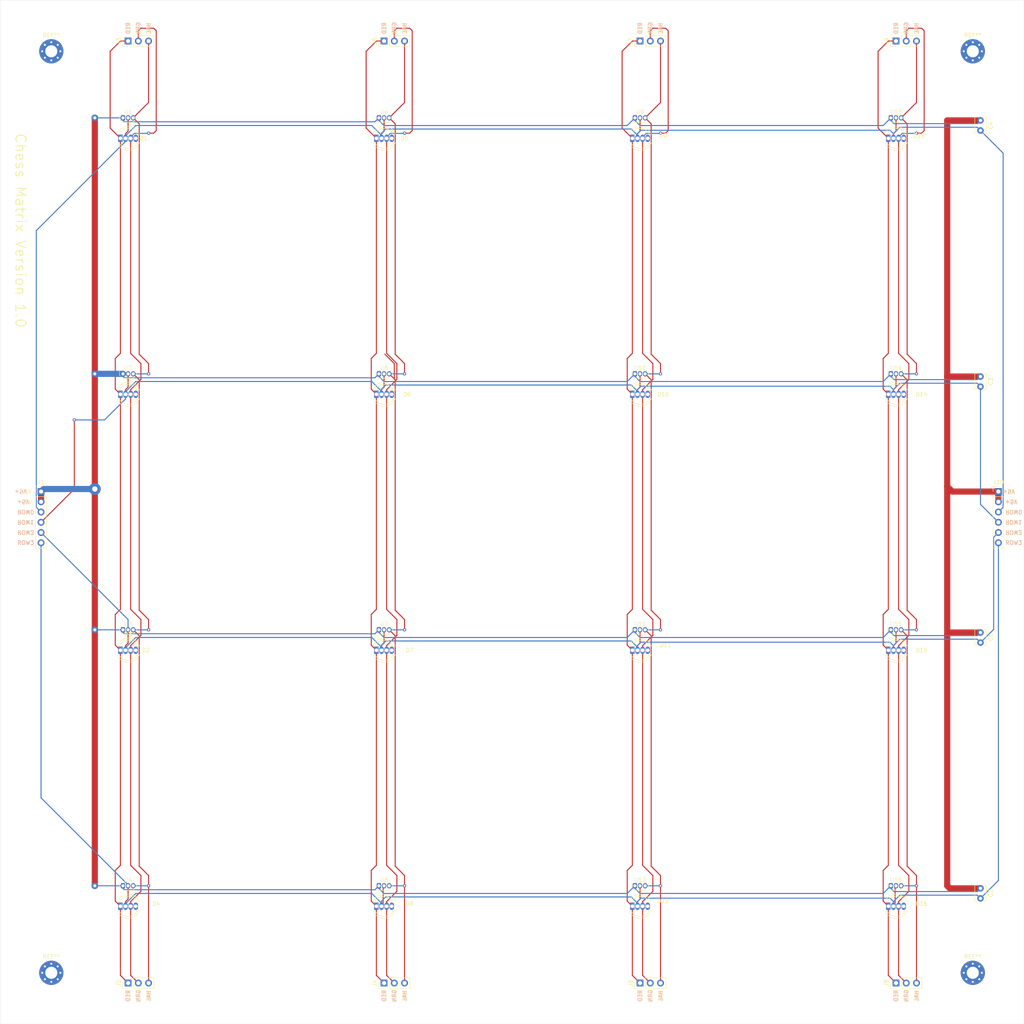
<source format=kicad_pcb>
(kicad_pcb (version 20171130) (host pcbnew "(5.1.10)-1")

  (general
    (thickness 1.6)
    (drawings 77)
    (tracks 535)
    (zones 0)
    (modules 50)
    (nets 34)
  )

  (page A4)
  (layers
    (0 F.Cu power)
    (31 B.Cu power)
    (34 B.Paste user hide)
    (35 F.Paste user hide)
    (36 B.SilkS user)
    (37 F.SilkS user)
    (38 B.Mask user)
    (39 F.Mask user)
    (44 Edge.Cuts user)
    (45 Margin user)
    (46 B.CrtYd user hide)
    (47 F.CrtYd user hide)
    (48 B.Fab user hide)
    (49 F.Fab user hide)
  )

  (setup
    (last_trace_width 0.25)
    (user_trace_width 0.254)
    (user_trace_width 0.762)
    (user_trace_width 1.524)
    (trace_clearance 0.2)
    (zone_clearance 0.508)
    (zone_45_only no)
    (trace_min 0.2)
    (via_size 0.8)
    (via_drill 0.4)
    (via_min_size 0.4)
    (via_min_drill 0.3)
    (user_via 1.016 0.508)
    (user_via 1.651 0.762)
    (user_via 2.921 1.3208)
    (uvia_size 0.3)
    (uvia_drill 0.1)
    (uvias_allowed no)
    (uvia_min_size 0.2)
    (uvia_min_drill 0.1)
    (edge_width 0.05)
    (segment_width 0.2)
    (pcb_text_width 0.3)
    (pcb_text_size 1.5 1.5)
    (mod_edge_width 0.12)
    (mod_text_size 1 1)
    (mod_text_width 0.15)
    (pad_size 1.05 1.3)
    (pad_drill 0.75)
    (pad_to_mask_clearance 0)
    (aux_axis_origin 0 0)
    (visible_elements 7EFDFFFF)
    (pcbplotparams
      (layerselection 0x010f0_ffffffff)
      (usegerberextensions false)
      (usegerberattributes true)
      (usegerberadvancedattributes true)
      (creategerberjobfile true)
      (excludeedgelayer true)
      (linewidth 0.100000)
      (plotframeref false)
      (viasonmask false)
      (mode 1)
      (useauxorigin false)
      (hpglpennumber 1)
      (hpglpenspeed 20)
      (hpglpendiameter 15.000000)
      (psnegative false)
      (psa4output false)
      (plotreference true)
      (plotvalue true)
      (plotinvisibletext false)
      (padsonsilk false)
      (subtractmaskfromsilk false)
      (outputformat 1)
      (mirror false)
      (drillshape 0)
      (scaleselection 1)
      (outputdirectory ""))
  )

  (net 0 "")
  (net 1 "Net-(C1-Pad2)")
  (net 2 +5V)
  (net 3 "Net-(C2-Pad2)")
  (net 4 "Net-(C3-Pad2)")
  (net 5 "Net-(C4-Pad2)")
  (net 6 "Net-(D1-Pad4)")
  (net 7 "Net-(D1-Pad3)")
  (net 8 "Net-(D1-Pad1)")
  (net 9 "Net-(D2-Pad4)")
  (net 10 "Net-(D3-Pad4)")
  (net 11 "Net-(D4-Pad4)")
  (net 12 "Net-(D5-Pad4)")
  (net 13 "Net-(D5-Pad3)")
  (net 14 "Net-(D5-Pad1)")
  (net 15 "Net-(D6-Pad4)")
  (net 16 "Net-(D7-Pad4)")
  (net 17 "Net-(D8-Pad4)")
  (net 18 "Net-(D9-Pad4)")
  (net 19 "Net-(D10-Pad3)")
  (net 20 "Net-(D10-Pad1)")
  (net 21 "Net-(D10-Pad4)")
  (net 22 "Net-(D11-Pad4)")
  (net 23 "Net-(D12-Pad4)")
  (net 24 "Net-(D13-Pad4)")
  (net 25 "Net-(D13-Pad3)")
  (net 26 "Net-(D13-Pad1)")
  (net 27 "Net-(D14-Pad4)")
  (net 28 "Net-(D15-Pad4)")
  (net 29 "Net-(D16-Pad4)")
  (net 30 "Net-(J2-Pad3)")
  (net 31 "Net-(J4-Pad3)")
  (net 32 "Net-(J6-Pad3)")
  (net 33 "Net-(J8-Pad3)")

  (net_class Default "This is the default net class."
    (clearance 0.2)
    (trace_width 0.25)
    (via_dia 0.8)
    (via_drill 0.4)
    (uvia_dia 0.3)
    (uvia_drill 0.1)
    (add_net +5V)
    (add_net "Net-(C1-Pad2)")
    (add_net "Net-(C2-Pad2)")
    (add_net "Net-(C3-Pad2)")
    (add_net "Net-(C4-Pad2)")
    (add_net "Net-(D1-Pad1)")
    (add_net "Net-(D1-Pad3)")
    (add_net "Net-(D1-Pad4)")
    (add_net "Net-(D10-Pad1)")
    (add_net "Net-(D10-Pad3)")
    (add_net "Net-(D10-Pad4)")
    (add_net "Net-(D11-Pad4)")
    (add_net "Net-(D12-Pad4)")
    (add_net "Net-(D13-Pad1)")
    (add_net "Net-(D13-Pad3)")
    (add_net "Net-(D13-Pad4)")
    (add_net "Net-(D14-Pad4)")
    (add_net "Net-(D15-Pad4)")
    (add_net "Net-(D16-Pad4)")
    (add_net "Net-(D2-Pad4)")
    (add_net "Net-(D3-Pad4)")
    (add_net "Net-(D4-Pad4)")
    (add_net "Net-(D5-Pad1)")
    (add_net "Net-(D5-Pad3)")
    (add_net "Net-(D5-Pad4)")
    (add_net "Net-(D6-Pad4)")
    (add_net "Net-(D7-Pad4)")
    (add_net "Net-(D8-Pad4)")
    (add_net "Net-(D9-Pad4)")
    (add_net "Net-(J2-Pad3)")
    (add_net "Net-(J4-Pad3)")
    (add_net "Net-(J6-Pad3)")
    (add_net "Net-(J8-Pad3)")
  )

  (module MountingHole:MountingHole_3mm_Pad_Via (layer F.Cu) (tedit 56DDBED4) (tstamp 6196137B)
    (at 241.3 12.7)
    (descr "Mounting Hole 3mm")
    (tags "mounting hole 3mm")
    (attr virtual)
    (fp_text reference REF** (at 0 -4) (layer F.SilkS)
      (effects (font (size 1 1) (thickness 0.15)))
    )
    (fp_text value MountingHole_3mm_Pad_Via (at 0 4) (layer F.Fab)
      (effects (font (size 1 1) (thickness 0.15)))
    )
    (fp_circle (center 0 0) (end 3.25 0) (layer F.CrtYd) (width 0.05))
    (fp_circle (center 0 0) (end 3 0) (layer Cmts.User) (width 0.15))
    (fp_text user %R (at 0.3 0) (layer F.Fab)
      (effects (font (size 1 1) (thickness 0.15)))
    )
    (pad 1 thru_hole circle (at 0 0) (size 6 6) (drill 3) (layers *.Cu *.Mask))
    (pad 1 thru_hole circle (at 2.25 0) (size 0.8 0.8) (drill 0.5) (layers *.Cu *.Mask))
    (pad 1 thru_hole circle (at 1.59099 1.59099) (size 0.8 0.8) (drill 0.5) (layers *.Cu *.Mask))
    (pad 1 thru_hole circle (at 0 2.25) (size 0.8 0.8) (drill 0.5) (layers *.Cu *.Mask))
    (pad 1 thru_hole circle (at -1.59099 1.59099) (size 0.8 0.8) (drill 0.5) (layers *.Cu *.Mask))
    (pad 1 thru_hole circle (at -2.25 0) (size 0.8 0.8) (drill 0.5) (layers *.Cu *.Mask))
    (pad 1 thru_hole circle (at -1.59099 -1.59099) (size 0.8 0.8) (drill 0.5) (layers *.Cu *.Mask))
    (pad 1 thru_hole circle (at 0 -2.25) (size 0.8 0.8) (drill 0.5) (layers *.Cu *.Mask))
    (pad 1 thru_hole circle (at 1.59099 -1.59099) (size 0.8 0.8) (drill 0.5) (layers *.Cu *.Mask))
  )

  (module MountingHole:MountingHole_3mm_Pad_Via (layer F.Cu) (tedit 56DDBED4) (tstamp 6196137B)
    (at 12.7 12.7)
    (descr "Mounting Hole 3mm")
    (tags "mounting hole 3mm")
    (attr virtual)
    (fp_text reference REF** (at 0 -4) (layer F.SilkS)
      (effects (font (size 1 1) (thickness 0.15)))
    )
    (fp_text value MountingHole_3mm_Pad_Via (at 0 4) (layer F.Fab)
      (effects (font (size 1 1) (thickness 0.15)))
    )
    (fp_circle (center 0 0) (end 3.25 0) (layer F.CrtYd) (width 0.05))
    (fp_circle (center 0 0) (end 3 0) (layer Cmts.User) (width 0.15))
    (fp_text user %R (at 0.3 0) (layer F.Fab)
      (effects (font (size 1 1) (thickness 0.15)))
    )
    (pad 1 thru_hole circle (at 0 0) (size 6 6) (drill 3) (layers *.Cu *.Mask))
    (pad 1 thru_hole circle (at 2.25 0) (size 0.8 0.8) (drill 0.5) (layers *.Cu *.Mask))
    (pad 1 thru_hole circle (at 1.59099 1.59099) (size 0.8 0.8) (drill 0.5) (layers *.Cu *.Mask))
    (pad 1 thru_hole circle (at 0 2.25) (size 0.8 0.8) (drill 0.5) (layers *.Cu *.Mask))
    (pad 1 thru_hole circle (at -1.59099 1.59099) (size 0.8 0.8) (drill 0.5) (layers *.Cu *.Mask))
    (pad 1 thru_hole circle (at -2.25 0) (size 0.8 0.8) (drill 0.5) (layers *.Cu *.Mask))
    (pad 1 thru_hole circle (at -1.59099 -1.59099) (size 0.8 0.8) (drill 0.5) (layers *.Cu *.Mask))
    (pad 1 thru_hole circle (at 0 -2.25) (size 0.8 0.8) (drill 0.5) (layers *.Cu *.Mask))
    (pad 1 thru_hole circle (at 1.59099 -1.59099) (size 0.8 0.8) (drill 0.5) (layers *.Cu *.Mask))
  )

  (module MountingHole:MountingHole_3mm_Pad_Via (layer F.Cu) (tedit 56DDBED4) (tstamp 6196137B)
    (at 12.7 241.3)
    (descr "Mounting Hole 3mm")
    (tags "mounting hole 3mm")
    (attr virtual)
    (fp_text reference REF** (at 0 -4) (layer F.SilkS)
      (effects (font (size 1 1) (thickness 0.15)))
    )
    (fp_text value MountingHole_3mm_Pad_Via (at 0 4) (layer F.Fab)
      (effects (font (size 1 1) (thickness 0.15)))
    )
    (fp_circle (center 0 0) (end 3.25 0) (layer F.CrtYd) (width 0.05))
    (fp_circle (center 0 0) (end 3 0) (layer Cmts.User) (width 0.15))
    (fp_text user %R (at 0.3 0) (layer F.Fab)
      (effects (font (size 1 1) (thickness 0.15)))
    )
    (pad 1 thru_hole circle (at 0 0) (size 6 6) (drill 3) (layers *.Cu *.Mask))
    (pad 1 thru_hole circle (at 2.25 0) (size 0.8 0.8) (drill 0.5) (layers *.Cu *.Mask))
    (pad 1 thru_hole circle (at 1.59099 1.59099) (size 0.8 0.8) (drill 0.5) (layers *.Cu *.Mask))
    (pad 1 thru_hole circle (at 0 2.25) (size 0.8 0.8) (drill 0.5) (layers *.Cu *.Mask))
    (pad 1 thru_hole circle (at -1.59099 1.59099) (size 0.8 0.8) (drill 0.5) (layers *.Cu *.Mask))
    (pad 1 thru_hole circle (at -2.25 0) (size 0.8 0.8) (drill 0.5) (layers *.Cu *.Mask))
    (pad 1 thru_hole circle (at -1.59099 -1.59099) (size 0.8 0.8) (drill 0.5) (layers *.Cu *.Mask))
    (pad 1 thru_hole circle (at 0 -2.25) (size 0.8 0.8) (drill 0.5) (layers *.Cu *.Mask))
    (pad 1 thru_hole circle (at 1.59099 -1.59099) (size 0.8 0.8) (drill 0.5) (layers *.Cu *.Mask))
  )

  (module MountingHole:MountingHole_3mm_Pad_Via (layer F.Cu) (tedit 56DDBED4) (tstamp 61961336)
    (at 241.3 241.3)
    (descr "Mounting Hole 3mm")
    (tags "mounting hole 3mm")
    (attr virtual)
    (fp_text reference REF** (at 0 -4) (layer F.SilkS)
      (effects (font (size 1 1) (thickness 0.15)))
    )
    (fp_text value MountingHole_3mm_Pad_Via (at 0 4) (layer F.Fab)
      (effects (font (size 1 1) (thickness 0.15)))
    )
    (fp_circle (center 0 0) (end 3.25 0) (layer F.CrtYd) (width 0.05))
    (fp_circle (center 0 0) (end 3 0) (layer Cmts.User) (width 0.15))
    (fp_text user %R (at 0.3 0) (layer F.Fab)
      (effects (font (size 1 1) (thickness 0.15)))
    )
    (pad 1 thru_hole circle (at 1.59099 -1.59099) (size 0.8 0.8) (drill 0.5) (layers *.Cu *.Mask))
    (pad 1 thru_hole circle (at 0 -2.25) (size 0.8 0.8) (drill 0.5) (layers *.Cu *.Mask))
    (pad 1 thru_hole circle (at -1.59099 -1.59099) (size 0.8 0.8) (drill 0.5) (layers *.Cu *.Mask))
    (pad 1 thru_hole circle (at -2.25 0) (size 0.8 0.8) (drill 0.5) (layers *.Cu *.Mask))
    (pad 1 thru_hole circle (at -1.59099 1.59099) (size 0.8 0.8) (drill 0.5) (layers *.Cu *.Mask))
    (pad 1 thru_hole circle (at 0 2.25) (size 0.8 0.8) (drill 0.5) (layers *.Cu *.Mask))
    (pad 1 thru_hole circle (at 1.59099 1.59099) (size 0.8 0.8) (drill 0.5) (layers *.Cu *.Mask))
    (pad 1 thru_hole circle (at 2.25 0) (size 0.8 0.8) (drill 0.5) (layers *.Cu *.Mask))
    (pad 1 thru_hole circle (at 0 0) (size 6 6) (drill 3) (layers *.Cu *.Mask))
  )

  (module Package_TO_SOT_THT:TO-92Flat (layer F.Cu) (tedit 5C2D433B) (tstamp 6195D713)
    (at 220.98 219.71)
    (descr "TO-92Flat package, often used for hall sensors, drill 0.75mm (see e.g. http://www.ti.com/lit/ds/symlink/drv5023.pdf)")
    (tags "to-92Flat hall sensor")
    (path /619B88CC)
    (fp_text reference U16 (at 1.27 -1.45) (layer F.SilkS)
      (effects (font (size 1 1) (thickness 0.15)))
    )
    (fp_text value 3144A (at 1.25 1.7) (layer F.Fab)
      (effects (font (size 1 1) (thickness 0.17)))
    )
    (fp_line (start 0.03 0.9775) (end -0.73 0.2175) (layer F.Fab) (width 0.1))
    (fp_line (start 2.51 0.9775) (end 0.03 0.9775) (layer F.Fab) (width 0.1))
    (fp_line (start 3.27 0.2175) (end 2.51 0.9775) (layer F.Fab) (width 0.1))
    (fp_line (start 3.27 -0.5425) (end 3.27 0.2175) (layer F.Fab) (width 0.1))
    (fp_line (start 3.27 -0.5425) (end -0.73 -0.5425) (layer F.Fab) (width 0.1))
    (fp_line (start -0.73 -0.5425) (end -0.73 0.2175) (layer F.Fab) (width 0.1))
    (fp_line (start 2.51 0.9775) (end 0.03 0.9775) (layer F.Fab) (width 0.1))
    (fp_line (start 3.39 -0.65) (end 3.39 0.3) (layer F.SilkS) (width 0.12))
    (fp_line (start -0.86 0.3) (end -0.86 -0.65) (layer F.SilkS) (width 0.12))
    (fp_line (start -0.98 -0.9) (end 3.52 -0.9) (layer F.CrtYd) (width 0.05))
    (fp_line (start 3.52 -0.9) (end 3.52 0.33) (layer F.CrtYd) (width 0.05))
    (fp_line (start 2.62 1.23) (end -0.14 1.23) (layer F.CrtYd) (width 0.05))
    (fp_line (start -0.14 1.23) (end -0.98 0.39) (layer F.CrtYd) (width 0.05))
    (fp_line (start -0.98 0.39) (end -0.98 -0.9) (layer F.CrtYd) (width 0.05))
    (fp_line (start 3.52 0.33) (end 2.62 1.23) (layer F.CrtYd) (width 0.05))
    (fp_line (start -0.01 1.1) (end 2.59 1.1) (layer F.SilkS) (width 0.12))
    (fp_line (start 2.59 1.1) (end 2.84 0.85) (layer F.SilkS) (width 0.12))
    (fp_line (start 3.24 0.45) (end 3.39 0.3) (layer F.SilkS) (width 0.12))
    (fp_line (start -0.01 1.1) (end -0.26 0.85) (layer F.SilkS) (width 0.12))
    (fp_line (start -0.71 0.45) (end -0.86 0.3) (layer F.SilkS) (width 0.12))
    (fp_text user %R (at 1.27 0.2) (layer F.Fab)
      (effects (font (size 0.7 0.7) (thickness 0.13)))
    )
    (pad 1 thru_hole roundrect (at 0 0) (size 1.05 1.3) (drill 0.75) (layers *.Cu *.Mask) (roundrect_rratio 0.238)
      (net 2 +5V))
    (pad 3 thru_hole oval (at 2.54 0) (size 1.05 1.3) (drill 0.75) (layers *.Cu *.Mask)
      (net 33 "Net-(J8-Pad3)"))
    (pad 2 thru_hole oval (at 1.27 0) (size 1.05 1.3) (drill 0.75) (layers *.Cu *.Mask)
      (net 3 "Net-(C2-Pad2)"))
    (model ${KISYS3DMOD}/Package_TO_SOT_THT.3dshapes/TO-92Flat.wrl
      (at (xyz 0 0 0))
      (scale (xyz 1 1 1))
      (rotate (xyz 0 0 0))
    )
  )

  (module Package_TO_SOT_THT:TO-92Flat (layer F.Cu) (tedit 5C2D433B) (tstamp 6195D4DC)
    (at 220.98 156.21)
    (descr "TO-92Flat package, often used for hall sensors, drill 0.75mm (see e.g. http://www.ti.com/lit/ds/symlink/drv5023.pdf)")
    (tags "to-92Flat hall sensor")
    (path /619B88B6)
    (fp_text reference U15 (at 1.27 -1.45) (layer F.SilkS)
      (effects (font (size 1 1) (thickness 0.15)))
    )
    (fp_text value 3144A (at 1.25 1.7) (layer F.Fab)
      (effects (font (size 1 1) (thickness 0.17)))
    )
    (fp_line (start 0.03 0.9775) (end -0.73 0.2175) (layer F.Fab) (width 0.1))
    (fp_line (start 2.51 0.9775) (end 0.03 0.9775) (layer F.Fab) (width 0.1))
    (fp_line (start 3.27 0.2175) (end 2.51 0.9775) (layer F.Fab) (width 0.1))
    (fp_line (start 3.27 -0.5425) (end 3.27 0.2175) (layer F.Fab) (width 0.1))
    (fp_line (start 3.27 -0.5425) (end -0.73 -0.5425) (layer F.Fab) (width 0.1))
    (fp_line (start -0.73 -0.5425) (end -0.73 0.2175) (layer F.Fab) (width 0.1))
    (fp_line (start 2.51 0.9775) (end 0.03 0.9775) (layer F.Fab) (width 0.1))
    (fp_line (start 3.39 -0.65) (end 3.39 0.3) (layer F.SilkS) (width 0.12))
    (fp_line (start -0.86 0.3) (end -0.86 -0.65) (layer F.SilkS) (width 0.12))
    (fp_line (start -0.98 -0.9) (end 3.52 -0.9) (layer F.CrtYd) (width 0.05))
    (fp_line (start 3.52 -0.9) (end 3.52 0.33) (layer F.CrtYd) (width 0.05))
    (fp_line (start 2.62 1.23) (end -0.14 1.23) (layer F.CrtYd) (width 0.05))
    (fp_line (start -0.14 1.23) (end -0.98 0.39) (layer F.CrtYd) (width 0.05))
    (fp_line (start -0.98 0.39) (end -0.98 -0.9) (layer F.CrtYd) (width 0.05))
    (fp_line (start 3.52 0.33) (end 2.62 1.23) (layer F.CrtYd) (width 0.05))
    (fp_line (start -0.01 1.1) (end 2.59 1.1) (layer F.SilkS) (width 0.12))
    (fp_line (start 2.59 1.1) (end 2.84 0.85) (layer F.SilkS) (width 0.12))
    (fp_line (start 3.24 0.45) (end 3.39 0.3) (layer F.SilkS) (width 0.12))
    (fp_line (start -0.01 1.1) (end -0.26 0.85) (layer F.SilkS) (width 0.12))
    (fp_line (start -0.71 0.45) (end -0.86 0.3) (layer F.SilkS) (width 0.12))
    (fp_text user %R (at 1.27 0.2) (layer F.Fab)
      (effects (font (size 0.7 0.7) (thickness 0.13)))
    )
    (pad 1 thru_hole roundrect (at 0 0) (size 1.05 1.3) (drill 0.75) (layers *.Cu *.Mask) (roundrect_rratio 0.238)
      (net 2 +5V))
    (pad 3 thru_hole oval (at 2.54 0) (size 1.05 1.3) (drill 0.75) (layers *.Cu *.Mask)
      (net 33 "Net-(J8-Pad3)"))
    (pad 2 thru_hole oval (at 1.27 0) (size 1.05 1.3) (drill 0.75) (layers *.Cu *.Mask)
      (net 1 "Net-(C1-Pad2)"))
    (model ${KISYS3DMOD}/Package_TO_SOT_THT.3dshapes/TO-92Flat.wrl
      (at (xyz 0 0 0))
      (scale (xyz 1 1 1))
      (rotate (xyz 0 0 0))
    )
  )

  (module Package_TO_SOT_THT:TO-92Flat (layer F.Cu) (tedit 5C2D433B) (tstamp 6195D6C2)
    (at 220.98 92.71)
    (descr "TO-92Flat package, often used for hall sensors, drill 0.75mm (see e.g. http://www.ti.com/lit/ds/symlink/drv5023.pdf)")
    (tags "to-92Flat hall sensor")
    (path /619B88A0)
    (fp_text reference U14 (at 1.27 -1.45) (layer F.SilkS)
      (effects (font (size 1 1) (thickness 0.15)))
    )
    (fp_text value 3144A (at 1.25 1.7) (layer F.Fab)
      (effects (font (size 1 1) (thickness 0.17)))
    )
    (fp_line (start 0.03 0.9775) (end -0.73 0.2175) (layer F.Fab) (width 0.1))
    (fp_line (start 2.51 0.9775) (end 0.03 0.9775) (layer F.Fab) (width 0.1))
    (fp_line (start 3.27 0.2175) (end 2.51 0.9775) (layer F.Fab) (width 0.1))
    (fp_line (start 3.27 -0.5425) (end 3.27 0.2175) (layer F.Fab) (width 0.1))
    (fp_line (start 3.27 -0.5425) (end -0.73 -0.5425) (layer F.Fab) (width 0.1))
    (fp_line (start -0.73 -0.5425) (end -0.73 0.2175) (layer F.Fab) (width 0.1))
    (fp_line (start 2.51 0.9775) (end 0.03 0.9775) (layer F.Fab) (width 0.1))
    (fp_line (start 3.39 -0.65) (end 3.39 0.3) (layer F.SilkS) (width 0.12))
    (fp_line (start -0.86 0.3) (end -0.86 -0.65) (layer F.SilkS) (width 0.12))
    (fp_line (start -0.98 -0.9) (end 3.52 -0.9) (layer F.CrtYd) (width 0.05))
    (fp_line (start 3.52 -0.9) (end 3.52 0.33) (layer F.CrtYd) (width 0.05))
    (fp_line (start 2.62 1.23) (end -0.14 1.23) (layer F.CrtYd) (width 0.05))
    (fp_line (start -0.14 1.23) (end -0.98 0.39) (layer F.CrtYd) (width 0.05))
    (fp_line (start -0.98 0.39) (end -0.98 -0.9) (layer F.CrtYd) (width 0.05))
    (fp_line (start 3.52 0.33) (end 2.62 1.23) (layer F.CrtYd) (width 0.05))
    (fp_line (start -0.01 1.1) (end 2.59 1.1) (layer F.SilkS) (width 0.12))
    (fp_line (start 2.59 1.1) (end 2.84 0.85) (layer F.SilkS) (width 0.12))
    (fp_line (start 3.24 0.45) (end 3.39 0.3) (layer F.SilkS) (width 0.12))
    (fp_line (start -0.01 1.1) (end -0.26 0.85) (layer F.SilkS) (width 0.12))
    (fp_line (start -0.71 0.45) (end -0.86 0.3) (layer F.SilkS) (width 0.12))
    (fp_text user %R (at 1.27 0.2) (layer F.Fab)
      (effects (font (size 0.7 0.7) (thickness 0.13)))
    )
    (pad 1 thru_hole roundrect (at 0 0) (size 1.05 1.3) (drill 0.75) (layers *.Cu *.Mask) (roundrect_rratio 0.238)
      (net 2 +5V))
    (pad 3 thru_hole oval (at 2.54 0) (size 1.05 1.3) (drill 0.75) (layers *.Cu *.Mask)
      (net 33 "Net-(J8-Pad3)"))
    (pad 2 thru_hole oval (at 1.27 0) (size 1.05 1.3) (drill 0.75) (layers *.Cu *.Mask)
      (net 4 "Net-(C3-Pad2)"))
    (model ${KISYS3DMOD}/Package_TO_SOT_THT.3dshapes/TO-92Flat.wrl
      (at (xyz 0 0 0))
      (scale (xyz 1 1 1))
      (rotate (xyz 0 0 0))
    )
  )

  (module Package_TO_SOT_THT:TO-92Flat (layer F.Cu) (tedit 5C2D433B) (tstamp 6195D5CF)
    (at 220.98 29.21)
    (descr "TO-92Flat package, often used for hall sensors, drill 0.75mm (see e.g. http://www.ti.com/lit/ds/symlink/drv5023.pdf)")
    (tags "to-92Flat hall sensor")
    (path /619B888A)
    (fp_text reference U13 (at 1.27 -1.45) (layer F.SilkS)
      (effects (font (size 1 1) (thickness 0.15)))
    )
    (fp_text value 3144A (at 1.25 1.7) (layer F.Fab)
      (effects (font (size 1 1) (thickness 0.17)))
    )
    (fp_line (start 0.03 0.9775) (end -0.73 0.2175) (layer F.Fab) (width 0.1))
    (fp_line (start 2.51 0.9775) (end 0.03 0.9775) (layer F.Fab) (width 0.1))
    (fp_line (start 3.27 0.2175) (end 2.51 0.9775) (layer F.Fab) (width 0.1))
    (fp_line (start 3.27 -0.5425) (end 3.27 0.2175) (layer F.Fab) (width 0.1))
    (fp_line (start 3.27 -0.5425) (end -0.73 -0.5425) (layer F.Fab) (width 0.1))
    (fp_line (start -0.73 -0.5425) (end -0.73 0.2175) (layer F.Fab) (width 0.1))
    (fp_line (start 2.51 0.9775) (end 0.03 0.9775) (layer F.Fab) (width 0.1))
    (fp_line (start 3.39 -0.65) (end 3.39 0.3) (layer F.SilkS) (width 0.12))
    (fp_line (start -0.86 0.3) (end -0.86 -0.65) (layer F.SilkS) (width 0.12))
    (fp_line (start -0.98 -0.9) (end 3.52 -0.9) (layer F.CrtYd) (width 0.05))
    (fp_line (start 3.52 -0.9) (end 3.52 0.33) (layer F.CrtYd) (width 0.05))
    (fp_line (start 2.62 1.23) (end -0.14 1.23) (layer F.CrtYd) (width 0.05))
    (fp_line (start -0.14 1.23) (end -0.98 0.39) (layer F.CrtYd) (width 0.05))
    (fp_line (start -0.98 0.39) (end -0.98 -0.9) (layer F.CrtYd) (width 0.05))
    (fp_line (start 3.52 0.33) (end 2.62 1.23) (layer F.CrtYd) (width 0.05))
    (fp_line (start -0.01 1.1) (end 2.59 1.1) (layer F.SilkS) (width 0.12))
    (fp_line (start 2.59 1.1) (end 2.84 0.85) (layer F.SilkS) (width 0.12))
    (fp_line (start 3.24 0.45) (end 3.39 0.3) (layer F.SilkS) (width 0.12))
    (fp_line (start -0.01 1.1) (end -0.26 0.85) (layer F.SilkS) (width 0.12))
    (fp_line (start -0.71 0.45) (end -0.86 0.3) (layer F.SilkS) (width 0.12))
    (fp_text user %R (at 1.27 0.2) (layer F.Fab)
      (effects (font (size 0.7 0.7) (thickness 0.13)))
    )
    (pad 1 thru_hole roundrect (at 0 0) (size 1.05 1.3) (drill 0.75) (layers *.Cu *.Mask) (roundrect_rratio 0.238)
      (net 2 +5V))
    (pad 3 thru_hole oval (at 2.54 0) (size 1.05 1.3) (drill 0.75) (layers *.Cu *.Mask)
      (net 33 "Net-(J8-Pad3)"))
    (pad 2 thru_hole oval (at 1.27 0) (size 1.05 1.3) (drill 0.75) (layers *.Cu *.Mask)
      (net 5 "Net-(C4-Pad2)"))
    (model ${KISYS3DMOD}/Package_TO_SOT_THT.3dshapes/TO-92Flat.wrl
      (at (xyz 0 0 0))
      (scale (xyz 1 1 1))
      (rotate (xyz 0 0 0))
    )
  )

  (module Package_TO_SOT_THT:TO-92Flat (layer F.Cu) (tedit 5C2D433B) (tstamp 6195D94A)
    (at 157.48 219.71)
    (descr "TO-92Flat package, often used for hall sensors, drill 0.75mm (see e.g. http://www.ti.com/lit/ds/symlink/drv5023.pdf)")
    (tags "to-92Flat hall sensor")
    (path /619AE426)
    (fp_text reference U12 (at 1.27 -1.45) (layer F.SilkS)
      (effects (font (size 1 1) (thickness 0.15)))
    )
    (fp_text value 3144A (at 1.25 1.7) (layer F.Fab)
      (effects (font (size 1 1) (thickness 0.17)))
    )
    (fp_line (start 0.03 0.9775) (end -0.73 0.2175) (layer F.Fab) (width 0.1))
    (fp_line (start 2.51 0.9775) (end 0.03 0.9775) (layer F.Fab) (width 0.1))
    (fp_line (start 3.27 0.2175) (end 2.51 0.9775) (layer F.Fab) (width 0.1))
    (fp_line (start 3.27 -0.5425) (end 3.27 0.2175) (layer F.Fab) (width 0.1))
    (fp_line (start 3.27 -0.5425) (end -0.73 -0.5425) (layer F.Fab) (width 0.1))
    (fp_line (start -0.73 -0.5425) (end -0.73 0.2175) (layer F.Fab) (width 0.1))
    (fp_line (start 2.51 0.9775) (end 0.03 0.9775) (layer F.Fab) (width 0.1))
    (fp_line (start 3.39 -0.65) (end 3.39 0.3) (layer F.SilkS) (width 0.12))
    (fp_line (start -0.86 0.3) (end -0.86 -0.65) (layer F.SilkS) (width 0.12))
    (fp_line (start -0.98 -0.9) (end 3.52 -0.9) (layer F.CrtYd) (width 0.05))
    (fp_line (start 3.52 -0.9) (end 3.52 0.33) (layer F.CrtYd) (width 0.05))
    (fp_line (start 2.62 1.23) (end -0.14 1.23) (layer F.CrtYd) (width 0.05))
    (fp_line (start -0.14 1.23) (end -0.98 0.39) (layer F.CrtYd) (width 0.05))
    (fp_line (start -0.98 0.39) (end -0.98 -0.9) (layer F.CrtYd) (width 0.05))
    (fp_line (start 3.52 0.33) (end 2.62 1.23) (layer F.CrtYd) (width 0.05))
    (fp_line (start -0.01 1.1) (end 2.59 1.1) (layer F.SilkS) (width 0.12))
    (fp_line (start 2.59 1.1) (end 2.84 0.85) (layer F.SilkS) (width 0.12))
    (fp_line (start 3.24 0.45) (end 3.39 0.3) (layer F.SilkS) (width 0.12))
    (fp_line (start -0.01 1.1) (end -0.26 0.85) (layer F.SilkS) (width 0.12))
    (fp_line (start -0.71 0.45) (end -0.86 0.3) (layer F.SilkS) (width 0.12))
    (fp_text user %R (at 1.27 0.2) (layer F.Fab)
      (effects (font (size 0.7 0.7) (thickness 0.13)))
    )
    (pad 1 thru_hole roundrect (at 0 0) (size 1.05 1.3) (drill 0.75) (layers *.Cu *.Mask) (roundrect_rratio 0.238)
      (net 2 +5V))
    (pad 3 thru_hole oval (at 2.54 0) (size 1.05 1.3) (drill 0.75) (layers *.Cu *.Mask)
      (net 32 "Net-(J6-Pad3)"))
    (pad 2 thru_hole oval (at 1.27 0) (size 1.05 1.3) (drill 0.75) (layers *.Cu *.Mask)
      (net 3 "Net-(C2-Pad2)"))
    (model ${KISYS3DMOD}/Package_TO_SOT_THT.3dshapes/TO-92Flat.wrl
      (at (xyz 0 0 0))
      (scale (xyz 1 1 1))
      (rotate (xyz 0 0 0))
    )
  )

  (module Package_TO_SOT_THT:TO-92Flat (layer F.Cu) (tedit 5C2D433B) (tstamp 6195D57E)
    (at 157.48 156.21)
    (descr "TO-92Flat package, often used for hall sensors, drill 0.75mm (see e.g. http://www.ti.com/lit/ds/symlink/drv5023.pdf)")
    (tags "to-92Flat hall sensor")
    (path /619AE410)
    (fp_text reference U11 (at 1.27 -1.45) (layer F.SilkS)
      (effects (font (size 1 1) (thickness 0.15)))
    )
    (fp_text value 3144A (at 1.25 1.7) (layer F.Fab)
      (effects (font (size 1 1) (thickness 0.17)))
    )
    (fp_line (start 0.03 0.9775) (end -0.73 0.2175) (layer F.Fab) (width 0.1))
    (fp_line (start 2.51 0.9775) (end 0.03 0.9775) (layer F.Fab) (width 0.1))
    (fp_line (start 3.27 0.2175) (end 2.51 0.9775) (layer F.Fab) (width 0.1))
    (fp_line (start 3.27 -0.5425) (end 3.27 0.2175) (layer F.Fab) (width 0.1))
    (fp_line (start 3.27 -0.5425) (end -0.73 -0.5425) (layer F.Fab) (width 0.1))
    (fp_line (start -0.73 -0.5425) (end -0.73 0.2175) (layer F.Fab) (width 0.1))
    (fp_line (start 2.51 0.9775) (end 0.03 0.9775) (layer F.Fab) (width 0.1))
    (fp_line (start 3.39 -0.65) (end 3.39 0.3) (layer F.SilkS) (width 0.12))
    (fp_line (start -0.86 0.3) (end -0.86 -0.65) (layer F.SilkS) (width 0.12))
    (fp_line (start -0.98 -0.9) (end 3.52 -0.9) (layer F.CrtYd) (width 0.05))
    (fp_line (start 3.52 -0.9) (end 3.52 0.33) (layer F.CrtYd) (width 0.05))
    (fp_line (start 2.62 1.23) (end -0.14 1.23) (layer F.CrtYd) (width 0.05))
    (fp_line (start -0.14 1.23) (end -0.98 0.39) (layer F.CrtYd) (width 0.05))
    (fp_line (start -0.98 0.39) (end -0.98 -0.9) (layer F.CrtYd) (width 0.05))
    (fp_line (start 3.52 0.33) (end 2.62 1.23) (layer F.CrtYd) (width 0.05))
    (fp_line (start -0.01 1.1) (end 2.59 1.1) (layer F.SilkS) (width 0.12))
    (fp_line (start 2.59 1.1) (end 2.84 0.85) (layer F.SilkS) (width 0.12))
    (fp_line (start 3.24 0.45) (end 3.39 0.3) (layer F.SilkS) (width 0.12))
    (fp_line (start -0.01 1.1) (end -0.26 0.85) (layer F.SilkS) (width 0.12))
    (fp_line (start -0.71 0.45) (end -0.86 0.3) (layer F.SilkS) (width 0.12))
    (fp_text user %R (at 1.27 0.2) (layer F.Fab)
      (effects (font (size 0.7 0.7) (thickness 0.13)))
    )
    (pad 1 thru_hole roundrect (at 0 0) (size 1.05 1.3) (drill 0.75) (layers *.Cu *.Mask) (roundrect_rratio 0.238)
      (net 2 +5V))
    (pad 3 thru_hole oval (at 2.54 0) (size 1.05 1.3) (drill 0.75) (layers *.Cu *.Mask)
      (net 32 "Net-(J6-Pad3)"))
    (pad 2 thru_hole oval (at 1.27 0) (size 1.05 1.3) (drill 0.75) (layers *.Cu *.Mask)
      (net 1 "Net-(C1-Pad2)"))
    (model ${KISYS3DMOD}/Package_TO_SOT_THT.3dshapes/TO-92Flat.wrl
      (at (xyz 0 0 0))
      (scale (xyz 1 1 1))
      (rotate (xyz 0 0 0))
    )
  )

  (module Package_TO_SOT_THT:TO-92Flat (layer F.Cu) (tedit 5C2D433B) (tstamp 6195D52D)
    (at 157.48 92.71)
    (descr "TO-92Flat package, often used for hall sensors, drill 0.75mm (see e.g. http://www.ti.com/lit/ds/symlink/drv5023.pdf)")
    (tags "to-92Flat hall sensor")
    (path /619AE3FA)
    (fp_text reference U10 (at 1.27 -1.45) (layer F.SilkS)
      (effects (font (size 1 1) (thickness 0.15)))
    )
    (fp_text value 3144A (at 1.25 1.7) (layer F.Fab)
      (effects (font (size 1 1) (thickness 0.17)))
    )
    (fp_line (start 0.03 0.9775) (end -0.73 0.2175) (layer F.Fab) (width 0.1))
    (fp_line (start 2.51 0.9775) (end 0.03 0.9775) (layer F.Fab) (width 0.1))
    (fp_line (start 3.27 0.2175) (end 2.51 0.9775) (layer F.Fab) (width 0.1))
    (fp_line (start 3.27 -0.5425) (end 3.27 0.2175) (layer F.Fab) (width 0.1))
    (fp_line (start 3.27 -0.5425) (end -0.73 -0.5425) (layer F.Fab) (width 0.1))
    (fp_line (start -0.73 -0.5425) (end -0.73 0.2175) (layer F.Fab) (width 0.1))
    (fp_line (start 2.51 0.9775) (end 0.03 0.9775) (layer F.Fab) (width 0.1))
    (fp_line (start 3.39 -0.65) (end 3.39 0.3) (layer F.SilkS) (width 0.12))
    (fp_line (start -0.86 0.3) (end -0.86 -0.65) (layer F.SilkS) (width 0.12))
    (fp_line (start -0.98 -0.9) (end 3.52 -0.9) (layer F.CrtYd) (width 0.05))
    (fp_line (start 3.52 -0.9) (end 3.52 0.33) (layer F.CrtYd) (width 0.05))
    (fp_line (start 2.62 1.23) (end -0.14 1.23) (layer F.CrtYd) (width 0.05))
    (fp_line (start -0.14 1.23) (end -0.98 0.39) (layer F.CrtYd) (width 0.05))
    (fp_line (start -0.98 0.39) (end -0.98 -0.9) (layer F.CrtYd) (width 0.05))
    (fp_line (start 3.52 0.33) (end 2.62 1.23) (layer F.CrtYd) (width 0.05))
    (fp_line (start -0.01 1.1) (end 2.59 1.1) (layer F.SilkS) (width 0.12))
    (fp_line (start 2.59 1.1) (end 2.84 0.85) (layer F.SilkS) (width 0.12))
    (fp_line (start 3.24 0.45) (end 3.39 0.3) (layer F.SilkS) (width 0.12))
    (fp_line (start -0.01 1.1) (end -0.26 0.85) (layer F.SilkS) (width 0.12))
    (fp_line (start -0.71 0.45) (end -0.86 0.3) (layer F.SilkS) (width 0.12))
    (fp_text user %R (at 1.27 0.2) (layer F.Fab)
      (effects (font (size 0.7 0.7) (thickness 0.13)))
    )
    (pad 1 thru_hole roundrect (at 0 0) (size 1.05 1.3) (drill 0.75) (layers *.Cu *.Mask) (roundrect_rratio 0.238)
      (net 2 +5V))
    (pad 3 thru_hole oval (at 2.54 0) (size 1.05 1.3) (drill 0.75) (layers *.Cu *.Mask)
      (net 32 "Net-(J6-Pad3)"))
    (pad 2 thru_hole oval (at 1.27 0) (size 1.05 1.3) (drill 0.75) (layers *.Cu *.Mask)
      (net 4 "Net-(C3-Pad2)"))
    (model ${KISYS3DMOD}/Package_TO_SOT_THT.3dshapes/TO-92Flat.wrl
      (at (xyz 0 0 0))
      (scale (xyz 1 1 1))
      (rotate (xyz 0 0 0))
    )
  )

  (module Package_TO_SOT_THT:TO-92Flat (layer F.Cu) (tedit 5C2D433B) (tstamp 6195D806)
    (at 157.48 29.21)
    (descr "TO-92Flat package, often used for hall sensors, drill 0.75mm (see e.g. http://www.ti.com/lit/ds/symlink/drv5023.pdf)")
    (tags "to-92Flat hall sensor")
    (path /619AE3E4)
    (fp_text reference U9 (at 1.27 -1.45) (layer F.SilkS)
      (effects (font (size 1 1) (thickness 0.15)))
    )
    (fp_text value 3144A (at 1.25 1.7) (layer F.Fab)
      (effects (font (size 1 1) (thickness 0.17)))
    )
    (fp_line (start 0.03 0.9775) (end -0.73 0.2175) (layer F.Fab) (width 0.1))
    (fp_line (start 2.51 0.9775) (end 0.03 0.9775) (layer F.Fab) (width 0.1))
    (fp_line (start 3.27 0.2175) (end 2.51 0.9775) (layer F.Fab) (width 0.1))
    (fp_line (start 3.27 -0.5425) (end 3.27 0.2175) (layer F.Fab) (width 0.1))
    (fp_line (start 3.27 -0.5425) (end -0.73 -0.5425) (layer F.Fab) (width 0.1))
    (fp_line (start -0.73 -0.5425) (end -0.73 0.2175) (layer F.Fab) (width 0.1))
    (fp_line (start 2.51 0.9775) (end 0.03 0.9775) (layer F.Fab) (width 0.1))
    (fp_line (start 3.39 -0.65) (end 3.39 0.3) (layer F.SilkS) (width 0.12))
    (fp_line (start -0.86 0.3) (end -0.86 -0.65) (layer F.SilkS) (width 0.12))
    (fp_line (start -0.98 -0.9) (end 3.52 -0.9) (layer F.CrtYd) (width 0.05))
    (fp_line (start 3.52 -0.9) (end 3.52 0.33) (layer F.CrtYd) (width 0.05))
    (fp_line (start 2.62 1.23) (end -0.14 1.23) (layer F.CrtYd) (width 0.05))
    (fp_line (start -0.14 1.23) (end -0.98 0.39) (layer F.CrtYd) (width 0.05))
    (fp_line (start -0.98 0.39) (end -0.98 -0.9) (layer F.CrtYd) (width 0.05))
    (fp_line (start 3.52 0.33) (end 2.62 1.23) (layer F.CrtYd) (width 0.05))
    (fp_line (start -0.01 1.1) (end 2.59 1.1) (layer F.SilkS) (width 0.12))
    (fp_line (start 2.59 1.1) (end 2.84 0.85) (layer F.SilkS) (width 0.12))
    (fp_line (start 3.24 0.45) (end 3.39 0.3) (layer F.SilkS) (width 0.12))
    (fp_line (start -0.01 1.1) (end -0.26 0.85) (layer F.SilkS) (width 0.12))
    (fp_line (start -0.71 0.45) (end -0.86 0.3) (layer F.SilkS) (width 0.12))
    (fp_text user %R (at 1.27 0.2) (layer F.Fab)
      (effects (font (size 0.7 0.7) (thickness 0.13)))
    )
    (pad 1 thru_hole roundrect (at 0 0) (size 1.05 1.3) (drill 0.75) (layers *.Cu *.Mask) (roundrect_rratio 0.238)
      (net 2 +5V))
    (pad 3 thru_hole oval (at 2.54 0) (size 1.05 1.3) (drill 0.75) (layers *.Cu *.Mask)
      (net 32 "Net-(J6-Pad3)"))
    (pad 2 thru_hole oval (at 1.27 0) (size 1.05 1.3) (drill 0.75) (layers *.Cu *.Mask)
      (net 5 "Net-(C4-Pad2)"))
    (model ${KISYS3DMOD}/Package_TO_SOT_THT.3dshapes/TO-92Flat.wrl
      (at (xyz 0 0 0))
      (scale (xyz 1 1 1))
      (rotate (xyz 0 0 0))
    )
  )

  (module Package_TO_SOT_THT:TO-92Flat (layer F.Cu) (tedit 5C2D433B) (tstamp 6195D8F9)
    (at 93.98 219.71)
    (descr "TO-92Flat package, often used for hall sensors, drill 0.75mm (see e.g. http://www.ti.com/lit/ds/symlink/drv5023.pdf)")
    (tags "to-92Flat hall sensor")
    (path /61999CAF)
    (fp_text reference U8 (at 1.27 -1.45) (layer F.SilkS)
      (effects (font (size 1 1) (thickness 0.15)))
    )
    (fp_text value 3144A (at 1.25 1.7) (layer F.Fab)
      (effects (font (size 1 1) (thickness 0.17)))
    )
    (fp_line (start 0.03 0.9775) (end -0.73 0.2175) (layer F.Fab) (width 0.1))
    (fp_line (start 2.51 0.9775) (end 0.03 0.9775) (layer F.Fab) (width 0.1))
    (fp_line (start 3.27 0.2175) (end 2.51 0.9775) (layer F.Fab) (width 0.1))
    (fp_line (start 3.27 -0.5425) (end 3.27 0.2175) (layer F.Fab) (width 0.1))
    (fp_line (start 3.27 -0.5425) (end -0.73 -0.5425) (layer F.Fab) (width 0.1))
    (fp_line (start -0.73 -0.5425) (end -0.73 0.2175) (layer F.Fab) (width 0.1))
    (fp_line (start 2.51 0.9775) (end 0.03 0.9775) (layer F.Fab) (width 0.1))
    (fp_line (start 3.39 -0.65) (end 3.39 0.3) (layer F.SilkS) (width 0.12))
    (fp_line (start -0.86 0.3) (end -0.86 -0.65) (layer F.SilkS) (width 0.12))
    (fp_line (start -0.98 -0.9) (end 3.52 -0.9) (layer F.CrtYd) (width 0.05))
    (fp_line (start 3.52 -0.9) (end 3.52 0.33) (layer F.CrtYd) (width 0.05))
    (fp_line (start 2.62 1.23) (end -0.14 1.23) (layer F.CrtYd) (width 0.05))
    (fp_line (start -0.14 1.23) (end -0.98 0.39) (layer F.CrtYd) (width 0.05))
    (fp_line (start -0.98 0.39) (end -0.98 -0.9) (layer F.CrtYd) (width 0.05))
    (fp_line (start 3.52 0.33) (end 2.62 1.23) (layer F.CrtYd) (width 0.05))
    (fp_line (start -0.01 1.1) (end 2.59 1.1) (layer F.SilkS) (width 0.12))
    (fp_line (start 2.59 1.1) (end 2.84 0.85) (layer F.SilkS) (width 0.12))
    (fp_line (start 3.24 0.45) (end 3.39 0.3) (layer F.SilkS) (width 0.12))
    (fp_line (start -0.01 1.1) (end -0.26 0.85) (layer F.SilkS) (width 0.12))
    (fp_line (start -0.71 0.45) (end -0.86 0.3) (layer F.SilkS) (width 0.12))
    (fp_text user %R (at 1.27 0.2) (layer F.Fab)
      (effects (font (size 0.7 0.7) (thickness 0.13)))
    )
    (pad 1 thru_hole roundrect (at 0 0) (size 1.05 1.3) (drill 0.75) (layers *.Cu *.Mask) (roundrect_rratio 0.238)
      (net 2 +5V))
    (pad 3 thru_hole oval (at 2.54 0) (size 1.05 1.3) (drill 0.75) (layers *.Cu *.Mask)
      (net 31 "Net-(J4-Pad3)"))
    (pad 2 thru_hole oval (at 1.27 0) (size 1.05 1.3) (drill 0.75) (layers *.Cu *.Mask)
      (net 3 "Net-(C2-Pad2)"))
    (model ${KISYS3DMOD}/Package_TO_SOT_THT.3dshapes/TO-92Flat.wrl
      (at (xyz 0 0 0))
      (scale (xyz 1 1 1))
      (rotate (xyz 0 0 0))
    )
  )

  (module Package_TO_SOT_THT:TO-92Flat (layer F.Cu) (tedit 5C2D433B) (tstamp 6195D48B)
    (at 93.98 156.21)
    (descr "TO-92Flat package, often used for hall sensors, drill 0.75mm (see e.g. http://www.ti.com/lit/ds/symlink/drv5023.pdf)")
    (tags "to-92Flat hall sensor")
    (path /61999C99)
    (fp_text reference U7 (at 1.27 -1.45) (layer F.SilkS)
      (effects (font (size 1 1) (thickness 0.15)))
    )
    (fp_text value 3144A (at 1.25 1.7) (layer F.Fab)
      (effects (font (size 1 1) (thickness 0.17)))
    )
    (fp_line (start 0.03 0.9775) (end -0.73 0.2175) (layer F.Fab) (width 0.1))
    (fp_line (start 2.51 0.9775) (end 0.03 0.9775) (layer F.Fab) (width 0.1))
    (fp_line (start 3.27 0.2175) (end 2.51 0.9775) (layer F.Fab) (width 0.1))
    (fp_line (start 3.27 -0.5425) (end 3.27 0.2175) (layer F.Fab) (width 0.1))
    (fp_line (start 3.27 -0.5425) (end -0.73 -0.5425) (layer F.Fab) (width 0.1))
    (fp_line (start -0.73 -0.5425) (end -0.73 0.2175) (layer F.Fab) (width 0.1))
    (fp_line (start 2.51 0.9775) (end 0.03 0.9775) (layer F.Fab) (width 0.1))
    (fp_line (start 3.39 -0.65) (end 3.39 0.3) (layer F.SilkS) (width 0.12))
    (fp_line (start -0.86 0.3) (end -0.86 -0.65) (layer F.SilkS) (width 0.12))
    (fp_line (start -0.98 -0.9) (end 3.52 -0.9) (layer F.CrtYd) (width 0.05))
    (fp_line (start 3.52 -0.9) (end 3.52 0.33) (layer F.CrtYd) (width 0.05))
    (fp_line (start 2.62 1.23) (end -0.14 1.23) (layer F.CrtYd) (width 0.05))
    (fp_line (start -0.14 1.23) (end -0.98 0.39) (layer F.CrtYd) (width 0.05))
    (fp_line (start -0.98 0.39) (end -0.98 -0.9) (layer F.CrtYd) (width 0.05))
    (fp_line (start 3.52 0.33) (end 2.62 1.23) (layer F.CrtYd) (width 0.05))
    (fp_line (start -0.01 1.1) (end 2.59 1.1) (layer F.SilkS) (width 0.12))
    (fp_line (start 2.59 1.1) (end 2.84 0.85) (layer F.SilkS) (width 0.12))
    (fp_line (start 3.24 0.45) (end 3.39 0.3) (layer F.SilkS) (width 0.12))
    (fp_line (start -0.01 1.1) (end -0.26 0.85) (layer F.SilkS) (width 0.12))
    (fp_line (start -0.71 0.45) (end -0.86 0.3) (layer F.SilkS) (width 0.12))
    (fp_text user %R (at 1.27 0.2) (layer F.Fab)
      (effects (font (size 0.7 0.7) (thickness 0.13)))
    )
    (pad 1 thru_hole roundrect (at 0 0) (size 1.05 1.3) (drill 0.75) (layers *.Cu *.Mask) (roundrect_rratio 0.238)
      (net 2 +5V))
    (pad 3 thru_hole oval (at 2.54 0) (size 1.05 1.3) (drill 0.75) (layers *.Cu *.Mask)
      (net 31 "Net-(J4-Pad3)"))
    (pad 2 thru_hole oval (at 1.27 0) (size 1.05 1.3) (drill 0.75) (layers *.Cu *.Mask)
      (net 1 "Net-(C1-Pad2)"))
    (model ${KISYS3DMOD}/Package_TO_SOT_THT.3dshapes/TO-92Flat.wrl
      (at (xyz 0 0 0))
      (scale (xyz 1 1 1))
      (rotate (xyz 0 0 0))
    )
  )

  (module Package_TO_SOT_THT:TO-92Flat (layer F.Cu) (tedit 5C2D433B) (tstamp 6195D764)
    (at 93.98 92.71)
    (descr "TO-92Flat package, often used for hall sensors, drill 0.75mm (see e.g. http://www.ti.com/lit/ds/symlink/drv5023.pdf)")
    (tags "to-92Flat hall sensor")
    (path /61999C83)
    (fp_text reference U6 (at 1.27 -1.45) (layer F.SilkS)
      (effects (font (size 1 1) (thickness 0.15)))
    )
    (fp_text value 3144A (at 1.25 1.7) (layer F.Fab)
      (effects (font (size 1 1) (thickness 0.17)))
    )
    (fp_line (start 0.03 0.9775) (end -0.73 0.2175) (layer F.Fab) (width 0.1))
    (fp_line (start 2.51 0.9775) (end 0.03 0.9775) (layer F.Fab) (width 0.1))
    (fp_line (start 3.27 0.2175) (end 2.51 0.9775) (layer F.Fab) (width 0.1))
    (fp_line (start 3.27 -0.5425) (end 3.27 0.2175) (layer F.Fab) (width 0.1))
    (fp_line (start 3.27 -0.5425) (end -0.73 -0.5425) (layer F.Fab) (width 0.1))
    (fp_line (start -0.73 -0.5425) (end -0.73 0.2175) (layer F.Fab) (width 0.1))
    (fp_line (start 2.51 0.9775) (end 0.03 0.9775) (layer F.Fab) (width 0.1))
    (fp_line (start 3.39 -0.65) (end 3.39 0.3) (layer F.SilkS) (width 0.12))
    (fp_line (start -0.86 0.3) (end -0.86 -0.65) (layer F.SilkS) (width 0.12))
    (fp_line (start -0.98 -0.9) (end 3.52 -0.9) (layer F.CrtYd) (width 0.05))
    (fp_line (start 3.52 -0.9) (end 3.52 0.33) (layer F.CrtYd) (width 0.05))
    (fp_line (start 2.62 1.23) (end -0.14 1.23) (layer F.CrtYd) (width 0.05))
    (fp_line (start -0.14 1.23) (end -0.98 0.39) (layer F.CrtYd) (width 0.05))
    (fp_line (start -0.98 0.39) (end -0.98 -0.9) (layer F.CrtYd) (width 0.05))
    (fp_line (start 3.52 0.33) (end 2.62 1.23) (layer F.CrtYd) (width 0.05))
    (fp_line (start -0.01 1.1) (end 2.59 1.1) (layer F.SilkS) (width 0.12))
    (fp_line (start 2.59 1.1) (end 2.84 0.85) (layer F.SilkS) (width 0.12))
    (fp_line (start 3.24 0.45) (end 3.39 0.3) (layer F.SilkS) (width 0.12))
    (fp_line (start -0.01 1.1) (end -0.26 0.85) (layer F.SilkS) (width 0.12))
    (fp_line (start -0.71 0.45) (end -0.86 0.3) (layer F.SilkS) (width 0.12))
    (fp_text user %R (at 1.27 0.2) (layer F.Fab)
      (effects (font (size 0.7 0.7) (thickness 0.13)))
    )
    (pad 1 thru_hole roundrect (at 0 0) (size 1.05 1.3) (drill 0.75) (layers *.Cu *.Mask) (roundrect_rratio 0.238)
      (net 2 +5V))
    (pad 3 thru_hole oval (at 2.54 0) (size 1.05 1.3) (drill 0.75) (layers *.Cu *.Mask)
      (net 31 "Net-(J4-Pad3)"))
    (pad 2 thru_hole oval (at 1.27 0) (size 1.05 1.3) (drill 0.75) (layers *.Cu *.Mask)
      (net 4 "Net-(C3-Pad2)"))
    (model ${KISYS3DMOD}/Package_TO_SOT_THT.3dshapes/TO-92Flat.wrl
      (at (xyz 0 0 0))
      (scale (xyz 1 1 1))
      (rotate (xyz 0 0 0))
    )
  )

  (module Package_TO_SOT_THT:TO-92Flat (layer F.Cu) (tedit 6195BB2E) (tstamp 6195D7B5)
    (at 93.98 29.21)
    (descr "TO-92Flat package, often used for hall sensors, drill 0.75mm (see e.g. http://www.ti.com/lit/ds/symlink/drv5023.pdf)")
    (tags "to-92Flat hall sensor")
    (path /61999C6D)
    (fp_text reference Ue (at 1.27 -1.45) (layer F.SilkS)
      (effects (font (size 1 1) (thickness 0.15)))
    )
    (fp_text value 3144A (at 1.25 1.7) (layer F.Fab)
      (effects (font (size 1 1) (thickness 0.17)))
    )
    (fp_line (start 0.03 0.9775) (end -0.73 0.2175) (layer F.Fab) (width 0.1))
    (fp_line (start 2.51 0.9775) (end 0.03 0.9775) (layer F.Fab) (width 0.1))
    (fp_line (start 3.27 0.2175) (end 2.51 0.9775) (layer F.Fab) (width 0.1))
    (fp_line (start 3.27 -0.5425) (end 3.27 0.2175) (layer F.Fab) (width 0.1))
    (fp_line (start 3.27 -0.5425) (end -0.73 -0.5425) (layer F.Fab) (width 0.1))
    (fp_line (start -0.73 -0.5425) (end -0.73 0.2175) (layer F.Fab) (width 0.1))
    (fp_line (start 2.51 0.9775) (end 0.03 0.9775) (layer F.Fab) (width 0.1))
    (fp_line (start 3.39 -0.65) (end 3.39 0.3) (layer F.SilkS) (width 0.12))
    (fp_line (start -0.86 0.3) (end -0.86 -0.65) (layer F.SilkS) (width 0.12))
    (fp_line (start -0.98 -0.9) (end 3.52 -0.9) (layer F.CrtYd) (width 0.05))
    (fp_line (start 3.52 -0.9) (end 3.52 0.33) (layer F.CrtYd) (width 0.05))
    (fp_line (start 2.62 1.23) (end -0.14 1.23) (layer F.CrtYd) (width 0.05))
    (fp_line (start -0.14 1.23) (end -0.98 0.39) (layer F.CrtYd) (width 0.05))
    (fp_line (start -0.98 0.39) (end -0.98 -0.9) (layer F.CrtYd) (width 0.05))
    (fp_line (start 3.52 0.33) (end 2.62 1.23) (layer F.CrtYd) (width 0.05))
    (fp_line (start -0.01 1.1) (end 2.59 1.1) (layer F.SilkS) (width 0.12))
    (fp_line (start 2.59 1.1) (end 2.84 0.85) (layer F.SilkS) (width 0.12))
    (fp_line (start 3.24 0.45) (end 3.39 0.3) (layer F.SilkS) (width 0.12))
    (fp_line (start -0.01 1.1) (end -0.26 0.85) (layer F.SilkS) (width 0.12))
    (fp_line (start -0.71 0.45) (end -0.86 0.3) (layer F.SilkS) (width 0.12))
    (fp_text user %R (at 1.27 0.2) (layer F.Fab)
      (effects (font (size 0.7 0.7) (thickness 0.13)))
    )
    (pad 1 thru_hole roundrect (at 0 0) (size 1.05 1.3) (drill 0.75) (layers *.Cu *.Mask) (roundrect_rratio 0.238)
      (net 2 +5V))
    (pad 3 thru_hole oval (at 2.54 0) (size 1.05 1.3) (drill 0.75) (layers *.Cu *.Mask)
      (net 31 "Net-(J4-Pad3)"))
    (pad 2 thru_hole oval (at 1.27 0) (size 1.05 1.3) (drill 0.75) (layers *.Cu *.Mask)
      (net 5 "Net-(C4-Pad2)"))
    (model ${KISYS3DMOD}/Package_TO_SOT_THT.3dshapes/TO-92Flat.wrl
      (at (xyz 0 0 0))
      (scale (xyz 1 1 1))
      (rotate (xyz 0 0 0))
    )
  )

  (module Package_TO_SOT_THT:TO-92Flat (layer F.Cu) (tedit 5C2D433B) (tstamp 6195D620)
    (at 30.48 219.71)
    (descr "TO-92Flat package, often used for hall sensors, drill 0.75mm (see e.g. http://www.ti.com/lit/ds/symlink/drv5023.pdf)")
    (tags "to-92Flat hall sensor")
    (path /6196F932)
    (fp_text reference U4 (at 1.27 -1.45) (layer F.SilkS)
      (effects (font (size 1 1) (thickness 0.15)))
    )
    (fp_text value 3144A (at 1.25 1.7) (layer F.Fab)
      (effects (font (size 1 1) (thickness 0.17)))
    )
    (fp_line (start 0.03 0.9775) (end -0.73 0.2175) (layer F.Fab) (width 0.1))
    (fp_line (start 2.51 0.9775) (end 0.03 0.9775) (layer F.Fab) (width 0.1))
    (fp_line (start 3.27 0.2175) (end 2.51 0.9775) (layer F.Fab) (width 0.1))
    (fp_line (start 3.27 -0.5425) (end 3.27 0.2175) (layer F.Fab) (width 0.1))
    (fp_line (start 3.27 -0.5425) (end -0.73 -0.5425) (layer F.Fab) (width 0.1))
    (fp_line (start -0.73 -0.5425) (end -0.73 0.2175) (layer F.Fab) (width 0.1))
    (fp_line (start 2.51 0.9775) (end 0.03 0.9775) (layer F.Fab) (width 0.1))
    (fp_line (start 3.39 -0.65) (end 3.39 0.3) (layer F.SilkS) (width 0.12))
    (fp_line (start -0.86 0.3) (end -0.86 -0.65) (layer F.SilkS) (width 0.12))
    (fp_line (start -0.98 -0.9) (end 3.52 -0.9) (layer F.CrtYd) (width 0.05))
    (fp_line (start 3.52 -0.9) (end 3.52 0.33) (layer F.CrtYd) (width 0.05))
    (fp_line (start 2.62 1.23) (end -0.14 1.23) (layer F.CrtYd) (width 0.05))
    (fp_line (start -0.14 1.23) (end -0.98 0.39) (layer F.CrtYd) (width 0.05))
    (fp_line (start -0.98 0.39) (end -0.98 -0.9) (layer F.CrtYd) (width 0.05))
    (fp_line (start 3.52 0.33) (end 2.62 1.23) (layer F.CrtYd) (width 0.05))
    (fp_line (start -0.01 1.1) (end 2.59 1.1) (layer F.SilkS) (width 0.12))
    (fp_line (start 2.59 1.1) (end 2.84 0.85) (layer F.SilkS) (width 0.12))
    (fp_line (start 3.24 0.45) (end 3.39 0.3) (layer F.SilkS) (width 0.12))
    (fp_line (start -0.01 1.1) (end -0.26 0.85) (layer F.SilkS) (width 0.12))
    (fp_line (start -0.71 0.45) (end -0.86 0.3) (layer F.SilkS) (width 0.12))
    (fp_text user %R (at 1.27 0.2) (layer F.Fab)
      (effects (font (size 0.7 0.7) (thickness 0.13)))
    )
    (pad 1 thru_hole roundrect (at 0 0) (size 1.05 1.3) (drill 0.75) (layers *.Cu *.Mask) (roundrect_rratio 0.238)
      (net 2 +5V))
    (pad 3 thru_hole oval (at 2.54 0) (size 1.05 1.3) (drill 0.75) (layers *.Cu *.Mask)
      (net 30 "Net-(J2-Pad3)"))
    (pad 2 thru_hole oval (at 1.27 0) (size 1.05 1.3) (drill 0.75) (layers *.Cu *.Mask)
      (net 3 "Net-(C2-Pad2)"))
    (model ${KISYS3DMOD}/Package_TO_SOT_THT.3dshapes/TO-92Flat.wrl
      (at (xyz 0 0 0))
      (scale (xyz 1 1 1))
      (rotate (xyz 0 0 0))
    )
  )

  (module Package_TO_SOT_THT:TO-92Flat (layer F.Cu) (tedit 5C2D433B) (tstamp 6195D857)
    (at 30.48 156.21)
    (descr "TO-92Flat package, often used for hall sensors, drill 0.75mm (see e.g. http://www.ti.com/lit/ds/symlink/drv5023.pdf)")
    (tags "to-92Flat hall sensor")
    (path /6196DC94)
    (fp_text reference U3 (at 1.27 -1.45) (layer F.SilkS)
      (effects (font (size 1 1) (thickness 0.15)))
    )
    (fp_text value 3144A (at 1.25 1.7) (layer F.Fab)
      (effects (font (size 1 1) (thickness 0.17)))
    )
    (fp_line (start 0.03 0.9775) (end -0.73 0.2175) (layer F.Fab) (width 0.1))
    (fp_line (start 2.51 0.9775) (end 0.03 0.9775) (layer F.Fab) (width 0.1))
    (fp_line (start 3.27 0.2175) (end 2.51 0.9775) (layer F.Fab) (width 0.1))
    (fp_line (start 3.27 -0.5425) (end 3.27 0.2175) (layer F.Fab) (width 0.1))
    (fp_line (start 3.27 -0.5425) (end -0.73 -0.5425) (layer F.Fab) (width 0.1))
    (fp_line (start -0.73 -0.5425) (end -0.73 0.2175) (layer F.Fab) (width 0.1))
    (fp_line (start 2.51 0.9775) (end 0.03 0.9775) (layer F.Fab) (width 0.1))
    (fp_line (start 3.39 -0.65) (end 3.39 0.3) (layer F.SilkS) (width 0.12))
    (fp_line (start -0.86 0.3) (end -0.86 -0.65) (layer F.SilkS) (width 0.12))
    (fp_line (start -0.98 -0.9) (end 3.52 -0.9) (layer F.CrtYd) (width 0.05))
    (fp_line (start 3.52 -0.9) (end 3.52 0.33) (layer F.CrtYd) (width 0.05))
    (fp_line (start 2.62 1.23) (end -0.14 1.23) (layer F.CrtYd) (width 0.05))
    (fp_line (start -0.14 1.23) (end -0.98 0.39) (layer F.CrtYd) (width 0.05))
    (fp_line (start -0.98 0.39) (end -0.98 -0.9) (layer F.CrtYd) (width 0.05))
    (fp_line (start 3.52 0.33) (end 2.62 1.23) (layer F.CrtYd) (width 0.05))
    (fp_line (start -0.01 1.1) (end 2.59 1.1) (layer F.SilkS) (width 0.12))
    (fp_line (start 2.59 1.1) (end 2.84 0.85) (layer F.SilkS) (width 0.12))
    (fp_line (start 3.24 0.45) (end 3.39 0.3) (layer F.SilkS) (width 0.12))
    (fp_line (start -0.01 1.1) (end -0.26 0.85) (layer F.SilkS) (width 0.12))
    (fp_line (start -0.71 0.45) (end -0.86 0.3) (layer F.SilkS) (width 0.12))
    (fp_text user %R (at 1.27 0.2) (layer F.Fab)
      (effects (font (size 0.7 0.7) (thickness 0.13)))
    )
    (pad 1 thru_hole roundrect (at 0 0) (size 1.05 1.3) (drill 0.75) (layers *.Cu *.Mask) (roundrect_rratio 0.238)
      (net 2 +5V))
    (pad 3 thru_hole oval (at 2.54 0) (size 1.05 1.3) (drill 0.75) (layers *.Cu *.Mask)
      (net 30 "Net-(J2-Pad3)"))
    (pad 2 thru_hole oval (at 1.27 0) (size 1.05 1.3) (drill 0.75) (layers *.Cu *.Mask)
      (net 1 "Net-(C1-Pad2)"))
    (model ${KISYS3DMOD}/Package_TO_SOT_THT.3dshapes/TO-92Flat.wrl
      (at (xyz 0 0 0))
      (scale (xyz 1 1 1))
      (rotate (xyz 0 0 0))
    )
  )

  (module Package_TO_SOT_THT:TO-92Flat (layer F.Cu) (tedit 5C2D433B) (tstamp 6195D8A8)
    (at 30.48 92.71)
    (descr "TO-92Flat package, often used for hall sensors, drill 0.75mm (see e.g. http://www.ti.com/lit/ds/symlink/drv5023.pdf)")
    (tags "to-92Flat hall sensor")
    (path /6196737F)
    (fp_text reference U2 (at 1.27 -1.45) (layer F.SilkS)
      (effects (font (size 1 1) (thickness 0.15)))
    )
    (fp_text value 3144A (at 1.25 1.7) (layer F.Fab)
      (effects (font (size 1 1) (thickness 0.17)))
    )
    (fp_line (start 0.03 0.9775) (end -0.73 0.2175) (layer F.Fab) (width 0.1))
    (fp_line (start 2.51 0.9775) (end 0.03 0.9775) (layer F.Fab) (width 0.1))
    (fp_line (start 3.27 0.2175) (end 2.51 0.9775) (layer F.Fab) (width 0.1))
    (fp_line (start 3.27 -0.5425) (end 3.27 0.2175) (layer F.Fab) (width 0.1))
    (fp_line (start 3.27 -0.5425) (end -0.73 -0.5425) (layer F.Fab) (width 0.1))
    (fp_line (start -0.73 -0.5425) (end -0.73 0.2175) (layer F.Fab) (width 0.1))
    (fp_line (start 2.51 0.9775) (end 0.03 0.9775) (layer F.Fab) (width 0.1))
    (fp_line (start 3.39 -0.65) (end 3.39 0.3) (layer F.SilkS) (width 0.12))
    (fp_line (start -0.86 0.3) (end -0.86 -0.65) (layer F.SilkS) (width 0.12))
    (fp_line (start -0.98 -0.9) (end 3.52 -0.9) (layer F.CrtYd) (width 0.05))
    (fp_line (start 3.52 -0.9) (end 3.52 0.33) (layer F.CrtYd) (width 0.05))
    (fp_line (start 2.62 1.23) (end -0.14 1.23) (layer F.CrtYd) (width 0.05))
    (fp_line (start -0.14 1.23) (end -0.98 0.39) (layer F.CrtYd) (width 0.05))
    (fp_line (start -0.98 0.39) (end -0.98 -0.9) (layer F.CrtYd) (width 0.05))
    (fp_line (start 3.52 0.33) (end 2.62 1.23) (layer F.CrtYd) (width 0.05))
    (fp_line (start -0.01 1.1) (end 2.59 1.1) (layer F.SilkS) (width 0.12))
    (fp_line (start 2.59 1.1) (end 2.84 0.85) (layer F.SilkS) (width 0.12))
    (fp_line (start 3.24 0.45) (end 3.39 0.3) (layer F.SilkS) (width 0.12))
    (fp_line (start -0.01 1.1) (end -0.26 0.85) (layer F.SilkS) (width 0.12))
    (fp_line (start -0.71 0.45) (end -0.86 0.3) (layer F.SilkS) (width 0.12))
    (fp_text user %R (at 1.27 0.2) (layer F.Fab)
      (effects (font (size 0.7 0.7) (thickness 0.13)))
    )
    (pad 1 thru_hole roundrect (at 0 0) (size 1.05 1.3) (drill 0.75) (layers *.Cu *.Mask) (roundrect_rratio 0.238)
      (net 2 +5V))
    (pad 3 thru_hole oval (at 2.54 0) (size 1.05 1.3) (drill 0.75) (layers *.Cu *.Mask)
      (net 30 "Net-(J2-Pad3)"))
    (pad 2 thru_hole oval (at 1.27 0) (size 1.05 1.3) (drill 0.75) (layers *.Cu *.Mask)
      (net 4 "Net-(C3-Pad2)"))
    (model ${KISYS3DMOD}/Package_TO_SOT_THT.3dshapes/TO-92Flat.wrl
      (at (xyz 0 0 0))
      (scale (xyz 1 1 1))
      (rotate (xyz 0 0 0))
    )
  )

  (module Package_TO_SOT_THT:TO-92Flat (layer F.Cu) (tedit 5C2D433B) (tstamp 6195D671)
    (at 30.48 29.21)
    (descr "TO-92Flat package, often used for hall sensors, drill 0.75mm (see e.g. http://www.ti.com/lit/ds/symlink/drv5023.pdf)")
    (tags "to-92Flat hall sensor")
    (path /6195C1DB)
    (fp_text reference U1 (at 1.27 -1.45) (layer F.SilkS)
      (effects (font (size 1 1) (thickness 0.15)))
    )
    (fp_text value 3144A (at 1.25 1.7) (layer F.Fab)
      (effects (font (size 1 1) (thickness 0.17)))
    )
    (fp_line (start 0.03 0.9775) (end -0.73 0.2175) (layer F.Fab) (width 0.1))
    (fp_line (start 2.51 0.9775) (end 0.03 0.9775) (layer F.Fab) (width 0.1))
    (fp_line (start 3.27 0.2175) (end 2.51 0.9775) (layer F.Fab) (width 0.1))
    (fp_line (start 3.27 -0.5425) (end 3.27 0.2175) (layer F.Fab) (width 0.1))
    (fp_line (start 3.27 -0.5425) (end -0.73 -0.5425) (layer F.Fab) (width 0.1))
    (fp_line (start -0.73 -0.5425) (end -0.73 0.2175) (layer F.Fab) (width 0.1))
    (fp_line (start 2.51 0.9775) (end 0.03 0.9775) (layer F.Fab) (width 0.1))
    (fp_line (start 3.39 -0.65) (end 3.39 0.3) (layer F.SilkS) (width 0.12))
    (fp_line (start -0.86 0.3) (end -0.86 -0.65) (layer F.SilkS) (width 0.12))
    (fp_line (start -0.98 -0.9) (end 3.52 -0.9) (layer F.CrtYd) (width 0.05))
    (fp_line (start 3.52 -0.9) (end 3.52 0.33) (layer F.CrtYd) (width 0.05))
    (fp_line (start 2.62 1.23) (end -0.14 1.23) (layer F.CrtYd) (width 0.05))
    (fp_line (start -0.14 1.23) (end -0.98 0.39) (layer F.CrtYd) (width 0.05))
    (fp_line (start -0.98 0.39) (end -0.98 -0.9) (layer F.CrtYd) (width 0.05))
    (fp_line (start 3.52 0.33) (end 2.62 1.23) (layer F.CrtYd) (width 0.05))
    (fp_line (start -0.01 1.1) (end 2.59 1.1) (layer F.SilkS) (width 0.12))
    (fp_line (start 2.59 1.1) (end 2.84 0.85) (layer F.SilkS) (width 0.12))
    (fp_line (start 3.24 0.45) (end 3.39 0.3) (layer F.SilkS) (width 0.12))
    (fp_line (start -0.01 1.1) (end -0.26 0.85) (layer F.SilkS) (width 0.12))
    (fp_line (start -0.71 0.45) (end -0.86 0.3) (layer F.SilkS) (width 0.12))
    (fp_text user %R (at 1.27 0.2) (layer F.Fab)
      (effects (font (size 0.7 0.7) (thickness 0.13)))
    )
    (pad 1 thru_hole roundrect (at 0 0) (size 1.05 1.3) (drill 0.75) (layers *.Cu *.Mask) (roundrect_rratio 0.238)
      (net 2 +5V))
    (pad 3 thru_hole oval (at 2.54 0) (size 1.05 1.3) (drill 0.75) (layers *.Cu *.Mask)
      (net 30 "Net-(J2-Pad3)"))
    (pad 2 thru_hole oval (at 1.27 0) (size 1.05 1.3) (drill 0.75) (layers *.Cu *.Mask)
      (net 5 "Net-(C4-Pad2)"))
    (model ${KISYS3DMOD}/Package_TO_SOT_THT.3dshapes/TO-92Flat.wrl
      (at (xyz 0 0 0))
      (scale (xyz 1 1 1))
      (rotate (xyz 0 0 0))
    )
  )

  (module Connector_PinHeader_2.54mm:PinHeader_1x06_P2.54mm_Vertical (layer F.Cu) (tedit 59FED5CC) (tstamp 6195D9DB)
    (at 247.65 121.92)
    (descr "Through hole straight pin header, 1x06, 2.54mm pitch, single row")
    (tags "Through hole pin header THT 1x06 2.54mm single row")
    (path /61A5E62D)
    (fp_text reference J10 (at 0 -2.33) (layer F.SilkS)
      (effects (font (size 1 1) (thickness 0.15)))
    )
    (fp_text value Conn_01x06 (at 0 15.03) (layer F.Fab)
      (effects (font (size 1 1) (thickness 0.15)))
    )
    (fp_line (start 1.8 -1.8) (end -1.8 -1.8) (layer F.CrtYd) (width 0.05))
    (fp_line (start 1.8 14.5) (end 1.8 -1.8) (layer F.CrtYd) (width 0.05))
    (fp_line (start -1.8 14.5) (end 1.8 14.5) (layer F.CrtYd) (width 0.05))
    (fp_line (start -1.8 -1.8) (end -1.8 14.5) (layer F.CrtYd) (width 0.05))
    (fp_line (start -1.33 -1.33) (end 0 -1.33) (layer F.SilkS) (width 0.12))
    (fp_line (start -1.33 0) (end -1.33 -1.33) (layer F.SilkS) (width 0.12))
    (fp_line (start -1.33 1.27) (end 1.33 1.27) (layer F.SilkS) (width 0.12))
    (fp_line (start 1.33 1.27) (end 1.33 14.03) (layer F.SilkS) (width 0.12))
    (fp_line (start -1.33 1.27) (end -1.33 14.03) (layer F.SilkS) (width 0.12))
    (fp_line (start -1.33 14.03) (end 1.33 14.03) (layer F.SilkS) (width 0.12))
    (fp_line (start -1.27 -0.635) (end -0.635 -1.27) (layer F.Fab) (width 0.1))
    (fp_line (start -1.27 13.97) (end -1.27 -0.635) (layer F.Fab) (width 0.1))
    (fp_line (start 1.27 13.97) (end -1.27 13.97) (layer F.Fab) (width 0.1))
    (fp_line (start 1.27 -1.27) (end 1.27 13.97) (layer F.Fab) (width 0.1))
    (fp_line (start -0.635 -1.27) (end 1.27 -1.27) (layer F.Fab) (width 0.1))
    (fp_text user %R (at 0 6.35 90) (layer F.Fab)
      (effects (font (size 1 1) (thickness 0.15)))
    )
    (pad 6 thru_hole oval (at 0 12.7) (size 1.7 1.7) (drill 1) (layers *.Cu *.Mask)
      (net 3 "Net-(C2-Pad2)"))
    (pad 5 thru_hole oval (at 0 10.16) (size 1.7 1.7) (drill 1) (layers *.Cu *.Mask)
      (net 1 "Net-(C1-Pad2)"))
    (pad 4 thru_hole oval (at 0 7.62) (size 1.7 1.7) (drill 1) (layers *.Cu *.Mask)
      (net 4 "Net-(C3-Pad2)"))
    (pad 3 thru_hole oval (at 0 5.08) (size 1.7 1.7) (drill 1) (layers *.Cu *.Mask)
      (net 5 "Net-(C4-Pad2)"))
    (pad 2 thru_hole oval (at 0 2.54) (size 1.7 1.7) (drill 1) (layers *.Cu *.Mask)
      (net 2 +5V))
    (pad 1 thru_hole rect (at 0 0) (size 1.7 1.7) (drill 1) (layers *.Cu *.Mask)
      (net 2 +5V))
    (model ${KISYS3DMOD}/Connector_PinHeader_2.54mm.3dshapes/PinHeader_1x06_P2.54mm_Vertical.wrl
      (at (xyz 0 0 0))
      (scale (xyz 1 1 1))
      (rotate (xyz 0 0 0))
    )
  )

  (module Connector_PinHeader_2.54mm:PinHeader_1x03_P2.54mm_Vertical (layer F.Cu) (tedit 59FED5CC) (tstamp 6195DB61)
    (at 222.25 10.16 90)
    (descr "Through hole straight pin header, 1x03, 2.54mm pitch, single row")
    (tags "Through hole pin header THT 1x03 2.54mm single row")
    (path /619B88EE)
    (fp_text reference J9 (at 0 -2.33 90) (layer F.SilkS)
      (effects (font (size 1 1) (thickness 0.15)))
    )
    (fp_text value Conn_01x03 (at 0 7.41 90) (layer F.Fab)
      (effects (font (size 1 1) (thickness 0.15)))
    )
    (fp_line (start 1.8 -1.8) (end -1.8 -1.8) (layer F.CrtYd) (width 0.05))
    (fp_line (start 1.8 6.85) (end 1.8 -1.8) (layer F.CrtYd) (width 0.05))
    (fp_line (start -1.8 6.85) (end 1.8 6.85) (layer F.CrtYd) (width 0.05))
    (fp_line (start -1.8 -1.8) (end -1.8 6.85) (layer F.CrtYd) (width 0.05))
    (fp_line (start -1.33 -1.33) (end 0 -1.33) (layer F.SilkS) (width 0.12))
    (fp_line (start -1.33 0) (end -1.33 -1.33) (layer F.SilkS) (width 0.12))
    (fp_line (start -1.33 1.27) (end 1.33 1.27) (layer F.SilkS) (width 0.12))
    (fp_line (start 1.33 1.27) (end 1.33 6.41) (layer F.SilkS) (width 0.12))
    (fp_line (start -1.33 1.27) (end -1.33 6.41) (layer F.SilkS) (width 0.12))
    (fp_line (start -1.33 6.41) (end 1.33 6.41) (layer F.SilkS) (width 0.12))
    (fp_line (start -1.27 -0.635) (end -0.635 -1.27) (layer F.Fab) (width 0.1))
    (fp_line (start -1.27 6.35) (end -1.27 -0.635) (layer F.Fab) (width 0.1))
    (fp_line (start 1.27 6.35) (end -1.27 6.35) (layer F.Fab) (width 0.1))
    (fp_line (start 1.27 -1.27) (end 1.27 6.35) (layer F.Fab) (width 0.1))
    (fp_line (start -0.635 -1.27) (end 1.27 -1.27) (layer F.Fab) (width 0.1))
    (fp_text user %R (at 0 2.54) (layer F.Fab)
      (effects (font (size 1 1) (thickness 0.15)))
    )
    (pad 3 thru_hole oval (at 0 5.08 90) (size 1.7 1.7) (drill 1) (layers *.Cu *.Mask)
      (net 33 "Net-(J8-Pad3)"))
    (pad 2 thru_hole oval (at 0 2.54 90) (size 1.7 1.7) (drill 1) (layers *.Cu *.Mask)
      (net 25 "Net-(D13-Pad3)"))
    (pad 1 thru_hole rect (at 0 0 90) (size 1.7 1.7) (drill 1) (layers *.Cu *.Mask)
      (net 26 "Net-(D13-Pad1)"))
    (model ${KISYS3DMOD}/Connector_PinHeader_2.54mm.3dshapes/PinHeader_1x03_P2.54mm_Vertical.wrl
      (at (xyz 0 0 0))
      (scale (xyz 1 1 1))
      (rotate (xyz 0 0 0))
    )
  )

  (module Connector_PinHeader_2.54mm:PinHeader_1x03_P2.54mm_Vertical (layer F.Cu) (tedit 59FED5CC) (tstamp 6195DC24)
    (at 222.25 243.84 90)
    (descr "Through hole straight pin header, 1x03, 2.54mm pitch, single row")
    (tags "Through hole pin header THT 1x03 2.54mm single row")
    (path /61AE4966)
    (fp_text reference J8 (at 0 -2.33 90) (layer F.SilkS)
      (effects (font (size 1 1) (thickness 0.15)))
    )
    (fp_text value Conn_01x03 (at 0 7.41 90) (layer F.Fab)
      (effects (font (size 1 1) (thickness 0.15)))
    )
    (fp_line (start 1.8 -1.8) (end -1.8 -1.8) (layer F.CrtYd) (width 0.05))
    (fp_line (start 1.8 6.85) (end 1.8 -1.8) (layer F.CrtYd) (width 0.05))
    (fp_line (start -1.8 6.85) (end 1.8 6.85) (layer F.CrtYd) (width 0.05))
    (fp_line (start -1.8 -1.8) (end -1.8 6.85) (layer F.CrtYd) (width 0.05))
    (fp_line (start -1.33 -1.33) (end 0 -1.33) (layer F.SilkS) (width 0.12))
    (fp_line (start -1.33 0) (end -1.33 -1.33) (layer F.SilkS) (width 0.12))
    (fp_line (start -1.33 1.27) (end 1.33 1.27) (layer F.SilkS) (width 0.12))
    (fp_line (start 1.33 1.27) (end 1.33 6.41) (layer F.SilkS) (width 0.12))
    (fp_line (start -1.33 1.27) (end -1.33 6.41) (layer F.SilkS) (width 0.12))
    (fp_line (start -1.33 6.41) (end 1.33 6.41) (layer F.SilkS) (width 0.12))
    (fp_line (start -1.27 -0.635) (end -0.635 -1.27) (layer F.Fab) (width 0.1))
    (fp_line (start -1.27 6.35) (end -1.27 -0.635) (layer F.Fab) (width 0.1))
    (fp_line (start 1.27 6.35) (end -1.27 6.35) (layer F.Fab) (width 0.1))
    (fp_line (start 1.27 -1.27) (end 1.27 6.35) (layer F.Fab) (width 0.1))
    (fp_line (start -0.635 -1.27) (end 1.27 -1.27) (layer F.Fab) (width 0.1))
    (fp_text user %R (at 0 2.54) (layer F.Fab)
      (effects (font (size 1 1) (thickness 0.15)))
    )
    (pad 3 thru_hole oval (at 0 5.08 90) (size 1.7 1.7) (drill 1) (layers *.Cu *.Mask)
      (net 33 "Net-(J8-Pad3)"))
    (pad 2 thru_hole oval (at 0 2.54 90) (size 1.7 1.7) (drill 1) (layers *.Cu *.Mask)
      (net 25 "Net-(D13-Pad3)"))
    (pad 1 thru_hole rect (at 0 0 90) (size 1.7 1.7) (drill 1) (layers *.Cu *.Mask)
      (net 26 "Net-(D13-Pad1)"))
    (model ${KISYS3DMOD}/Connector_PinHeader_2.54mm.3dshapes/PinHeader_1x03_P2.54mm_Vertical.wrl
      (at (xyz 0 0 0))
      (scale (xyz 1 1 1))
      (rotate (xyz 0 0 0))
    )
  )

  (module Connector_PinHeader_2.54mm:PinHeader_1x03_P2.54mm_Vertical (layer F.Cu) (tedit 59FED5CC) (tstamp 6195DCB1)
    (at 158.75 10.16 90)
    (descr "Through hole straight pin header, 1x03, 2.54mm pitch, single row")
    (tags "Through hole pin header THT 1x03 2.54mm single row")
    (path /619AE448)
    (fp_text reference J7 (at 0 -2.33 90) (layer F.SilkS)
      (effects (font (size 1 1) (thickness 0.15)))
    )
    (fp_text value Conn_01x03 (at 0 7.41 90) (layer F.Fab)
      (effects (font (size 1 1) (thickness 0.15)))
    )
    (fp_line (start 1.8 -1.8) (end -1.8 -1.8) (layer F.CrtYd) (width 0.05))
    (fp_line (start 1.8 6.85) (end 1.8 -1.8) (layer F.CrtYd) (width 0.05))
    (fp_line (start -1.8 6.85) (end 1.8 6.85) (layer F.CrtYd) (width 0.05))
    (fp_line (start -1.8 -1.8) (end -1.8 6.85) (layer F.CrtYd) (width 0.05))
    (fp_line (start -1.33 -1.33) (end 0 -1.33) (layer F.SilkS) (width 0.12))
    (fp_line (start -1.33 0) (end -1.33 -1.33) (layer F.SilkS) (width 0.12))
    (fp_line (start -1.33 1.27) (end 1.33 1.27) (layer F.SilkS) (width 0.12))
    (fp_line (start 1.33 1.27) (end 1.33 6.41) (layer F.SilkS) (width 0.12))
    (fp_line (start -1.33 1.27) (end -1.33 6.41) (layer F.SilkS) (width 0.12))
    (fp_line (start -1.33 6.41) (end 1.33 6.41) (layer F.SilkS) (width 0.12))
    (fp_line (start -1.27 -0.635) (end -0.635 -1.27) (layer F.Fab) (width 0.1))
    (fp_line (start -1.27 6.35) (end -1.27 -0.635) (layer F.Fab) (width 0.1))
    (fp_line (start 1.27 6.35) (end -1.27 6.35) (layer F.Fab) (width 0.1))
    (fp_line (start 1.27 -1.27) (end 1.27 6.35) (layer F.Fab) (width 0.1))
    (fp_line (start -0.635 -1.27) (end 1.27 -1.27) (layer F.Fab) (width 0.1))
    (fp_text user %R (at 0 2.54) (layer F.Fab)
      (effects (font (size 1 1) (thickness 0.15)))
    )
    (pad 3 thru_hole oval (at 0 5.08 90) (size 1.7 1.7) (drill 1) (layers *.Cu *.Mask)
      (net 32 "Net-(J6-Pad3)"))
    (pad 2 thru_hole oval (at 0 2.54 90) (size 1.7 1.7) (drill 1) (layers *.Cu *.Mask)
      (net 19 "Net-(D10-Pad3)"))
    (pad 1 thru_hole rect (at 0 0 90) (size 1.7 1.7) (drill 1) (layers *.Cu *.Mask)
      (net 20 "Net-(D10-Pad1)"))
    (model ${KISYS3DMOD}/Connector_PinHeader_2.54mm.3dshapes/PinHeader_1x03_P2.54mm_Vertical.wrl
      (at (xyz 0 0 0))
      (scale (xyz 1 1 1))
      (rotate (xyz 0 0 0))
    )
  )

  (module Connector_PinHeader_2.54mm:PinHeader_1x03_P2.54mm_Vertical (layer F.Cu) (tedit 59FED5CC) (tstamp 6195DCF3)
    (at 158.75 243.84 90)
    (descr "Through hole straight pin header, 1x03, 2.54mm pitch, single row")
    (tags "Through hole pin header THT 1x03 2.54mm single row")
    (path /61ADAE07)
    (fp_text reference J6 (at 0 -2.33 90) (layer F.SilkS)
      (effects (font (size 1 1) (thickness 0.15)))
    )
    (fp_text value Conn_01x03 (at 0 7.41 90) (layer F.Fab)
      (effects (font (size 1 1) (thickness 0.15)))
    )
    (fp_line (start 1.8 -1.8) (end -1.8 -1.8) (layer F.CrtYd) (width 0.05))
    (fp_line (start 1.8 6.85) (end 1.8 -1.8) (layer F.CrtYd) (width 0.05))
    (fp_line (start -1.8 6.85) (end 1.8 6.85) (layer F.CrtYd) (width 0.05))
    (fp_line (start -1.8 -1.8) (end -1.8 6.85) (layer F.CrtYd) (width 0.05))
    (fp_line (start -1.33 -1.33) (end 0 -1.33) (layer F.SilkS) (width 0.12))
    (fp_line (start -1.33 0) (end -1.33 -1.33) (layer F.SilkS) (width 0.12))
    (fp_line (start -1.33 1.27) (end 1.33 1.27) (layer F.SilkS) (width 0.12))
    (fp_line (start 1.33 1.27) (end 1.33 6.41) (layer F.SilkS) (width 0.12))
    (fp_line (start -1.33 1.27) (end -1.33 6.41) (layer F.SilkS) (width 0.12))
    (fp_line (start -1.33 6.41) (end 1.33 6.41) (layer F.SilkS) (width 0.12))
    (fp_line (start -1.27 -0.635) (end -0.635 -1.27) (layer F.Fab) (width 0.1))
    (fp_line (start -1.27 6.35) (end -1.27 -0.635) (layer F.Fab) (width 0.1))
    (fp_line (start 1.27 6.35) (end -1.27 6.35) (layer F.Fab) (width 0.1))
    (fp_line (start 1.27 -1.27) (end 1.27 6.35) (layer F.Fab) (width 0.1))
    (fp_line (start -0.635 -1.27) (end 1.27 -1.27) (layer F.Fab) (width 0.1))
    (fp_text user %R (at 0 2.54) (layer F.Fab)
      (effects (font (size 1 1) (thickness 0.15)))
    )
    (pad 3 thru_hole oval (at 0 5.08 90) (size 1.7 1.7) (drill 1) (layers *.Cu *.Mask)
      (net 32 "Net-(J6-Pad3)"))
    (pad 2 thru_hole oval (at 0 2.54 90) (size 1.7 1.7) (drill 1) (layers *.Cu *.Mask)
      (net 19 "Net-(D10-Pad3)"))
    (pad 1 thru_hole rect (at 0 0 90) (size 1.7 1.7) (drill 1) (layers *.Cu *.Mask)
      (net 20 "Net-(D10-Pad1)"))
    (model ${KISYS3DMOD}/Connector_PinHeader_2.54mm.3dshapes/PinHeader_1x03_P2.54mm_Vertical.wrl
      (at (xyz 0 0 0))
      (scale (xyz 1 1 1))
      (rotate (xyz 0 0 0))
    )
  )

  (module Connector_PinHeader_2.54mm:PinHeader_1x03_P2.54mm_Vertical (layer F.Cu) (tedit 59FED5CC) (tstamp 6195D996)
    (at 95.25 10.16 90)
    (descr "Through hole straight pin header, 1x03, 2.54mm pitch, single row")
    (tags "Through hole pin header THT 1x03 2.54mm single row")
    (path /61999CD1)
    (fp_text reference J5 (at 0 -2.33 90) (layer F.SilkS)
      (effects (font (size 1 1) (thickness 0.15)))
    )
    (fp_text value Conn_01x03 (at 0 7.41 90) (layer F.Fab)
      (effects (font (size 1 1) (thickness 0.15)))
    )
    (fp_line (start 1.8 -1.8) (end -1.8 -1.8) (layer F.CrtYd) (width 0.05))
    (fp_line (start 1.8 6.85) (end 1.8 -1.8) (layer F.CrtYd) (width 0.05))
    (fp_line (start -1.8 6.85) (end 1.8 6.85) (layer F.CrtYd) (width 0.05))
    (fp_line (start -1.8 -1.8) (end -1.8 6.85) (layer F.CrtYd) (width 0.05))
    (fp_line (start -1.33 -1.33) (end 0 -1.33) (layer F.SilkS) (width 0.12))
    (fp_line (start -1.33 0) (end -1.33 -1.33) (layer F.SilkS) (width 0.12))
    (fp_line (start -1.33 1.27) (end 1.33 1.27) (layer F.SilkS) (width 0.12))
    (fp_line (start 1.33 1.27) (end 1.33 6.41) (layer F.SilkS) (width 0.12))
    (fp_line (start -1.33 1.27) (end -1.33 6.41) (layer F.SilkS) (width 0.12))
    (fp_line (start -1.33 6.41) (end 1.33 6.41) (layer F.SilkS) (width 0.12))
    (fp_line (start -1.27 -0.635) (end -0.635 -1.27) (layer F.Fab) (width 0.1))
    (fp_line (start -1.27 6.35) (end -1.27 -0.635) (layer F.Fab) (width 0.1))
    (fp_line (start 1.27 6.35) (end -1.27 6.35) (layer F.Fab) (width 0.1))
    (fp_line (start 1.27 -1.27) (end 1.27 6.35) (layer F.Fab) (width 0.1))
    (fp_line (start -0.635 -1.27) (end 1.27 -1.27) (layer F.Fab) (width 0.1))
    (fp_text user %R (at 0 2.54) (layer F.Fab)
      (effects (font (size 1 1) (thickness 0.15)))
    )
    (pad 3 thru_hole oval (at 0 5.08 90) (size 1.7 1.7) (drill 1) (layers *.Cu *.Mask)
      (net 31 "Net-(J4-Pad3)"))
    (pad 2 thru_hole oval (at 0 2.54 90) (size 1.7 1.7) (drill 1) (layers *.Cu *.Mask)
      (net 13 "Net-(D5-Pad3)"))
    (pad 1 thru_hole rect (at 0 0 90) (size 1.7 1.7) (drill 1) (layers *.Cu *.Mask)
      (net 14 "Net-(D5-Pad1)"))
    (model ${KISYS3DMOD}/Connector_PinHeader_2.54mm.3dshapes/PinHeader_1x03_P2.54mm_Vertical.wrl
      (at (xyz 0 0 0))
      (scale (xyz 1 1 1))
      (rotate (xyz 0 0 0))
    )
  )

  (module Connector_PinHeader_2.54mm:PinHeader_1x03_P2.54mm_Vertical (layer F.Cu) (tedit 59FED5CC) (tstamp 6195DA23)
    (at 95.25 243.84 90)
    (descr "Through hole straight pin header, 1x03, 2.54mm pitch, single row")
    (tags "Through hole pin header THT 1x03 2.54mm single row")
    (path /61AC74A8)
    (fp_text reference J4 (at 0 -2.33 90) (layer F.SilkS)
      (effects (font (size 1 1) (thickness 0.15)))
    )
    (fp_text value Conn_01x03 (at 0 7.41 90) (layer F.Fab)
      (effects (font (size 1 1) (thickness 0.15)))
    )
    (fp_line (start 1.8 -1.8) (end -1.8 -1.8) (layer F.CrtYd) (width 0.05))
    (fp_line (start 1.8 6.85) (end 1.8 -1.8) (layer F.CrtYd) (width 0.05))
    (fp_line (start -1.8 6.85) (end 1.8 6.85) (layer F.CrtYd) (width 0.05))
    (fp_line (start -1.8 -1.8) (end -1.8 6.85) (layer F.CrtYd) (width 0.05))
    (fp_line (start -1.33 -1.33) (end 0 -1.33) (layer F.SilkS) (width 0.12))
    (fp_line (start -1.33 0) (end -1.33 -1.33) (layer F.SilkS) (width 0.12))
    (fp_line (start -1.33 1.27) (end 1.33 1.27) (layer F.SilkS) (width 0.12))
    (fp_line (start 1.33 1.27) (end 1.33 6.41) (layer F.SilkS) (width 0.12))
    (fp_line (start -1.33 1.27) (end -1.33 6.41) (layer F.SilkS) (width 0.12))
    (fp_line (start -1.33 6.41) (end 1.33 6.41) (layer F.SilkS) (width 0.12))
    (fp_line (start -1.27 -0.635) (end -0.635 -1.27) (layer F.Fab) (width 0.1))
    (fp_line (start -1.27 6.35) (end -1.27 -0.635) (layer F.Fab) (width 0.1))
    (fp_line (start 1.27 6.35) (end -1.27 6.35) (layer F.Fab) (width 0.1))
    (fp_line (start 1.27 -1.27) (end 1.27 6.35) (layer F.Fab) (width 0.1))
    (fp_line (start -0.635 -1.27) (end 1.27 -1.27) (layer F.Fab) (width 0.1))
    (fp_text user %R (at 0 2.54) (layer F.Fab)
      (effects (font (size 1 1) (thickness 0.15)))
    )
    (pad 3 thru_hole oval (at 0 5.08 90) (size 1.7 1.7) (drill 1) (layers *.Cu *.Mask)
      (net 31 "Net-(J4-Pad3)"))
    (pad 2 thru_hole oval (at 0 2.54 90) (size 1.7 1.7) (drill 1) (layers *.Cu *.Mask)
      (net 13 "Net-(D5-Pad3)"))
    (pad 1 thru_hole rect (at 0 0 90) (size 1.7 1.7) (drill 1) (layers *.Cu *.Mask)
      (net 14 "Net-(D5-Pad1)"))
    (model ${KISYS3DMOD}/Connector_PinHeader_2.54mm.3dshapes/PinHeader_1x03_P2.54mm_Vertical.wrl
      (at (xyz 0 0 0))
      (scale (xyz 1 1 1))
      (rotate (xyz 0 0 0))
    )
  )

  (module Connector_PinHeader_2.54mm:PinHeader_1x03_P2.54mm_Vertical (layer F.Cu) (tedit 59FED5CC) (tstamp 6195DBA3)
    (at 31.75 10.16 90)
    (descr "Through hole straight pin header, 1x03, 2.54mm pitch, single row")
    (tags "Through hole pin header THT 1x03 2.54mm single row")
    (path /619750A0)
    (fp_text reference J3 (at 0 -2.33 90) (layer F.SilkS)
      (effects (font (size 1 1) (thickness 0.15)))
    )
    (fp_text value Conn_01x03 (at 0 7.41 90) (layer F.Fab)
      (effects (font (size 1 1) (thickness 0.15)))
    )
    (fp_line (start 1.8 -1.8) (end -1.8 -1.8) (layer F.CrtYd) (width 0.05))
    (fp_line (start 1.8 6.85) (end 1.8 -1.8) (layer F.CrtYd) (width 0.05))
    (fp_line (start -1.8 6.85) (end 1.8 6.85) (layer F.CrtYd) (width 0.05))
    (fp_line (start -1.8 -1.8) (end -1.8 6.85) (layer F.CrtYd) (width 0.05))
    (fp_line (start -1.33 -1.33) (end 0 -1.33) (layer F.SilkS) (width 0.12))
    (fp_line (start -1.33 0) (end -1.33 -1.33) (layer F.SilkS) (width 0.12))
    (fp_line (start -1.33 1.27) (end 1.33 1.27) (layer F.SilkS) (width 0.12))
    (fp_line (start 1.33 1.27) (end 1.33 6.41) (layer F.SilkS) (width 0.12))
    (fp_line (start -1.33 1.27) (end -1.33 6.41) (layer F.SilkS) (width 0.12))
    (fp_line (start -1.33 6.41) (end 1.33 6.41) (layer F.SilkS) (width 0.12))
    (fp_line (start -1.27 -0.635) (end -0.635 -1.27) (layer F.Fab) (width 0.1))
    (fp_line (start -1.27 6.35) (end -1.27 -0.635) (layer F.Fab) (width 0.1))
    (fp_line (start 1.27 6.35) (end -1.27 6.35) (layer F.Fab) (width 0.1))
    (fp_line (start 1.27 -1.27) (end 1.27 6.35) (layer F.Fab) (width 0.1))
    (fp_line (start -0.635 -1.27) (end 1.27 -1.27) (layer F.Fab) (width 0.1))
    (fp_text user %R (at 0 2.54) (layer F.Fab)
      (effects (font (size 1 1) (thickness 0.15)))
    )
    (pad 3 thru_hole oval (at 0 5.08 90) (size 1.7 1.7) (drill 1) (layers *.Cu *.Mask)
      (net 30 "Net-(J2-Pad3)"))
    (pad 2 thru_hole oval (at 0 2.54 90) (size 1.7 1.7) (drill 1) (layers *.Cu *.Mask)
      (net 7 "Net-(D1-Pad3)"))
    (pad 1 thru_hole rect (at 0 0 90) (size 1.7 1.7) (drill 1) (layers *.Cu *.Mask)
      (net 8 "Net-(D1-Pad1)"))
    (model ${KISYS3DMOD}/Connector_PinHeader_2.54mm.3dshapes/PinHeader_1x03_P2.54mm_Vertical.wrl
      (at (xyz 0 0 0))
      (scale (xyz 1 1 1))
      (rotate (xyz 0 0 0))
    )
  )

  (module Connector_PinHeader_2.54mm:PinHeader_1x03_P2.54mm_Vertical (layer F.Cu) (tedit 59FED5CC) (tstamp 6195DD71)
    (at 31.75 243.84 90)
    (descr "Through hole straight pin header, 1x03, 2.54mm pitch, single row")
    (tags "Through hole pin header THT 1x03 2.54mm single row")
    (path /61A92094)
    (fp_text reference J2 (at 0 -2.33 90) (layer F.SilkS)
      (effects (font (size 1 1) (thickness 0.15)))
    )
    (fp_text value Conn_01x03 (at 0 7.41 90) (layer F.Fab)
      (effects (font (size 1 1) (thickness 0.15)))
    )
    (fp_line (start 1.8 -1.8) (end -1.8 -1.8) (layer F.CrtYd) (width 0.05))
    (fp_line (start 1.8 6.85) (end 1.8 -1.8) (layer F.CrtYd) (width 0.05))
    (fp_line (start -1.8 6.85) (end 1.8 6.85) (layer F.CrtYd) (width 0.05))
    (fp_line (start -1.8 -1.8) (end -1.8 6.85) (layer F.CrtYd) (width 0.05))
    (fp_line (start -1.33 -1.33) (end 0 -1.33) (layer F.SilkS) (width 0.12))
    (fp_line (start -1.33 0) (end -1.33 -1.33) (layer F.SilkS) (width 0.12))
    (fp_line (start -1.33 1.27) (end 1.33 1.27) (layer F.SilkS) (width 0.12))
    (fp_line (start 1.33 1.27) (end 1.33 6.41) (layer F.SilkS) (width 0.12))
    (fp_line (start -1.33 1.27) (end -1.33 6.41) (layer F.SilkS) (width 0.12))
    (fp_line (start -1.33 6.41) (end 1.33 6.41) (layer F.SilkS) (width 0.12))
    (fp_line (start -1.27 -0.635) (end -0.635 -1.27) (layer F.Fab) (width 0.1))
    (fp_line (start -1.27 6.35) (end -1.27 -0.635) (layer F.Fab) (width 0.1))
    (fp_line (start 1.27 6.35) (end -1.27 6.35) (layer F.Fab) (width 0.1))
    (fp_line (start 1.27 -1.27) (end 1.27 6.35) (layer F.Fab) (width 0.1))
    (fp_line (start -0.635 -1.27) (end 1.27 -1.27) (layer F.Fab) (width 0.1))
    (fp_text user %R (at 0 2.54) (layer F.Fab)
      (effects (font (size 1 1) (thickness 0.15)))
    )
    (pad 3 thru_hole oval (at 0 5.08 90) (size 1.7 1.7) (drill 1) (layers *.Cu *.Mask)
      (net 30 "Net-(J2-Pad3)"))
    (pad 2 thru_hole oval (at 0 2.54 90) (size 1.7 1.7) (drill 1) (layers *.Cu *.Mask)
      (net 7 "Net-(D1-Pad3)"))
    (pad 1 thru_hole rect (at 0 0 90) (size 1.7 1.7) (drill 1) (layers *.Cu *.Mask)
      (net 8 "Net-(D1-Pad1)"))
    (model ${KISYS3DMOD}/Connector_PinHeader_2.54mm.3dshapes/PinHeader_1x03_P2.54mm_Vertical.wrl
      (at (xyz 0 0 0))
      (scale (xyz 1 1 1))
      (rotate (xyz 0 0 0))
    )
  )

  (module Connector_PinHeader_2.54mm:PinHeader_1x06_P2.54mm_Vertical (layer F.Cu) (tedit 59FED5CC) (tstamp 6195DC69)
    (at 10.16 121.92)
    (descr "Through hole straight pin header, 1x06, 2.54mm pitch, single row")
    (tags "Through hole pin header THT 1x06 2.54mm single row")
    (path /61AEE9C3)
    (fp_text reference J1 (at 0 -2.33) (layer F.SilkS)
      (effects (font (size 1 1) (thickness 0.15)))
    )
    (fp_text value Conn_01x06 (at 0 15.03) (layer F.Fab)
      (effects (font (size 1 1) (thickness 0.15)))
    )
    (fp_line (start 1.8 -1.8) (end -1.8 -1.8) (layer F.CrtYd) (width 0.05))
    (fp_line (start 1.8 14.5) (end 1.8 -1.8) (layer F.CrtYd) (width 0.05))
    (fp_line (start -1.8 14.5) (end 1.8 14.5) (layer F.CrtYd) (width 0.05))
    (fp_line (start -1.8 -1.8) (end -1.8 14.5) (layer F.CrtYd) (width 0.05))
    (fp_line (start -1.33 -1.33) (end 0 -1.33) (layer F.SilkS) (width 0.12))
    (fp_line (start -1.33 0) (end -1.33 -1.33) (layer F.SilkS) (width 0.12))
    (fp_line (start -1.33 1.27) (end 1.33 1.27) (layer F.SilkS) (width 0.12))
    (fp_line (start 1.33 1.27) (end 1.33 14.03) (layer F.SilkS) (width 0.12))
    (fp_line (start -1.33 1.27) (end -1.33 14.03) (layer F.SilkS) (width 0.12))
    (fp_line (start -1.33 14.03) (end 1.33 14.03) (layer F.SilkS) (width 0.12))
    (fp_line (start -1.27 -0.635) (end -0.635 -1.27) (layer F.Fab) (width 0.1))
    (fp_line (start -1.27 13.97) (end -1.27 -0.635) (layer F.Fab) (width 0.1))
    (fp_line (start 1.27 13.97) (end -1.27 13.97) (layer F.Fab) (width 0.1))
    (fp_line (start 1.27 -1.27) (end 1.27 13.97) (layer F.Fab) (width 0.1))
    (fp_line (start -0.635 -1.27) (end 1.27 -1.27) (layer F.Fab) (width 0.1))
    (fp_text user %R (at 0 6.35 90) (layer F.Fab)
      (effects (font (size 1 1) (thickness 0.15)))
    )
    (pad 6 thru_hole oval (at 0 12.7) (size 1.7 1.7) (drill 1) (layers *.Cu *.Mask)
      (net 3 "Net-(C2-Pad2)"))
    (pad 5 thru_hole oval (at 0 10.16) (size 1.7 1.7) (drill 1) (layers *.Cu *.Mask)
      (net 1 "Net-(C1-Pad2)"))
    (pad 4 thru_hole oval (at 0 7.62) (size 1.7 1.7) (drill 1) (layers *.Cu *.Mask)
      (net 4 "Net-(C3-Pad2)"))
    (pad 3 thru_hole oval (at 0 5.08) (size 1.7 1.7) (drill 1) (layers *.Cu *.Mask)
      (net 5 "Net-(C4-Pad2)"))
    (pad 2 thru_hole oval (at 0 2.54) (size 1.7 1.7) (drill 1) (layers *.Cu *.Mask)
      (net 2 +5V))
    (pad 1 thru_hole rect (at 0 0) (size 1.7 1.7) (drill 1) (layers *.Cu *.Mask)
      (net 2 +5V))
    (model ${KISYS3DMOD}/Connector_PinHeader_2.54mm.3dshapes/PinHeader_1x06_P2.54mm_Vertical.wrl
      (at (xyz 0 0 0))
      (scale (xyz 1 1 1))
      (rotate (xyz 0 0 0))
    )
  )

  (module LED_THT:LED_D5.0mm-4_RGB (layer F.Cu) (tedit 5B74EEBE) (tstamp 6195DAE2)
    (at 220.345 224.79)
    (descr "LED, diameter 5.0mm, 2 pins, diameter 5.0mm, 3 pins, diameter 5.0mm, 4 pins, http://www.kingbright.com/attachments/file/psearch/000/00/00/L-154A4SUREQBFZGEW(Ver.9A).pdf")
    (tags "LED diameter 5.0mm 2 pins diameter 5.0mm 3 pins diameter 5.0mm 4 pins RGB RGBLED")
    (path /619B88C6)
    (fp_text reference D16 (at 8.255 -0.635) (layer F.SilkS)
      (effects (font (size 1 1) (thickness 0.15)))
    )
    (fp_text value LED_RCGB (at 1.905 3.96) (layer F.Fab)
      (effects (font (size 1 1) (thickness 0.15)))
    )
    (fp_line (start 5.15 -3.25) (end -1.35 -3.25) (layer F.CrtYd) (width 0.05))
    (fp_line (start 5.15 3.25) (end 5.15 -3.25) (layer F.CrtYd) (width 0.05))
    (fp_line (start -1.35 3.25) (end 5.15 3.25) (layer F.CrtYd) (width 0.05))
    (fp_line (start -1.35 -3.25) (end -1.35 3.25) (layer F.CrtYd) (width 0.05))
    (fp_line (start -0.655 1.08) (end -0.655 1.545) (layer F.SilkS) (width 0.12))
    (fp_line (start -0.655 -1.545) (end -0.655 -1.08) (layer F.SilkS) (width 0.12))
    (fp_line (start -0.595 -1.469694) (end -0.595 1.469694) (layer F.Fab) (width 0.1))
    (fp_circle (center 1.905 0) (end 4.405 0) (layer F.Fab) (width 0.1))
    (fp_text user %R (at 1.905 -3.96) (layer F.Fab)
      (effects (font (size 1 1) (thickness 0.15)))
    )
    (fp_arc (start 1.905 0) (end -0.349684 1.08) (angle -128.8) (layer F.SilkS) (width 0.12))
    (fp_arc (start 1.905 0) (end -0.349684 -1.08) (angle 128.8) (layer F.SilkS) (width 0.12))
    (fp_arc (start 1.905 0) (end -0.655 1.54483) (angle -127.7) (layer F.SilkS) (width 0.12))
    (fp_arc (start 1.905 0) (end -0.655 -1.54483) (angle 127.7) (layer F.SilkS) (width 0.12))
    (fp_arc (start 1.905 0) (end -0.595 -1.469694) (angle 299.1) (layer F.Fab) (width 0.1))
    (pad 4 thru_hole oval (at 3.81 0) (size 1.07 1.8) (drill 0.9) (layers *.Cu *.Mask)
      (net 29 "Net-(D16-Pad4)"))
    (pad 3 thru_hole oval (at 2.54 0) (size 1.07 1.8) (drill 0.9) (layers *.Cu *.Mask)
      (net 25 "Net-(D13-Pad3)"))
    (pad 2 thru_hole oval (at 1.27 0) (size 1.07 1.8) (drill 0.9) (layers *.Cu *.Mask)
      (net 3 "Net-(C2-Pad2)"))
    (pad 1 thru_hole rect (at 0 0) (size 1.07 1.8) (drill 0.9) (layers *.Cu *.Mask)
      (net 26 "Net-(D13-Pad1)"))
    (model ${KISYS3DMOD}/LED_THT.3dshapes/LED_D5.0mm-4_RGB.wrl
      (at (xyz 0 0 0))
      (scale (xyz 1 1 1))
      (rotate (xyz 0 0 0))
    )
  )

  (module LED_THT:LED_D5.0mm-4_RGB (layer F.Cu) (tedit 5B74EEBE) (tstamp 6195DDB2)
    (at 220.345 161.29)
    (descr "LED, diameter 5.0mm, 2 pins, diameter 5.0mm, 3 pins, diameter 5.0mm, 4 pins, http://www.kingbright.com/attachments/file/psearch/000/00/00/L-154A4SUREQBFZGEW(Ver.9A).pdf")
    (tags "LED diameter 5.0mm 2 pins diameter 5.0mm 3 pins diameter 5.0mm 4 pins RGB RGBLED")
    (path /619B88B0)
    (fp_text reference D15 (at 8.255 0) (layer F.SilkS)
      (effects (font (size 1 1) (thickness 0.15)))
    )
    (fp_text value LED_RCGB (at 1.905 3.96) (layer F.Fab)
      (effects (font (size 1 1) (thickness 0.15)))
    )
    (fp_line (start 5.15 -3.25) (end -1.35 -3.25) (layer F.CrtYd) (width 0.05))
    (fp_line (start 5.15 3.25) (end 5.15 -3.25) (layer F.CrtYd) (width 0.05))
    (fp_line (start -1.35 3.25) (end 5.15 3.25) (layer F.CrtYd) (width 0.05))
    (fp_line (start -1.35 -3.25) (end -1.35 3.25) (layer F.CrtYd) (width 0.05))
    (fp_line (start -0.655 1.08) (end -0.655 1.545) (layer F.SilkS) (width 0.12))
    (fp_line (start -0.655 -1.545) (end -0.655 -1.08) (layer F.SilkS) (width 0.12))
    (fp_line (start -0.595 -1.469694) (end -0.595 1.469694) (layer F.Fab) (width 0.1))
    (fp_circle (center 1.905 0) (end 4.405 0) (layer F.Fab) (width 0.1))
    (fp_text user %R (at 1.905 -3.96) (layer F.Fab)
      (effects (font (size 1 1) (thickness 0.15)))
    )
    (fp_arc (start 1.905 0) (end -0.349684 1.08) (angle -128.8) (layer F.SilkS) (width 0.12))
    (fp_arc (start 1.905 0) (end -0.349684 -1.08) (angle 128.8) (layer F.SilkS) (width 0.12))
    (fp_arc (start 1.905 0) (end -0.655 1.54483) (angle -127.7) (layer F.SilkS) (width 0.12))
    (fp_arc (start 1.905 0) (end -0.655 -1.54483) (angle 127.7) (layer F.SilkS) (width 0.12))
    (fp_arc (start 1.905 0) (end -0.595 -1.469694) (angle 299.1) (layer F.Fab) (width 0.1))
    (pad 4 thru_hole oval (at 3.81 0) (size 1.07 1.8) (drill 0.9) (layers *.Cu *.Mask)
      (net 28 "Net-(D15-Pad4)"))
    (pad 3 thru_hole oval (at 2.54 0) (size 1.07 1.8) (drill 0.9) (layers *.Cu *.Mask)
      (net 25 "Net-(D13-Pad3)"))
    (pad 2 thru_hole oval (at 1.27 0) (size 1.07 1.8) (drill 0.9) (layers *.Cu *.Mask)
      (net 1 "Net-(C1-Pad2)"))
    (pad 1 thru_hole rect (at 0 0) (size 1.07 1.8) (drill 0.9) (layers *.Cu *.Mask)
      (net 26 "Net-(D13-Pad1)"))
    (model ${KISYS3DMOD}/LED_THT.3dshapes/LED_D5.0mm-4_RGB.wrl
      (at (xyz 0 0 0))
      (scale (xyz 1 1 1))
      (rotate (xyz 0 0 0))
    )
  )

  (module LED_THT:LED_D5.0mm-4_RGB (layer F.Cu) (tedit 5B74EEBE) (tstamp 6195DE6F)
    (at 220.345 97.79)
    (descr "LED, diameter 5.0mm, 2 pins, diameter 5.0mm, 3 pins, diameter 5.0mm, 4 pins, http://www.kingbright.com/attachments/file/psearch/000/00/00/L-154A4SUREQBFZGEW(Ver.9A).pdf")
    (tags "LED diameter 5.0mm 2 pins diameter 5.0mm 3 pins diameter 5.0mm 4 pins RGB RGBLED")
    (path /619B889A)
    (fp_text reference D14 (at 8.255 0) (layer F.SilkS)
      (effects (font (size 1 1) (thickness 0.15)))
    )
    (fp_text value LED_RCGB (at 1.905 3.96) (layer F.Fab)
      (effects (font (size 1 1) (thickness 0.15)))
    )
    (fp_line (start 5.15 -3.25) (end -1.35 -3.25) (layer F.CrtYd) (width 0.05))
    (fp_line (start 5.15 3.25) (end 5.15 -3.25) (layer F.CrtYd) (width 0.05))
    (fp_line (start -1.35 3.25) (end 5.15 3.25) (layer F.CrtYd) (width 0.05))
    (fp_line (start -1.35 -3.25) (end -1.35 3.25) (layer F.CrtYd) (width 0.05))
    (fp_line (start -0.655 1.08) (end -0.655 1.545) (layer F.SilkS) (width 0.12))
    (fp_line (start -0.655 -1.545) (end -0.655 -1.08) (layer F.SilkS) (width 0.12))
    (fp_line (start -0.595 -1.469694) (end -0.595 1.469694) (layer F.Fab) (width 0.1))
    (fp_circle (center 1.905 0) (end 4.405 0) (layer F.Fab) (width 0.1))
    (fp_text user %R (at 1.905 -3.96) (layer F.Fab)
      (effects (font (size 1 1) (thickness 0.15)))
    )
    (fp_arc (start 1.905 0) (end -0.349684 1.08) (angle -128.8) (layer F.SilkS) (width 0.12))
    (fp_arc (start 1.905 0) (end -0.349684 -1.08) (angle 128.8) (layer F.SilkS) (width 0.12))
    (fp_arc (start 1.905 0) (end -0.655 1.54483) (angle -127.7) (layer F.SilkS) (width 0.12))
    (fp_arc (start 1.905 0) (end -0.655 -1.54483) (angle 127.7) (layer F.SilkS) (width 0.12))
    (fp_arc (start 1.905 0) (end -0.595 -1.469694) (angle 299.1) (layer F.Fab) (width 0.1))
    (pad 4 thru_hole oval (at 3.81 0) (size 1.07 1.8) (drill 0.9) (layers *.Cu *.Mask)
      (net 27 "Net-(D14-Pad4)"))
    (pad 3 thru_hole oval (at 2.54 0) (size 1.07 1.8) (drill 0.9) (layers *.Cu *.Mask)
      (net 25 "Net-(D13-Pad3)"))
    (pad 2 thru_hole oval (at 1.27 0) (size 1.07 1.8) (drill 0.9) (layers *.Cu *.Mask)
      (net 4 "Net-(C3-Pad2)"))
    (pad 1 thru_hole rect (at 0 0) (size 1.07 1.8) (drill 0.9) (layers *.Cu *.Mask)
      (net 26 "Net-(D13-Pad1)"))
    (model ${KISYS3DMOD}/LED_THT.3dshapes/LED_D5.0mm-4_RGB.wrl
      (at (xyz 0 0 0))
      (scale (xyz 1 1 1))
      (rotate (xyz 0 0 0))
    )
  )

  (module LED_THT:LED_D5.0mm-4_RGB (layer F.Cu) (tedit 5B74EEBE) (tstamp 6195DEAE)
    (at 220.345 34.29)
    (descr "LED, diameter 5.0mm, 2 pins, diameter 5.0mm, 3 pins, diameter 5.0mm, 4 pins, http://www.kingbright.com/attachments/file/psearch/000/00/00/L-154A4SUREQBFZGEW(Ver.9A).pdf")
    (tags "LED diameter 5.0mm 2 pins diameter 5.0mm 3 pins diameter 5.0mm 4 pins RGB RGBLED")
    (path /619B8884)
    (fp_text reference D13 (at 7.62 -0.635) (layer F.SilkS)
      (effects (font (size 1 1) (thickness 0.15)))
    )
    (fp_text value LED_RCGB (at 1.905 3.96) (layer F.Fab)
      (effects (font (size 1 1) (thickness 0.15)))
    )
    (fp_line (start 5.15 -3.25) (end -1.35 -3.25) (layer F.CrtYd) (width 0.05))
    (fp_line (start 5.15 3.25) (end 5.15 -3.25) (layer F.CrtYd) (width 0.05))
    (fp_line (start -1.35 3.25) (end 5.15 3.25) (layer F.CrtYd) (width 0.05))
    (fp_line (start -1.35 -3.25) (end -1.35 3.25) (layer F.CrtYd) (width 0.05))
    (fp_line (start -0.655 1.08) (end -0.655 1.545) (layer F.SilkS) (width 0.12))
    (fp_line (start -0.655 -1.545) (end -0.655 -1.08) (layer F.SilkS) (width 0.12))
    (fp_line (start -0.595 -1.469694) (end -0.595 1.469694) (layer F.Fab) (width 0.1))
    (fp_circle (center 1.905 0) (end 4.405 0) (layer F.Fab) (width 0.1))
    (fp_text user %R (at 1.905 -3.96) (layer F.Fab)
      (effects (font (size 1 1) (thickness 0.15)))
    )
    (fp_arc (start 1.905 0) (end -0.349684 1.08) (angle -128.8) (layer F.SilkS) (width 0.12))
    (fp_arc (start 1.905 0) (end -0.349684 -1.08) (angle 128.8) (layer F.SilkS) (width 0.12))
    (fp_arc (start 1.905 0) (end -0.655 1.54483) (angle -127.7) (layer F.SilkS) (width 0.12))
    (fp_arc (start 1.905 0) (end -0.655 -1.54483) (angle 127.7) (layer F.SilkS) (width 0.12))
    (fp_arc (start 1.905 0) (end -0.595 -1.469694) (angle 299.1) (layer F.Fab) (width 0.1))
    (pad 4 thru_hole oval (at 3.81 0) (size 1.07 1.8) (drill 0.9) (layers *.Cu *.Mask)
      (net 24 "Net-(D13-Pad4)"))
    (pad 3 thru_hole oval (at 2.54 0) (size 1.07 1.8) (drill 0.9) (layers *.Cu *.Mask)
      (net 25 "Net-(D13-Pad3)"))
    (pad 2 thru_hole oval (at 1.27 0) (size 1.07 1.8) (drill 0.9) (layers *.Cu *.Mask)
      (net 5 "Net-(C4-Pad2)"))
    (pad 1 thru_hole rect (at 0 0) (size 1.07 1.8) (drill 0.9) (layers *.Cu *.Mask)
      (net 26 "Net-(D13-Pad1)"))
    (model ${KISYS3DMOD}/LED_THT.3dshapes/LED_D5.0mm-4_RGB.wrl
      (at (xyz 0 0 0))
      (scale (xyz 1 1 1))
      (rotate (xyz 0 0 0))
    )
  )

  (module LED_THT:LED_D5.0mm-4_RGB (layer F.Cu) (tedit 5B74EEBE) (tstamp 6195DBE4)
    (at 156.845 224.79)
    (descr "LED, diameter 5.0mm, 2 pins, diameter 5.0mm, 3 pins, diameter 5.0mm, 4 pins, http://www.kingbright.com/attachments/file/psearch/000/00/00/L-154A4SUREQBFZGEW(Ver.9A).pdf")
    (tags "LED diameter 5.0mm 2 pins diameter 5.0mm 3 pins diameter 5.0mm 4 pins RGB RGBLED")
    (path /619AE420)
    (fp_text reference D12 (at 7.62 -1.27) (layer F.SilkS)
      (effects (font (size 1 1) (thickness 0.15)))
    )
    (fp_text value LED_RCGB (at 1.905 3.96) (layer F.Fab)
      (effects (font (size 1 1) (thickness 0.15)))
    )
    (fp_line (start 5.15 -3.25) (end -1.35 -3.25) (layer F.CrtYd) (width 0.05))
    (fp_line (start 5.15 3.25) (end 5.15 -3.25) (layer F.CrtYd) (width 0.05))
    (fp_line (start -1.35 3.25) (end 5.15 3.25) (layer F.CrtYd) (width 0.05))
    (fp_line (start -1.35 -3.25) (end -1.35 3.25) (layer F.CrtYd) (width 0.05))
    (fp_line (start -0.655 1.08) (end -0.655 1.545) (layer F.SilkS) (width 0.12))
    (fp_line (start -0.655 -1.545) (end -0.655 -1.08) (layer F.SilkS) (width 0.12))
    (fp_line (start -0.595 -1.469694) (end -0.595 1.469694) (layer F.Fab) (width 0.1))
    (fp_circle (center 1.905 0) (end 4.405 0) (layer F.Fab) (width 0.1))
    (fp_text user %R (at 1.905 -3.96) (layer F.Fab)
      (effects (font (size 1 1) (thickness 0.15)))
    )
    (fp_arc (start 1.905 0) (end -0.349684 1.08) (angle -128.8) (layer F.SilkS) (width 0.12))
    (fp_arc (start 1.905 0) (end -0.349684 -1.08) (angle 128.8) (layer F.SilkS) (width 0.12))
    (fp_arc (start 1.905 0) (end -0.655 1.54483) (angle -127.7) (layer F.SilkS) (width 0.12))
    (fp_arc (start 1.905 0) (end -0.655 -1.54483) (angle 127.7) (layer F.SilkS) (width 0.12))
    (fp_arc (start 1.905 0) (end -0.595 -1.469694) (angle 299.1) (layer F.Fab) (width 0.1))
    (pad 4 thru_hole oval (at 3.81 0) (size 1.07 1.8) (drill 0.9) (layers *.Cu *.Mask)
      (net 23 "Net-(D12-Pad4)"))
    (pad 3 thru_hole oval (at 2.54 0) (size 1.07 1.8) (drill 0.9) (layers *.Cu *.Mask)
      (net 19 "Net-(D10-Pad3)"))
    (pad 2 thru_hole oval (at 1.27 0) (size 1.07 1.8) (drill 0.9) (layers *.Cu *.Mask)
      (net 3 "Net-(C2-Pad2)"))
    (pad 1 thru_hole rect (at 0 0) (size 1.07 1.8) (drill 0.9) (layers *.Cu *.Mask)
      (net 20 "Net-(D10-Pad1)"))
    (model ${KISYS3DMOD}/LED_THT.3dshapes/LED_D5.0mm-4_RGB.wrl
      (at (xyz 0 0 0))
      (scale (xyz 1 1 1))
      (rotate (xyz 0 0 0))
    )
  )

  (module LED_THT:LED_D5.0mm-4_RGB (layer F.Cu) (tedit 5B74EEBE) (tstamp 6195DEED)
    (at 156.845 161.29)
    (descr "LED, diameter 5.0mm, 2 pins, diameter 5.0mm, 3 pins, diameter 5.0mm, 4 pins, http://www.kingbright.com/attachments/file/psearch/000/00/00/L-154A4SUREQBFZGEW(Ver.9A).pdf")
    (tags "LED diameter 5.0mm 2 pins diameter 5.0mm 3 pins diameter 5.0mm 4 pins RGB RGBLED")
    (path /619AE40A)
    (fp_text reference D11 (at 8.255 -1.27) (layer F.SilkS)
      (effects (font (size 1 1) (thickness 0.15)))
    )
    (fp_text value LED_RCGB (at 1.905 3.96) (layer F.Fab)
      (effects (font (size 1 1) (thickness 0.15)))
    )
    (fp_line (start 5.15 -3.25) (end -1.35 -3.25) (layer F.CrtYd) (width 0.05))
    (fp_line (start 5.15 3.25) (end 5.15 -3.25) (layer F.CrtYd) (width 0.05))
    (fp_line (start -1.35 3.25) (end 5.15 3.25) (layer F.CrtYd) (width 0.05))
    (fp_line (start -1.35 -3.25) (end -1.35 3.25) (layer F.CrtYd) (width 0.05))
    (fp_line (start -0.655 1.08) (end -0.655 1.545) (layer F.SilkS) (width 0.12))
    (fp_line (start -0.655 -1.545) (end -0.655 -1.08) (layer F.SilkS) (width 0.12))
    (fp_line (start -0.595 -1.469694) (end -0.595 1.469694) (layer F.Fab) (width 0.1))
    (fp_circle (center 1.905 0) (end 4.405 0) (layer F.Fab) (width 0.1))
    (fp_text user %R (at 1.905 -3.96) (layer F.Fab)
      (effects (font (size 1 1) (thickness 0.15)))
    )
    (fp_arc (start 1.905 0) (end -0.349684 1.08) (angle -128.8) (layer F.SilkS) (width 0.12))
    (fp_arc (start 1.905 0) (end -0.349684 -1.08) (angle 128.8) (layer F.SilkS) (width 0.12))
    (fp_arc (start 1.905 0) (end -0.655 1.54483) (angle -127.7) (layer F.SilkS) (width 0.12))
    (fp_arc (start 1.905 0) (end -0.655 -1.54483) (angle 127.7) (layer F.SilkS) (width 0.12))
    (fp_arc (start 1.905 0) (end -0.595 -1.469694) (angle 299.1) (layer F.Fab) (width 0.1))
    (pad 4 thru_hole oval (at 3.81 0) (size 1.07 1.8) (drill 0.9) (layers *.Cu *.Mask)
      (net 22 "Net-(D11-Pad4)"))
    (pad 3 thru_hole oval (at 2.54 0) (size 1.07 1.8) (drill 0.9) (layers *.Cu *.Mask)
      (net 19 "Net-(D10-Pad3)"))
    (pad 2 thru_hole oval (at 1.27 0) (size 1.07 1.8) (drill 0.9) (layers *.Cu *.Mask)
      (net 1 "Net-(C1-Pad2)"))
    (pad 1 thru_hole rect (at 0 0) (size 1.07 1.8) (drill 0.9) (layers *.Cu *.Mask)
      (net 20 "Net-(D10-Pad1)"))
    (model ${KISYS3DMOD}/LED_THT.3dshapes/LED_D5.0mm-4_RGB.wrl
      (at (xyz 0 0 0))
      (scale (xyz 1 1 1))
      (rotate (xyz 0 0 0))
    )
  )

  (module LED_THT:LED_D5.0mm-4_RGB (layer F.Cu) (tedit 5B74EEBE) (tstamp 6195DDF1)
    (at 156.845 97.79)
    (descr "LED, diameter 5.0mm, 2 pins, diameter 5.0mm, 3 pins, diameter 5.0mm, 4 pins, http://www.kingbright.com/attachments/file/psearch/000/00/00/L-154A4SUREQBFZGEW(Ver.9A).pdf")
    (tags "LED diameter 5.0mm 2 pins diameter 5.0mm 3 pins diameter 5.0mm 4 pins RGB RGBLED")
    (path /619AE3F4)
    (fp_text reference D10 (at 7.62 0) (layer F.SilkS)
      (effects (font (size 1 1) (thickness 0.15)))
    )
    (fp_text value LED_RCGB (at 1.905 3.96) (layer F.Fab)
      (effects (font (size 1 1) (thickness 0.15)))
    )
    (fp_line (start 5.15 -3.25) (end -1.35 -3.25) (layer F.CrtYd) (width 0.05))
    (fp_line (start 5.15 3.25) (end 5.15 -3.25) (layer F.CrtYd) (width 0.05))
    (fp_line (start -1.35 3.25) (end 5.15 3.25) (layer F.CrtYd) (width 0.05))
    (fp_line (start -1.35 -3.25) (end -1.35 3.25) (layer F.CrtYd) (width 0.05))
    (fp_line (start -0.655 1.08) (end -0.655 1.545) (layer F.SilkS) (width 0.12))
    (fp_line (start -0.655 -1.545) (end -0.655 -1.08) (layer F.SilkS) (width 0.12))
    (fp_line (start -0.595 -1.469694) (end -0.595 1.469694) (layer F.Fab) (width 0.1))
    (fp_circle (center 1.905 0) (end 4.405 0) (layer F.Fab) (width 0.1))
    (fp_text user %R (at 1.905 -3.96) (layer F.Fab)
      (effects (font (size 1 1) (thickness 0.15)))
    )
    (fp_arc (start 1.905 0) (end -0.349684 1.08) (angle -128.8) (layer F.SilkS) (width 0.12))
    (fp_arc (start 1.905 0) (end -0.349684 -1.08) (angle 128.8) (layer F.SilkS) (width 0.12))
    (fp_arc (start 1.905 0) (end -0.655 1.54483) (angle -127.7) (layer F.SilkS) (width 0.12))
    (fp_arc (start 1.905 0) (end -0.655 -1.54483) (angle 127.7) (layer F.SilkS) (width 0.12))
    (fp_arc (start 1.905 0) (end -0.595 -1.469694) (angle 299.1) (layer F.Fab) (width 0.1))
    (pad 4 thru_hole oval (at 3.81 0) (size 1.07 1.8) (drill 0.9) (layers *.Cu *.Mask)
      (net 21 "Net-(D10-Pad4)"))
    (pad 3 thru_hole oval (at 2.54 0) (size 1.07 1.8) (drill 0.9) (layers *.Cu *.Mask)
      (net 19 "Net-(D10-Pad3)"))
    (pad 2 thru_hole oval (at 1.27 0) (size 1.07 1.8) (drill 0.9) (layers *.Cu *.Mask)
      (net 4 "Net-(C3-Pad2)"))
    (pad 1 thru_hole rect (at 0 0) (size 1.07 1.8) (drill 0.9) (layers *.Cu *.Mask)
      (net 20 "Net-(D10-Pad1)"))
    (model ${KISYS3DMOD}/LED_THT.3dshapes/LED_D5.0mm-4_RGB.wrl
      (at (xyz 0 0 0))
      (scale (xyz 1 1 1))
      (rotate (xyz 0 0 0))
    )
  )

  (module LED_THT:LED_D5.0mm-4_RGB (layer F.Cu) (tedit 5B74EEBE) (tstamp 6195DF2C)
    (at 156.845 34.29)
    (descr "LED, diameter 5.0mm, 2 pins, diameter 5.0mm, 3 pins, diameter 5.0mm, 4 pins, http://www.kingbright.com/attachments/file/psearch/000/00/00/L-154A4SUREQBFZGEW(Ver.9A).pdf")
    (tags "LED diameter 5.0mm 2 pins diameter 5.0mm 3 pins diameter 5.0mm 4 pins RGB RGBLED")
    (path /619AE3DE)
    (fp_text reference D9 (at 7.62 -0.635) (layer F.SilkS)
      (effects (font (size 1 1) (thickness 0.15)))
    )
    (fp_text value LED_RCGB (at 1.905 3.96) (layer F.Fab)
      (effects (font (size 1 1) (thickness 0.15)))
    )
    (fp_line (start 5.15 -3.25) (end -1.35 -3.25) (layer F.CrtYd) (width 0.05))
    (fp_line (start 5.15 3.25) (end 5.15 -3.25) (layer F.CrtYd) (width 0.05))
    (fp_line (start -1.35 3.25) (end 5.15 3.25) (layer F.CrtYd) (width 0.05))
    (fp_line (start -1.35 -3.25) (end -1.35 3.25) (layer F.CrtYd) (width 0.05))
    (fp_line (start -0.655 1.08) (end -0.655 1.545) (layer F.SilkS) (width 0.12))
    (fp_line (start -0.655 -1.545) (end -0.655 -1.08) (layer F.SilkS) (width 0.12))
    (fp_line (start -0.595 -1.469694) (end -0.595 1.469694) (layer F.Fab) (width 0.1))
    (fp_circle (center 1.905 0) (end 4.405 0) (layer F.Fab) (width 0.1))
    (fp_text user %R (at 1.905 -3.96) (layer F.Fab)
      (effects (font (size 1 1) (thickness 0.15)))
    )
    (fp_arc (start 1.905 0) (end -0.349684 1.08) (angle -128.8) (layer F.SilkS) (width 0.12))
    (fp_arc (start 1.905 0) (end -0.349684 -1.08) (angle 128.8) (layer F.SilkS) (width 0.12))
    (fp_arc (start 1.905 0) (end -0.655 1.54483) (angle -127.7) (layer F.SilkS) (width 0.12))
    (fp_arc (start 1.905 0) (end -0.655 -1.54483) (angle 127.7) (layer F.SilkS) (width 0.12))
    (fp_arc (start 1.905 0) (end -0.595 -1.469694) (angle 299.1) (layer F.Fab) (width 0.1))
    (pad 4 thru_hole oval (at 3.81 0) (size 1.07 1.8) (drill 0.9) (layers *.Cu *.Mask)
      (net 18 "Net-(D9-Pad4)"))
    (pad 3 thru_hole oval (at 2.54 0) (size 1.07 1.8) (drill 0.9) (layers *.Cu *.Mask)
      (net 19 "Net-(D10-Pad3)"))
    (pad 2 thru_hole oval (at 1.27 0) (size 1.07 1.8) (drill 0.9) (layers *.Cu *.Mask)
      (net 5 "Net-(C4-Pad2)"))
    (pad 1 thru_hole rect (at 0 0) (size 1.07 1.8) (drill 0.9) (layers *.Cu *.Mask)
      (net 20 "Net-(D10-Pad1)"))
    (model ${KISYS3DMOD}/LED_THT.3dshapes/LED_D5.0mm-4_RGB.wrl
      (at (xyz 0 0 0))
      (scale (xyz 1 1 1))
      (rotate (xyz 0 0 0))
    )
  )

  (module LED_THT:LED_D5.0mm-4_RGB (layer F.Cu) (tedit 5B74EEBE) (tstamp 6195DF6B)
    (at 93.345 224.79)
    (descr "LED, diameter 5.0mm, 2 pins, diameter 5.0mm, 3 pins, diameter 5.0mm, 4 pins, http://www.kingbright.com/attachments/file/psearch/000/00/00/L-154A4SUREQBFZGEW(Ver.9A).pdf")
    (tags "LED diameter 5.0mm 2 pins diameter 5.0mm 3 pins diameter 5.0mm 4 pins RGB RGBLED")
    (path /61999CA9)
    (fp_text reference D8 (at 8.255 -0.635) (layer F.SilkS)
      (effects (font (size 1 1) (thickness 0.15)))
    )
    (fp_text value LED_RCGB (at 1.905 3.96) (layer F.Fab)
      (effects (font (size 1 1) (thickness 0.15)))
    )
    (fp_line (start 5.15 -3.25) (end -1.35 -3.25) (layer F.CrtYd) (width 0.05))
    (fp_line (start 5.15 3.25) (end 5.15 -3.25) (layer F.CrtYd) (width 0.05))
    (fp_line (start -1.35 3.25) (end 5.15 3.25) (layer F.CrtYd) (width 0.05))
    (fp_line (start -1.35 -3.25) (end -1.35 3.25) (layer F.CrtYd) (width 0.05))
    (fp_line (start -0.655 1.08) (end -0.655 1.545) (layer F.SilkS) (width 0.12))
    (fp_line (start -0.655 -1.545) (end -0.655 -1.08) (layer F.SilkS) (width 0.12))
    (fp_line (start -0.595 -1.469694) (end -0.595 1.469694) (layer F.Fab) (width 0.1))
    (fp_circle (center 1.905 0) (end 4.405 0) (layer F.Fab) (width 0.1))
    (fp_text user %R (at 1.905 -3.96) (layer F.Fab)
      (effects (font (size 1 1) (thickness 0.15)))
    )
    (fp_arc (start 1.905 0) (end -0.349684 1.08) (angle -128.8) (layer F.SilkS) (width 0.12))
    (fp_arc (start 1.905 0) (end -0.349684 -1.08) (angle 128.8) (layer F.SilkS) (width 0.12))
    (fp_arc (start 1.905 0) (end -0.655 1.54483) (angle -127.7) (layer F.SilkS) (width 0.12))
    (fp_arc (start 1.905 0) (end -0.655 -1.54483) (angle 127.7) (layer F.SilkS) (width 0.12))
    (fp_arc (start 1.905 0) (end -0.595 -1.469694) (angle 299.1) (layer F.Fab) (width 0.1))
    (pad 4 thru_hole oval (at 3.81 0) (size 1.07 1.8) (drill 0.9) (layers *.Cu *.Mask)
      (net 17 "Net-(D8-Pad4)"))
    (pad 3 thru_hole oval (at 2.54 0) (size 1.07 1.8) (drill 0.9) (layers *.Cu *.Mask)
      (net 13 "Net-(D5-Pad3)"))
    (pad 2 thru_hole oval (at 1.27 0) (size 1.07 1.8) (drill 0.9) (layers *.Cu *.Mask)
      (net 3 "Net-(C2-Pad2)"))
    (pad 1 thru_hole rect (at 0 0) (size 1.07 1.8) (drill 0.9) (layers *.Cu *.Mask)
      (net 14 "Net-(D5-Pad1)"))
    (model ${KISYS3DMOD}/LED_THT.3dshapes/LED_D5.0mm-4_RGB.wrl
      (at (xyz 0 0 0))
      (scale (xyz 1 1 1))
      (rotate (xyz 0 0 0))
    )
  )

  (module LED_THT:LED_D5.0mm-4_RGB (layer F.Cu) (tedit 5B74EEBE) (tstamp 6195DB21)
    (at 93.345 161.29)
    (descr "LED, diameter 5.0mm, 2 pins, diameter 5.0mm, 3 pins, diameter 5.0mm, 4 pins, http://www.kingbright.com/attachments/file/psearch/000/00/00/L-154A4SUREQBFZGEW(Ver.9A).pdf")
    (tags "LED diameter 5.0mm 2 pins diameter 5.0mm 3 pins diameter 5.0mm 4 pins RGB RGBLED")
    (path /61999C93)
    (fp_text reference D7 (at 8.255 0) (layer F.SilkS)
      (effects (font (size 1 1) (thickness 0.15)))
    )
    (fp_text value LED_RCGB (at 1.905 3.96) (layer F.Fab)
      (effects (font (size 1 1) (thickness 0.15)))
    )
    (fp_line (start 5.15 -3.25) (end -1.35 -3.25) (layer F.CrtYd) (width 0.05))
    (fp_line (start 5.15 3.25) (end 5.15 -3.25) (layer F.CrtYd) (width 0.05))
    (fp_line (start -1.35 3.25) (end 5.15 3.25) (layer F.CrtYd) (width 0.05))
    (fp_line (start -1.35 -3.25) (end -1.35 3.25) (layer F.CrtYd) (width 0.05))
    (fp_line (start -0.655 1.08) (end -0.655 1.545) (layer F.SilkS) (width 0.12))
    (fp_line (start -0.655 -1.545) (end -0.655 -1.08) (layer F.SilkS) (width 0.12))
    (fp_line (start -0.595 -1.469694) (end -0.595 1.469694) (layer F.Fab) (width 0.1))
    (fp_circle (center 1.905 0) (end 4.405 0) (layer F.Fab) (width 0.1))
    (fp_text user %R (at 1.905 -3.96) (layer F.Fab)
      (effects (font (size 1 1) (thickness 0.15)))
    )
    (fp_arc (start 1.905 0) (end -0.349684 1.08) (angle -128.8) (layer F.SilkS) (width 0.12))
    (fp_arc (start 1.905 0) (end -0.349684 -1.08) (angle 128.8) (layer F.SilkS) (width 0.12))
    (fp_arc (start 1.905 0) (end -0.655 1.54483) (angle -127.7) (layer F.SilkS) (width 0.12))
    (fp_arc (start 1.905 0) (end -0.655 -1.54483) (angle 127.7) (layer F.SilkS) (width 0.12))
    (fp_arc (start 1.905 0) (end -0.595 -1.469694) (angle 299.1) (layer F.Fab) (width 0.1))
    (pad 4 thru_hole oval (at 3.81 0) (size 1.07 1.8) (drill 0.9) (layers *.Cu *.Mask)
      (net 16 "Net-(D7-Pad4)"))
    (pad 3 thru_hole oval (at 2.54 0) (size 1.07 1.8) (drill 0.9) (layers *.Cu *.Mask)
      (net 13 "Net-(D5-Pad3)"))
    (pad 2 thru_hole oval (at 1.27 0) (size 1.07 1.8) (drill 0.9) (layers *.Cu *.Mask)
      (net 1 "Net-(C1-Pad2)"))
    (pad 1 thru_hole rect (at 0 0) (size 1.07 1.8) (drill 0.9) (layers *.Cu *.Mask)
      (net 14 "Net-(D5-Pad1)"))
    (model ${KISYS3DMOD}/LED_THT.3dshapes/LED_D5.0mm-4_RGB.wrl
      (at (xyz 0 0 0))
      (scale (xyz 1 1 1))
      (rotate (xyz 0 0 0))
    )
  )

  (module LED_THT:LED_D5.0mm-4_RGB (layer F.Cu) (tedit 5B74EEBE) (tstamp 6195DE30)
    (at 93.345 97.79)
    (descr "LED, diameter 5.0mm, 2 pins, diameter 5.0mm, 3 pins, diameter 5.0mm, 4 pins, http://www.kingbright.com/attachments/file/psearch/000/00/00/L-154A4SUREQBFZGEW(Ver.9A).pdf")
    (tags "LED diameter 5.0mm 2 pins diameter 5.0mm 3 pins diameter 5.0mm 4 pins RGB RGBLED")
    (path /61999C7D)
    (fp_text reference D6 (at 7.62 0) (layer F.SilkS)
      (effects (font (size 1 1) (thickness 0.15)))
    )
    (fp_text value LED_RCGB (at 1.905 3.96) (layer F.Fab)
      (effects (font (size 1 1) (thickness 0.15)))
    )
    (fp_line (start 5.15 -3.25) (end -1.35 -3.25) (layer F.CrtYd) (width 0.05))
    (fp_line (start 5.15 3.25) (end 5.15 -3.25) (layer F.CrtYd) (width 0.05))
    (fp_line (start -1.35 3.25) (end 5.15 3.25) (layer F.CrtYd) (width 0.05))
    (fp_line (start -1.35 -3.25) (end -1.35 3.25) (layer F.CrtYd) (width 0.05))
    (fp_line (start -0.655 1.08) (end -0.655 1.545) (layer F.SilkS) (width 0.12))
    (fp_line (start -0.655 -1.545) (end -0.655 -1.08) (layer F.SilkS) (width 0.12))
    (fp_line (start -0.595 -1.469694) (end -0.595 1.469694) (layer F.Fab) (width 0.1))
    (fp_circle (center 1.905 0) (end 4.405 0) (layer F.Fab) (width 0.1))
    (fp_text user %R (at 1.905 -3.96) (layer F.Fab)
      (effects (font (size 1 1) (thickness 0.15)))
    )
    (fp_arc (start 1.905 0) (end -0.349684 1.08) (angle -128.8) (layer F.SilkS) (width 0.12))
    (fp_arc (start 1.905 0) (end -0.349684 -1.08) (angle 128.8) (layer F.SilkS) (width 0.12))
    (fp_arc (start 1.905 0) (end -0.655 1.54483) (angle -127.7) (layer F.SilkS) (width 0.12))
    (fp_arc (start 1.905 0) (end -0.655 -1.54483) (angle 127.7) (layer F.SilkS) (width 0.12))
    (fp_arc (start 1.905 0) (end -0.595 -1.469694) (angle 299.1) (layer F.Fab) (width 0.1))
    (pad 4 thru_hole oval (at 3.81 0) (size 1.07 1.8) (drill 0.9) (layers *.Cu *.Mask)
      (net 15 "Net-(D6-Pad4)"))
    (pad 3 thru_hole oval (at 2.54 0) (size 1.07 1.8) (drill 0.9) (layers *.Cu *.Mask)
      (net 13 "Net-(D5-Pad3)"))
    (pad 2 thru_hole oval (at 1.27 0) (size 1.07 1.8) (drill 0.9) (layers *.Cu *.Mask)
      (net 4 "Net-(C3-Pad2)"))
    (pad 1 thru_hole rect (at 0 0) (size 1.07 1.8) (drill 0.9) (layers *.Cu *.Mask)
      (net 14 "Net-(D5-Pad1)"))
    (model ${KISYS3DMOD}/LED_THT.3dshapes/LED_D5.0mm-4_RGB.wrl
      (at (xyz 0 0 0))
      (scale (xyz 1 1 1))
      (rotate (xyz 0 0 0))
    )
  )

  (module LED_THT:LED_D5.0mm-4_RGB (layer F.Cu) (tedit 5B74EEBE) (tstamp 6195DFAA)
    (at 93.345 34.29)
    (descr "LED, diameter 5.0mm, 2 pins, diameter 5.0mm, 3 pins, diameter 5.0mm, 4 pins, http://www.kingbright.com/attachments/file/psearch/000/00/00/L-154A4SUREQBFZGEW(Ver.9A).pdf")
    (tags "LED diameter 5.0mm 2 pins diameter 5.0mm 3 pins diameter 5.0mm 4 pins RGB RGBLED")
    (path /61999C67)
    (fp_text reference D5 (at 6.985 0) (layer F.SilkS)
      (effects (font (size 1 1) (thickness 0.15)))
    )
    (fp_text value LED_RCGB (at 1.905 3.96) (layer F.Fab)
      (effects (font (size 1 1) (thickness 0.15)))
    )
    (fp_line (start 5.15 -3.25) (end -1.35 -3.25) (layer F.CrtYd) (width 0.05))
    (fp_line (start 5.15 3.25) (end 5.15 -3.25) (layer F.CrtYd) (width 0.05))
    (fp_line (start -1.35 3.25) (end 5.15 3.25) (layer F.CrtYd) (width 0.05))
    (fp_line (start -1.35 -3.25) (end -1.35 3.25) (layer F.CrtYd) (width 0.05))
    (fp_line (start -0.655 1.08) (end -0.655 1.545) (layer F.SilkS) (width 0.12))
    (fp_line (start -0.655 -1.545) (end -0.655 -1.08) (layer F.SilkS) (width 0.12))
    (fp_line (start -0.595 -1.469694) (end -0.595 1.469694) (layer F.Fab) (width 0.1))
    (fp_circle (center 1.905 0) (end 4.405 0) (layer F.Fab) (width 0.1))
    (fp_text user %R (at 1.905 -3.96) (layer F.Fab)
      (effects (font (size 1 1) (thickness 0.15)))
    )
    (fp_arc (start 1.905 0) (end -0.349684 1.08) (angle -128.8) (layer F.SilkS) (width 0.12))
    (fp_arc (start 1.905 0) (end -0.349684 -1.08) (angle 128.8) (layer F.SilkS) (width 0.12))
    (fp_arc (start 1.905 0) (end -0.655 1.54483) (angle -127.7) (layer F.SilkS) (width 0.12))
    (fp_arc (start 1.905 0) (end -0.655 -1.54483) (angle 127.7) (layer F.SilkS) (width 0.12))
    (fp_arc (start 1.905 0) (end -0.595 -1.469694) (angle 299.1) (layer F.Fab) (width 0.1))
    (pad 4 thru_hole oval (at 3.81 0) (size 1.07 1.8) (drill 0.9) (layers *.Cu *.Mask)
      (net 12 "Net-(D5-Pad4)"))
    (pad 3 thru_hole oval (at 2.54 0) (size 1.07 1.8) (drill 0.9) (layers *.Cu *.Mask)
      (net 13 "Net-(D5-Pad3)"))
    (pad 2 thru_hole oval (at 1.27 0) (size 1.07 1.8) (drill 0.9) (layers *.Cu *.Mask)
      (net 5 "Net-(C4-Pad2)"))
    (pad 1 thru_hole rect (at 0 0) (size 1.07 1.8) (drill 0.9) (layers *.Cu *.Mask)
      (net 14 "Net-(D5-Pad1)"))
    (model ${KISYS3DMOD}/LED_THT.3dshapes/LED_D5.0mm-4_RGB.wrl
      (at (xyz 0 0 0))
      (scale (xyz 1 1 1))
      (rotate (xyz 0 0 0))
    )
  )

  (module LED_THT:LED_D5.0mm-4_RGB (layer F.Cu) (tedit 5B74EEBE) (tstamp 6195DFE9)
    (at 29.845 224.79)
    (descr "LED, diameter 5.0mm, 2 pins, diameter 5.0mm, 3 pins, diameter 5.0mm, 4 pins, http://www.kingbright.com/attachments/file/psearch/000/00/00/L-154A4SUREQBFZGEW(Ver.9A).pdf")
    (tags "LED diameter 5.0mm 2 pins diameter 5.0mm 3 pins diameter 5.0mm 4 pins RGB RGBLED")
    (path /6196F92C)
    (fp_text reference D4 (at 8.89 -0.635) (layer F.SilkS)
      (effects (font (size 1 1) (thickness 0.15)))
    )
    (fp_text value LED_RCGB (at 1.905 3.96) (layer F.Fab)
      (effects (font (size 1 1) (thickness 0.15)))
    )
    (fp_line (start 5.15 -3.25) (end -1.35 -3.25) (layer F.CrtYd) (width 0.05))
    (fp_line (start 5.15 3.25) (end 5.15 -3.25) (layer F.CrtYd) (width 0.05))
    (fp_line (start -1.35 3.25) (end 5.15 3.25) (layer F.CrtYd) (width 0.05))
    (fp_line (start -1.35 -3.25) (end -1.35 3.25) (layer F.CrtYd) (width 0.05))
    (fp_line (start -0.655 1.08) (end -0.655 1.545) (layer F.SilkS) (width 0.12))
    (fp_line (start -0.655 -1.545) (end -0.655 -1.08) (layer F.SilkS) (width 0.12))
    (fp_line (start -0.595 -1.469694) (end -0.595 1.469694) (layer F.Fab) (width 0.1))
    (fp_circle (center 1.905 0) (end 4.405 0) (layer F.Fab) (width 0.1))
    (fp_text user %R (at 1.905 -3.96) (layer F.Fab)
      (effects (font (size 1 1) (thickness 0.15)))
    )
    (fp_arc (start 1.905 0) (end -0.349684 1.08) (angle -128.8) (layer F.SilkS) (width 0.12))
    (fp_arc (start 1.905 0) (end -0.349684 -1.08) (angle 128.8) (layer F.SilkS) (width 0.12))
    (fp_arc (start 1.905 0) (end -0.655 1.54483) (angle -127.7) (layer F.SilkS) (width 0.12))
    (fp_arc (start 1.905 0) (end -0.655 -1.54483) (angle 127.7) (layer F.SilkS) (width 0.12))
    (fp_arc (start 1.905 0) (end -0.595 -1.469694) (angle 299.1) (layer F.Fab) (width 0.1))
    (pad 4 thru_hole oval (at 3.81 0) (size 1.07 1.8) (drill 0.9) (layers *.Cu *.Mask)
      (net 11 "Net-(D4-Pad4)"))
    (pad 3 thru_hole oval (at 2.54 0) (size 1.07 1.8) (drill 0.9) (layers *.Cu *.Mask)
      (net 7 "Net-(D1-Pad3)"))
    (pad 2 thru_hole oval (at 1.27 0) (size 1.07 1.8) (drill 0.9) (layers *.Cu *.Mask)
      (net 3 "Net-(C2-Pad2)"))
    (pad 1 thru_hole rect (at 0 0) (size 1.07 1.8) (drill 0.9) (layers *.Cu *.Mask)
      (net 8 "Net-(D1-Pad1)"))
    (model ${KISYS3DMOD}/LED_THT.3dshapes/LED_D5.0mm-4_RGB.wrl
      (at (xyz 0 0 0))
      (scale (xyz 1 1 1))
      (rotate (xyz 0 0 0))
    )
  )

  (module LED_THT:LED_D5.0mm-4_RGB (layer F.Cu) (tedit 5B74EEBE) (tstamp 6195E028)
    (at 29.845 161.29)
    (descr "LED, diameter 5.0mm, 2 pins, diameter 5.0mm, 3 pins, diameter 5.0mm, 4 pins, http://www.kingbright.com/attachments/file/psearch/000/00/00/L-154A4SUREQBFZGEW(Ver.9A).pdf")
    (tags "LED diameter 5.0mm 2 pins diameter 5.0mm 3 pins diameter 5.0mm 4 pins RGB RGBLED")
    (path /6196DC8E)
    (fp_text reference D3 (at 1.905 -3.96) (layer F.SilkS)
      (effects (font (size 1 1) (thickness 0.15)))
    )
    (fp_text value LED_RCGB (at 1.905 3.96) (layer F.Fab)
      (effects (font (size 1 1) (thickness 0.15)))
    )
    (fp_line (start 5.15 -3.25) (end -1.35 -3.25) (layer F.CrtYd) (width 0.05))
    (fp_line (start 5.15 3.25) (end 5.15 -3.25) (layer F.CrtYd) (width 0.05))
    (fp_line (start -1.35 3.25) (end 5.15 3.25) (layer F.CrtYd) (width 0.05))
    (fp_line (start -1.35 -3.25) (end -1.35 3.25) (layer F.CrtYd) (width 0.05))
    (fp_line (start -0.655 1.08) (end -0.655 1.545) (layer F.SilkS) (width 0.12))
    (fp_line (start -0.655 -1.545) (end -0.655 -1.08) (layer F.SilkS) (width 0.12))
    (fp_line (start -0.595 -1.469694) (end -0.595 1.469694) (layer F.Fab) (width 0.1))
    (fp_circle (center 1.905 0) (end 4.405 0) (layer F.Fab) (width 0.1))
    (fp_text user %R (at 1.905 -3.96) (layer F.Fab)
      (effects (font (size 1 1) (thickness 0.15)))
    )
    (fp_arc (start 1.905 0) (end -0.349684 1.08) (angle -128.8) (layer F.SilkS) (width 0.12))
    (fp_arc (start 1.905 0) (end -0.349684 -1.08) (angle 128.8) (layer F.SilkS) (width 0.12))
    (fp_arc (start 1.905 0) (end -0.655 1.54483) (angle -127.7) (layer F.SilkS) (width 0.12))
    (fp_arc (start 1.905 0) (end -0.655 -1.54483) (angle 127.7) (layer F.SilkS) (width 0.12))
    (fp_arc (start 1.905 0) (end -0.595 -1.469694) (angle 299.1) (layer F.Fab) (width 0.1))
    (pad 4 thru_hole oval (at 3.81 0) (size 1.07 1.8) (drill 0.9) (layers *.Cu *.Mask)
      (net 10 "Net-(D3-Pad4)"))
    (pad 3 thru_hole oval (at 2.54 0) (size 1.07 1.8) (drill 0.9) (layers *.Cu *.Mask)
      (net 7 "Net-(D1-Pad3)"))
    (pad 2 thru_hole oval (at 1.27 0) (size 1.07 1.8) (drill 0.9) (layers *.Cu *.Mask)
      (net 1 "Net-(C1-Pad2)"))
    (pad 1 thru_hole rect (at 0 0) (size 1.07 1.8) (drill 0.9) (layers *.Cu *.Mask)
      (net 8 "Net-(D1-Pad1)"))
    (model ${KISYS3DMOD}/LED_THT.3dshapes/LED_D5.0mm-4_RGB.wrl
      (at (xyz 0 0 0))
      (scale (xyz 1 1 1))
      (rotate (xyz 0 0 0))
    )
  )

  (module LED_THT:LED_D5.0mm-4_RGB (layer F.Cu) (tedit 5B74EEBE) (tstamp 6195FF70)
    (at 29.845 97.79)
    (descr "LED, diameter 5.0mm, 2 pins, diameter 5.0mm, 3 pins, diameter 5.0mm, 4 pins, http://www.kingbright.com/attachments/file/psearch/000/00/00/L-154A4SUREQBFZGEW(Ver.9A).pdf")
    (tags "LED diameter 5.0mm 2 pins diameter 5.0mm 3 pins diameter 5.0mm 4 pins RGB RGBLED")
    (path /61967379)
    (fp_text reference D2 (at 6.35 63.5) (layer F.SilkS)
      (effects (font (size 1 1) (thickness 0.15)))
    )
    (fp_text value LED_RCGB (at 1.905 3.96) (layer F.Fab)
      (effects (font (size 1 1) (thickness 0.15)))
    )
    (fp_line (start 5.15 -3.25) (end -1.35 -3.25) (layer F.CrtYd) (width 0.05))
    (fp_line (start 5.15 3.25) (end 5.15 -3.25) (layer F.CrtYd) (width 0.05))
    (fp_line (start -1.35 3.25) (end 5.15 3.25) (layer F.CrtYd) (width 0.05))
    (fp_line (start -1.35 -3.25) (end -1.35 3.25) (layer F.CrtYd) (width 0.05))
    (fp_line (start -0.655 1.08) (end -0.655 1.545) (layer F.SilkS) (width 0.12))
    (fp_line (start -0.655 -1.545) (end -0.655 -1.08) (layer F.SilkS) (width 0.12))
    (fp_line (start -0.595 -1.469694) (end -0.595 1.469694) (layer F.Fab) (width 0.1))
    (fp_circle (center 1.905 0) (end 4.405 0) (layer F.Fab) (width 0.1))
    (fp_text user %R (at 1.905 -3.96) (layer F.Fab)
      (effects (font (size 1 1) (thickness 0.15)))
    )
    (fp_arc (start 1.905 0) (end -0.349684 1.08) (angle -128.8) (layer F.SilkS) (width 0.12))
    (fp_arc (start 1.905 0) (end -0.349684 -1.08) (angle 128.8) (layer F.SilkS) (width 0.12))
    (fp_arc (start 1.905 0) (end -0.655 1.54483) (angle -127.7) (layer F.SilkS) (width 0.12))
    (fp_arc (start 1.905 0) (end -0.655 -1.54483) (angle 127.7) (layer F.SilkS) (width 0.12))
    (fp_arc (start 1.905 0) (end -0.595 -1.469694) (angle 299.1) (layer F.Fab) (width 0.1))
    (pad 4 thru_hole oval (at 3.81 0) (size 1.07 1.8) (drill 0.9) (layers *.Cu *.Mask)
      (net 9 "Net-(D2-Pad4)"))
    (pad 3 thru_hole oval (at 2.54 0) (size 1.07 1.8) (drill 0.9) (layers *.Cu *.Mask)
      (net 7 "Net-(D1-Pad3)"))
    (pad 2 thru_hole oval (at 1.27 0) (size 1.07 1.8) (drill 0.9) (layers *.Cu *.Mask)
      (net 4 "Net-(C3-Pad2)"))
    (pad 1 thru_hole rect (at 0 0) (size 1.07 1.8) (drill 0.9) (layers *.Cu *.Mask)
      (net 8 "Net-(D1-Pad1)"))
    (model ${KISYS3DMOD}/LED_THT.3dshapes/LED_D5.0mm-4_RGB.wrl
      (at (xyz 0 0 0))
      (scale (xyz 1 1 1))
      (rotate (xyz 0 0 0))
    )
  )

  (module LED_THT:LED_D5.0mm-4_RGB (layer F.Cu) (tedit 5B74EEBE) (tstamp 6195DA64)
    (at 29.845 34.29)
    (descr "LED, diameter 5.0mm, 2 pins, diameter 5.0mm, 3 pins, diameter 5.0mm, 4 pins, http://www.kingbright.com/attachments/file/psearch/000/00/00/L-154A4SUREQBFZGEW(Ver.9A).pdf")
    (tags "LED diameter 5.0mm 2 pins diameter 5.0mm 3 pins diameter 5.0mm 4 pins RGB RGBLED")
    (path /6195A413)
    (fp_text reference D1 (at 5.715 0) (layer F.SilkS)
      (effects (font (size 1 1) (thickness 0.15)))
    )
    (fp_text value LED_RCGB (at 1.905 3.96) (layer F.Fab)
      (effects (font (size 1 1) (thickness 0.15)))
    )
    (fp_line (start 5.15 -3.25) (end -1.35 -3.25) (layer F.CrtYd) (width 0.05))
    (fp_line (start 5.15 3.25) (end 5.15 -3.25) (layer F.CrtYd) (width 0.05))
    (fp_line (start -1.35 3.25) (end 5.15 3.25) (layer F.CrtYd) (width 0.05))
    (fp_line (start -1.35 -3.25) (end -1.35 3.25) (layer F.CrtYd) (width 0.05))
    (fp_line (start -0.655 1.08) (end -0.655 1.545) (layer F.SilkS) (width 0.12))
    (fp_line (start -0.655 -1.545) (end -0.655 -1.08) (layer F.SilkS) (width 0.12))
    (fp_line (start -0.595 -1.469694) (end -0.595 1.469694) (layer F.Fab) (width 0.1))
    (fp_circle (center 1.905 0) (end 4.405 0) (layer F.Fab) (width 0.1))
    (fp_text user %R (at 1.905 -3.96) (layer F.Fab)
      (effects (font (size 1 1) (thickness 0.15)))
    )
    (fp_arc (start 1.905 0) (end -0.349684 1.08) (angle -128.8) (layer F.SilkS) (width 0.12))
    (fp_arc (start 1.905 0) (end -0.349684 -1.08) (angle 128.8) (layer F.SilkS) (width 0.12))
    (fp_arc (start 1.905 0) (end -0.655 1.54483) (angle -127.7) (layer F.SilkS) (width 0.12))
    (fp_arc (start 1.905 0) (end -0.655 -1.54483) (angle 127.7) (layer F.SilkS) (width 0.12))
    (fp_arc (start 1.905 0) (end -0.595 -1.469694) (angle 299.1) (layer F.Fab) (width 0.1))
    (pad 4 thru_hole oval (at 3.81 0) (size 1.07 1.8) (drill 0.9) (layers *.Cu *.Mask)
      (net 6 "Net-(D1-Pad4)"))
    (pad 3 thru_hole oval (at 2.54 0) (size 1.07 1.8) (drill 0.9) (layers *.Cu *.Mask)
      (net 7 "Net-(D1-Pad3)"))
    (pad 2 thru_hole oval (at 1.27 0) (size 1.07 1.8) (drill 0.9) (layers *.Cu *.Mask)
      (net 5 "Net-(C4-Pad2)"))
    (pad 1 thru_hole rect (at 0 0) (size 1.07 1.8) (drill 0.9) (layers *.Cu *.Mask)
      (net 8 "Net-(D1-Pad1)"))
    (model ${KISYS3DMOD}/LED_THT.3dshapes/LED_D5.0mm-4_RGB.wrl
      (at (xyz 0 0 0))
      (scale (xyz 1 1 1))
      (rotate (xyz 0 0 0))
    )
  )

  (module Capacitor_THT:C_Disc_D3.8mm_W2.6mm_P2.50mm (layer F.Cu) (tedit 5AE50EF0) (tstamp 6195E066)
    (at 243.205 29.845 270)
    (descr "C, Disc series, Radial, pin pitch=2.50mm, , diameter*width=3.8*2.6mm^2, Capacitor, http://www.vishay.com/docs/45233/krseries.pdf")
    (tags "C Disc series Radial pin pitch 2.50mm  diameter 3.8mm width 2.6mm Capacitor")
    (path /61A1934C)
    (fp_text reference C4 (at 1.25 -2.55 90) (layer F.SilkS)
      (effects (font (size 1 1) (thickness 0.15)))
    )
    (fp_text value 0.1uf (at 1.25 2.55 90) (layer F.Fab)
      (effects (font (size 1 1) (thickness 0.15)))
    )
    (fp_line (start 3.55 -1.55) (end -1.05 -1.55) (layer F.CrtYd) (width 0.05))
    (fp_line (start 3.55 1.55) (end 3.55 -1.55) (layer F.CrtYd) (width 0.05))
    (fp_line (start -1.05 1.55) (end 3.55 1.55) (layer F.CrtYd) (width 0.05))
    (fp_line (start -1.05 -1.55) (end -1.05 1.55) (layer F.CrtYd) (width 0.05))
    (fp_line (start 3.27 0.795) (end 3.27 1.42) (layer F.SilkS) (width 0.12))
    (fp_line (start 3.27 -1.42) (end 3.27 -0.795) (layer F.SilkS) (width 0.12))
    (fp_line (start -0.77 0.795) (end -0.77 1.42) (layer F.SilkS) (width 0.12))
    (fp_line (start -0.77 -1.42) (end -0.77 -0.795) (layer F.SilkS) (width 0.12))
    (fp_line (start -0.77 1.42) (end 3.27 1.42) (layer F.SilkS) (width 0.12))
    (fp_line (start -0.77 -1.42) (end 3.27 -1.42) (layer F.SilkS) (width 0.12))
    (fp_line (start 3.15 -1.3) (end -0.65 -1.3) (layer F.Fab) (width 0.1))
    (fp_line (start 3.15 1.3) (end 3.15 -1.3) (layer F.Fab) (width 0.1))
    (fp_line (start -0.65 1.3) (end 3.15 1.3) (layer F.Fab) (width 0.1))
    (fp_line (start -0.65 -1.3) (end -0.65 1.3) (layer F.Fab) (width 0.1))
    (fp_text user %R (at 1.25 0 90) (layer F.Fab)
      (effects (font (size 0.76 0.76) (thickness 0.114)))
    )
    (pad 2 thru_hole circle (at 2.5 0 270) (size 1.6 1.6) (drill 0.8) (layers *.Cu *.Mask)
      (net 5 "Net-(C4-Pad2)"))
    (pad 1 thru_hole circle (at 0 0 270) (size 1.6 1.6) (drill 0.8) (layers *.Cu *.Mask)
      (net 2 +5V))
    (model ${KISYS3DMOD}/Capacitor_THT.3dshapes/C_Disc_D3.8mm_W2.6mm_P2.50mm.wrl
      (at (xyz 0 0 0))
      (scale (xyz 1 1 1))
      (rotate (xyz 0 0 0))
    )
  )

  (module Capacitor_THT:C_Disc_D3.8mm_W2.6mm_P2.50mm (layer F.Cu) (tedit 5AE50EF0) (tstamp 6195DD33)
    (at 243.205 93.385 270)
    (descr "C, Disc series, Radial, pin pitch=2.50mm, , diameter*width=3.8*2.6mm^2, Capacitor, http://www.vishay.com/docs/45233/krseries.pdf")
    (tags "C Disc series Radial pin pitch 2.50mm  diameter 3.8mm width 2.6mm Capacitor")
    (path /61A231F8)
    (fp_text reference C3 (at 1.25 -2.55 90) (layer F.SilkS)
      (effects (font (size 1 1) (thickness 0.15)))
    )
    (fp_text value 0.1uf (at 1.25 2.55 90) (layer F.Fab)
      (effects (font (size 1 1) (thickness 0.15)))
    )
    (fp_line (start 3.55 -1.55) (end -1.05 -1.55) (layer F.CrtYd) (width 0.05))
    (fp_line (start 3.55 1.55) (end 3.55 -1.55) (layer F.CrtYd) (width 0.05))
    (fp_line (start -1.05 1.55) (end 3.55 1.55) (layer F.CrtYd) (width 0.05))
    (fp_line (start -1.05 -1.55) (end -1.05 1.55) (layer F.CrtYd) (width 0.05))
    (fp_line (start 3.27 0.795) (end 3.27 1.42) (layer F.SilkS) (width 0.12))
    (fp_line (start 3.27 -1.42) (end 3.27 -0.795) (layer F.SilkS) (width 0.12))
    (fp_line (start -0.77 0.795) (end -0.77 1.42) (layer F.SilkS) (width 0.12))
    (fp_line (start -0.77 -1.42) (end -0.77 -0.795) (layer F.SilkS) (width 0.12))
    (fp_line (start -0.77 1.42) (end 3.27 1.42) (layer F.SilkS) (width 0.12))
    (fp_line (start -0.77 -1.42) (end 3.27 -1.42) (layer F.SilkS) (width 0.12))
    (fp_line (start 3.15 -1.3) (end -0.65 -1.3) (layer F.Fab) (width 0.1))
    (fp_line (start 3.15 1.3) (end 3.15 -1.3) (layer F.Fab) (width 0.1))
    (fp_line (start -0.65 1.3) (end 3.15 1.3) (layer F.Fab) (width 0.1))
    (fp_line (start -0.65 -1.3) (end -0.65 1.3) (layer F.Fab) (width 0.1))
    (fp_text user %R (at 1.25 0 90) (layer F.Fab)
      (effects (font (size 0.76 0.76) (thickness 0.114)))
    )
    (pad 2 thru_hole circle (at 2.5 0 270) (size 1.6 1.6) (drill 0.8) (layers *.Cu *.Mask)
      (net 4 "Net-(C3-Pad2)"))
    (pad 1 thru_hole circle (at 0 0 270) (size 1.6 1.6) (drill 0.8) (layers *.Cu *.Mask)
      (net 2 +5V))
    (model ${KISYS3DMOD}/Capacitor_THT.3dshapes/C_Disc_D3.8mm_W2.6mm_P2.50mm.wrl
      (at (xyz 0 0 0))
      (scale (xyz 1 1 1))
      (rotate (xyz 0 0 0))
    )
  )

  (module Capacitor_THT:C_Disc_D3.8mm_W2.6mm_P2.50mm (layer F.Cu) (tedit 5AE50EF0) (tstamp 6195E0DE)
    (at 243.205 220.345 270)
    (descr "C, Disc series, Radial, pin pitch=2.50mm, , diameter*width=3.8*2.6mm^2, Capacitor, http://www.vishay.com/docs/45233/krseries.pdf")
    (tags "C Disc series Radial pin pitch 2.50mm  diameter 3.8mm width 2.6mm Capacitor")
    (path /61A23D26)
    (fp_text reference C2 (at 1.25 -2.55 90) (layer F.SilkS)
      (effects (font (size 1 1) (thickness 0.15)))
    )
    (fp_text value 0.1uf (at 1.25 2.55 90) (layer F.Fab)
      (effects (font (size 1 1) (thickness 0.15)))
    )
    (fp_line (start 3.55 -1.55) (end -1.05 -1.55) (layer F.CrtYd) (width 0.05))
    (fp_line (start 3.55 1.55) (end 3.55 -1.55) (layer F.CrtYd) (width 0.05))
    (fp_line (start -1.05 1.55) (end 3.55 1.55) (layer F.CrtYd) (width 0.05))
    (fp_line (start -1.05 -1.55) (end -1.05 1.55) (layer F.CrtYd) (width 0.05))
    (fp_line (start 3.27 0.795) (end 3.27 1.42) (layer F.SilkS) (width 0.12))
    (fp_line (start 3.27 -1.42) (end 3.27 -0.795) (layer F.SilkS) (width 0.12))
    (fp_line (start -0.77 0.795) (end -0.77 1.42) (layer F.SilkS) (width 0.12))
    (fp_line (start -0.77 -1.42) (end -0.77 -0.795) (layer F.SilkS) (width 0.12))
    (fp_line (start -0.77 1.42) (end 3.27 1.42) (layer F.SilkS) (width 0.12))
    (fp_line (start -0.77 -1.42) (end 3.27 -1.42) (layer F.SilkS) (width 0.12))
    (fp_line (start 3.15 -1.3) (end -0.65 -1.3) (layer F.Fab) (width 0.1))
    (fp_line (start 3.15 1.3) (end 3.15 -1.3) (layer F.Fab) (width 0.1))
    (fp_line (start -0.65 1.3) (end 3.15 1.3) (layer F.Fab) (width 0.1))
    (fp_line (start -0.65 -1.3) (end -0.65 1.3) (layer F.Fab) (width 0.1))
    (fp_text user %R (at 1.25 0 90) (layer F.Fab)
      (effects (font (size 0.76 0.76) (thickness 0.114)))
    )
    (pad 2 thru_hole circle (at 2.5 0 270) (size 1.6 1.6) (drill 0.8) (layers *.Cu *.Mask)
      (net 3 "Net-(C2-Pad2)"))
    (pad 1 thru_hole circle (at 0 0 270) (size 1.6 1.6) (drill 0.8) (layers *.Cu *.Mask)
      (net 2 +5V))
    (model ${KISYS3DMOD}/Capacitor_THT.3dshapes/C_Disc_D3.8mm_W2.6mm_P2.50mm.wrl
      (at (xyz 0 0 0))
      (scale (xyz 1 1 1))
      (rotate (xyz 0 0 0))
    )
  )

  (module Capacitor_THT:C_Disc_D3.8mm_W2.6mm_P2.50mm (layer F.Cu) (tedit 5AE50EF0) (tstamp 6195E0A2)
    (at 243.205 156.885 270)
    (descr "C, Disc series, Radial, pin pitch=2.50mm, , diameter*width=3.8*2.6mm^2, Capacitor, http://www.vishay.com/docs/45233/krseries.pdf")
    (tags "C Disc series Radial pin pitch 2.50mm  diameter 3.8mm width 2.6mm Capacitor")
    (path /61A23807)
    (fp_text reference C1 (at 1.25 -2.55 90) (layer F.SilkS)
      (effects (font (size 1 1) (thickness 0.15)))
    )
    (fp_text value 0.1uf (at 1.25 2.55 90) (layer F.Fab)
      (effects (font (size 1 1) (thickness 0.15)))
    )
    (fp_line (start 3.55 -1.55) (end -1.05 -1.55) (layer F.CrtYd) (width 0.05))
    (fp_line (start 3.55 1.55) (end 3.55 -1.55) (layer F.CrtYd) (width 0.05))
    (fp_line (start -1.05 1.55) (end 3.55 1.55) (layer F.CrtYd) (width 0.05))
    (fp_line (start -1.05 -1.55) (end -1.05 1.55) (layer F.CrtYd) (width 0.05))
    (fp_line (start 3.27 0.795) (end 3.27 1.42) (layer F.SilkS) (width 0.12))
    (fp_line (start 3.27 -1.42) (end 3.27 -0.795) (layer F.SilkS) (width 0.12))
    (fp_line (start -0.77 0.795) (end -0.77 1.42) (layer F.SilkS) (width 0.12))
    (fp_line (start -0.77 -1.42) (end -0.77 -0.795) (layer F.SilkS) (width 0.12))
    (fp_line (start -0.77 1.42) (end 3.27 1.42) (layer F.SilkS) (width 0.12))
    (fp_line (start -0.77 -1.42) (end 3.27 -1.42) (layer F.SilkS) (width 0.12))
    (fp_line (start 3.15 -1.3) (end -0.65 -1.3) (layer F.Fab) (width 0.1))
    (fp_line (start 3.15 1.3) (end 3.15 -1.3) (layer F.Fab) (width 0.1))
    (fp_line (start -0.65 1.3) (end 3.15 1.3) (layer F.Fab) (width 0.1))
    (fp_line (start -0.65 -1.3) (end -0.65 1.3) (layer F.Fab) (width 0.1))
    (fp_text user %R (at 1.25 0 90) (layer F.Fab)
      (effects (font (size 0.76 0.76) (thickness 0.114)))
    )
    (pad 2 thru_hole circle (at 2.5 0 270) (size 1.6 1.6) (drill 0.8) (layers *.Cu *.Mask)
      (net 1 "Net-(C1-Pad2)"))
    (pad 1 thru_hole circle (at 0 0 270) (size 1.6 1.6) (drill 0.8) (layers *.Cu *.Mask)
      (net 2 +5V))
    (model ${KISYS3DMOD}/Capacitor_THT.3dshapes/C_Disc_D3.8mm_W2.6mm_P2.50mm.wrl
      (at (xyz 0 0 0))
      (scale (xyz 1 1 1))
      (rotate (xyz 0 0 0))
    )
  )

  (gr_text RED (at 222.25 247.015 90) (layer B.SilkS) (tstamp 61961455)
    (effects (font (size 1 1) (thickness 0.15)) (justify mirror))
  )
  (gr_text HAL (at 227.33 247.015 90) (layer B.SilkS) (tstamp 61961454)
    (effects (font (size 1 1) (thickness 0.15)) (justify mirror))
  )
  (gr_text GRN (at 224.79 247.015 90) (layer B.SilkS) (tstamp 61961453)
    (effects (font (size 1 1) (thickness 0.15)) (justify mirror))
  )
  (gr_text RED (at 158.75 247.015 90) (layer B.SilkS) (tstamp 61961455)
    (effects (font (size 1 1) (thickness 0.15)) (justify mirror))
  )
  (gr_text HAL (at 163.83 247.015 90) (layer B.SilkS) (tstamp 61961454)
    (effects (font (size 1 1) (thickness 0.15)) (justify mirror))
  )
  (gr_text GRN (at 161.29 247.015 90) (layer B.SilkS) (tstamp 61961453)
    (effects (font (size 1 1) (thickness 0.15)) (justify mirror))
  )
  (gr_text RED (at 95.25 247.015 90) (layer B.SilkS) (tstamp 61961455)
    (effects (font (size 1 1) (thickness 0.15)) (justify mirror))
  )
  (gr_text HAL (at 100.33 247.015 90) (layer B.SilkS) (tstamp 61961454)
    (effects (font (size 1 1) (thickness 0.15)) (justify mirror))
  )
  (gr_text GRN (at 97.79 247.015 90) (layer B.SilkS) (tstamp 61961453)
    (effects (font (size 1 1) (thickness 0.15)) (justify mirror))
  )
  (gr_text RED (at 31.75 247.015 90) (layer B.SilkS) (tstamp 61961455)
    (effects (font (size 1 1) (thickness 0.15)) (justify mirror))
  )
  (gr_text HAL (at 36.83 247.015 90) (layer B.SilkS) (tstamp 61961454)
    (effects (font (size 1 1) (thickness 0.15)) (justify mirror))
  )
  (gr_text GRN (at 34.29 247.015 90) (layer B.SilkS) (tstamp 61961453)
    (effects (font (size 1 1) (thickness 0.15)) (justify mirror))
  )
  (gr_text RED (at 31.75 6.985 90) (layer B.SilkS) (tstamp 61961455)
    (effects (font (size 1 1) (thickness 0.15)) (justify mirror))
  )
  (gr_text HAL (at 36.83 6.985 90) (layer B.SilkS) (tstamp 61961454)
    (effects (font (size 1 1) (thickness 0.15)) (justify mirror))
  )
  (gr_text GRN (at 34.29 6.985 90) (layer B.SilkS) (tstamp 61961453)
    (effects (font (size 1 1) (thickness 0.15)) (justify mirror))
  )
  (gr_text RED (at 95.25 6.985 90) (layer B.SilkS) (tstamp 61961455)
    (effects (font (size 1 1) (thickness 0.15)) (justify mirror))
  )
  (gr_text HAL (at 100.33 6.985 90) (layer B.SilkS) (tstamp 61961454)
    (effects (font (size 1 1) (thickness 0.15)) (justify mirror))
  )
  (gr_text GRN (at 97.79 6.985 90) (layer B.SilkS) (tstamp 61961453)
    (effects (font (size 1 1) (thickness 0.15)) (justify mirror))
  )
  (gr_text RED (at 158.75 6.985 90) (layer B.SilkS) (tstamp 61961455)
    (effects (font (size 1 1) (thickness 0.15)) (justify mirror))
  )
  (gr_text HAL (at 163.83 6.985 90) (layer B.SilkS) (tstamp 61961454)
    (effects (font (size 1 1) (thickness 0.15)) (justify mirror))
  )
  (gr_text GRN (at 161.29 6.985 90) (layer B.SilkS) (tstamp 61961453)
    (effects (font (size 1 1) (thickness 0.15)) (justify mirror))
  )
  (gr_text RED (at 222.25 6.985 90) (layer B.SilkS) (tstamp 61961431)
    (effects (font (size 1 1) (thickness 0.15)) (justify mirror))
  )
  (gr_text GRN (at 224.79 6.985 90) (layer B.SilkS) (tstamp 61961430)
    (effects (font (size 1 1) (thickness 0.15)) (justify mirror))
  )
  (gr_text HAL (at 227.33 6.985 90) (layer B.SilkS) (tstamp 6196142F)
    (effects (font (size 1 1) (thickness 0.15)) (justify mirror))
  )
  (gr_text +5V (at 250.825 124.46 180) (layer B.SilkS) (tstamp 61961423)
    (effects (font (size 1 1) (thickness 0.15)) (justify mirror))
  )
  (gr_text "ROW0\n" (at 251.46 127 180) (layer B.SilkS) (tstamp 61961422)
    (effects (font (size 1 1) (thickness 0.15)) (justify mirror))
  )
  (gr_text ROW3 (at 251.46 134.62) (layer B.SilkS) (tstamp 61961421)
    (effects (font (size 1 1) (thickness 0.15)))
  )
  (gr_text +5V (at 250.19 121.92 180) (layer B.SilkS) (tstamp 61961420)
    (effects (font (size 1 1) (thickness 0.15)) (justify mirror))
  )
  (gr_text "ROW1\n" (at 251.46 129.54 180) (layer B.SilkS) (tstamp 6196141F)
    (effects (font (size 1 1) (thickness 0.15)) (justify mirror))
  )
  (gr_text ROW2 (at 251.46 132.08 180) (layer B.SilkS) (tstamp 6196141E)
    (effects (font (size 1 1) (thickness 0.15)) (justify mirror))
  )
  (gr_text ROW2 (at 6.35 132.08 180) (layer B.SilkS) (tstamp 619613F7)
    (effects (font (size 1 1) (thickness 0.15)) (justify mirror))
  )
  (gr_text ROW3 (at 6.35 134.62) (layer B.SilkS) (tstamp 619613EE)
    (effects (font (size 1 1) (thickness 0.15)))
  )
  (gr_text +5V (at 5.715 124.46 180) (layer B.SilkS) (tstamp 619613E8)
    (effects (font (size 1 1) (thickness 0.15)) (justify mirror))
  )
  (gr_text +5V (at 5.08 121.92 180) (layer B.SilkS) (tstamp 619613F1)
    (effects (font (size 1 1) (thickness 0.15)) (justify mirror))
  )
  (gr_text "ROW1\n" (at 6.35 129.54 180) (layer B.SilkS) (tstamp 619613F4)
    (effects (font (size 1 1) (thickness 0.15)) (justify mirror))
  )
  (gr_text "ROW0\n" (at 6.35 127 180) (layer B.SilkS) (tstamp 619613EB)
    (effects (font (size 1 1) (thickness 0.15)) (justify mirror))
  )
  (gr_text ROW2 (at 6.35 132.08) (layer F.SilkS) (tstamp 619613C7)
    (effects (font (size 1 1) (thickness 0.15)))
  )
  (gr_text ROW3 (at 6.35 134.62) (layer F.SilkS) (tstamp 619613C6)
    (effects (font (size 1 1) (thickness 0.15)))
  )
  (gr_text +5V (at 6.35 124.46) (layer F.SilkS) (tstamp 619613C5)
    (effects (font (size 1 1) (thickness 0.15)))
  )
  (gr_text +5V (at 6.35 121.92) (layer F.SilkS) (tstamp 619613C4)
    (effects (font (size 1 1) (thickness 0.15)))
  )
  (gr_text "ROW1\n" (at 6.35 129.54) (layer F.SilkS) (tstamp 619613C3)
    (effects (font (size 1 1) (thickness 0.15)))
  )
  (gr_text "ROW0\n" (at 6.35 127) (layer F.SilkS) (tstamp 619613C2)
    (effects (font (size 1 1) (thickness 0.15)))
  )
  (gr_text "Chess Matrix Version 1.0" (at 5.08 57.15 -90) (layer F.SilkS)
    (effects (font (size 2.54 2.54) (thickness 0.2286)))
  )
  (gr_text ROW3 (at 251.46 134.62) (layer F.SilkS)
    (effects (font (size 1 1) (thickness 0.15)))
  )
  (gr_text ROW2 (at 251.46 132.08) (layer F.SilkS)
    (effects (font (size 1 1) (thickness 0.15)))
  )
  (gr_text "ROW1\n" (at 251.46 129.54) (layer F.SilkS)
    (effects (font (size 1 1) (thickness 0.15)))
  )
  (gr_text +5V (at 250.825 124.46) (layer F.SilkS) (tstamp 61961198)
    (effects (font (size 1 1) (thickness 0.15)))
  )
  (gr_text "ROW0\n" (at 251.46 127) (layer F.SilkS)
    (effects (font (size 1 1) (thickness 0.15)))
  )
  (gr_text +5V (at 250.19 121.92) (layer F.SilkS)
    (effects (font (size 1 1) (thickness 0.15)))
  )
  (gr_text HAL (at 227.33 247.015 90) (layer F.SilkS) (tstamp 61961178)
    (effects (font (size 1 1) (thickness 0.15)))
  )
  (gr_text GRN (at 224.79 247.015 90) (layer F.SilkS) (tstamp 61961177)
    (effects (font (size 1 1) (thickness 0.15)))
  )
  (gr_text RED (at 222.25 247.015 90) (layer F.SilkS) (tstamp 61961176)
    (effects (font (size 1 1) (thickness 0.15)))
  )
  (gr_text HAL (at 163.83 247.015 90) (layer F.SilkS) (tstamp 61961178)
    (effects (font (size 1 1) (thickness 0.15)))
  )
  (gr_text GRN (at 161.29 247.015 90) (layer F.SilkS) (tstamp 61961177)
    (effects (font (size 1 1) (thickness 0.15)))
  )
  (gr_text RED (at 158.75 247.015 90) (layer F.SilkS) (tstamp 61961176)
    (effects (font (size 1 1) (thickness 0.15)))
  )
  (gr_text HAL (at 100.33 247.015 90) (layer F.SilkS) (tstamp 61961178)
    (effects (font (size 1 1) (thickness 0.15)))
  )
  (gr_text GRN (at 97.79 247.015 90) (layer F.SilkS) (tstamp 61961177)
    (effects (font (size 1 1) (thickness 0.15)))
  )
  (gr_text RED (at 95.25 247.015 90) (layer F.SilkS) (tstamp 61961176)
    (effects (font (size 1 1) (thickness 0.15)))
  )
  (gr_text HAL (at 36.83 247.015 90) (layer F.SilkS) (tstamp 61961178)
    (effects (font (size 1 1) (thickness 0.15)))
  )
  (gr_text GRN (at 34.29 247.015 90) (layer F.SilkS) (tstamp 61961177)
    (effects (font (size 1 1) (thickness 0.15)))
  )
  (gr_text RED (at 31.75 247.015 90) (layer F.SilkS) (tstamp 61961176)
    (effects (font (size 1 1) (thickness 0.15)))
  )
  (gr_text HAL (at 227.33 6.985 90) (layer F.SilkS) (tstamp 61961178)
    (effects (font (size 1 1) (thickness 0.15)))
  )
  (gr_text GRN (at 224.79 6.985 90) (layer F.SilkS) (tstamp 61961177)
    (effects (font (size 1 1) (thickness 0.15)))
  )
  (gr_text RED (at 222.25 6.985 90) (layer F.SilkS) (tstamp 61961176)
    (effects (font (size 1 1) (thickness 0.15)))
  )
  (gr_text HAL (at 163.83 6.985 90) (layer F.SilkS) (tstamp 61961178)
    (effects (font (size 1 1) (thickness 0.15)))
  )
  (gr_text GRN (at 161.29 6.985 90) (layer F.SilkS) (tstamp 61961177)
    (effects (font (size 1 1) (thickness 0.15)))
  )
  (gr_text RED (at 158.75 6.985 90) (layer F.SilkS) (tstamp 61961176)
    (effects (font (size 1 1) (thickness 0.15)))
  )
  (gr_text HAL (at 100.33 6.985 90) (layer F.SilkS) (tstamp 61961178)
    (effects (font (size 1 1) (thickness 0.15)))
  )
  (gr_text GRN (at 97.79 6.985 90) (layer F.SilkS) (tstamp 61961177)
    (effects (font (size 1 1) (thickness 0.15)))
  )
  (gr_text RED (at 95.25 6.985 90) (layer F.SilkS) (tstamp 61961176)
    (effects (font (size 1 1) (thickness 0.15)))
  )
  (gr_text HAL (at 36.83 6.985 90) (layer F.SilkS)
    (effects (font (size 1 1) (thickness 0.15)))
  )
  (gr_text GRN (at 34.29 6.985 90) (layer F.SilkS)
    (effects (font (size 1 1) (thickness 0.15)))
  )
  (gr_text RED (at 31.75 6.985 90) (layer F.SilkS)
    (effects (font (size 1 1) (thickness 0.15)))
  )
  (gr_line (start 254 0) (end 0 0) (layer Edge.Cuts) (width 0.05) (tstamp 6195B790))
  (gr_line (start 254 254) (end 254 0) (layer Edge.Cuts) (width 0.05))
  (gr_line (start 0 254) (end 254 254) (layer Edge.Cuts) (width 0.05))
  (gr_line (start 0 0) (end 0 254) (layer Edge.Cuts) (width 0.05))

  (segment (start 33.655 94.615) (end 33.655 94.615) (width 0.254) (layer F.Cu) (net 0) (tstamp 61960AAD))
  (segment (start 33.655 158.115) (end 33.655 158.115) (width 0.254) (layer F.Cu) (net 0) (tstamp 61960AAD))
  (segment (start 33.655 221.615) (end 33.655 221.615) (width 0.254) (layer F.Cu) (net 0) (tstamp 61960C46))
  (segment (start 94.615 160.02) (end 94.615 161.29) (width 0.254) (layer B.Cu) (net 1) (tstamp 61960AA7))
  (segment (start 221.615 161.29) (end 221.615 160.136) (width 0.254) (layer B.Cu) (net 1) (tstamp 61960AA8))
  (segment (start 33.655 158.115) (end 31.115 160.655) (width 0.254) (layer B.Cu) (net 1) (tstamp 61960AAB))
  (segment (start 33.655 158.115) (end 92.193602 158.115) (width 0.254) (layer B.Cu) (net 1) (tstamp 61960AAC))
  (segment (start 221.615 160.136) (end 220.771999 159.292999) (width 0.254) (layer B.Cu) (net 1) (tstamp 61960AB0))
  (segment (start 92.193602 158.115) (end 94.615 160.536398) (width 0.254) (layer B.Cu) (net 1) (tstamp 61960AB4))
  (segment (start 158.115 160.536398) (end 156.563603 158.985001) (width 0.254) (layer B.Cu) (net 1) (tstamp 61960AB5))
  (segment (start 158.958001 159.292999) (end 158.115 160.136) (width 0.254) (layer B.Cu) (net 1) (tstamp 61960AB6))
  (segment (start 220.771999 159.292999) (end 158.958001 159.292999) (width 0.254) (layer B.Cu) (net 1) (tstamp 61960AB9))
  (segment (start 94.615 160.536398) (end 94.615 161.29) (width 0.254) (layer B.Cu) (net 1) (tstamp 61960ABA))
  (segment (start 31.115 160.655) (end 31.115 161.29) (width 0.254) (layer B.Cu) (net 1) (tstamp 61960ABC))
  (segment (start 158.115 160.136) (end 158.115 161.29) (width 0.254) (layer B.Cu) (net 1) (tstamp 61960ABD))
  (segment (start 95.649999 158.985001) (end 94.615 160.02) (width 0.254) (layer B.Cu) (net 1) (tstamp 61960ABE))
  (segment (start 158.115 161.29) (end 158.115 160.536398) (width 0.254) (layer B.Cu) (net 1) (tstamp 61960ABF))
  (segment (start 156.563603 158.985001) (end 95.649999 158.985001) (width 0.254) (layer B.Cu) (net 1) (tstamp 61960AC5))
  (segment (start 242.405001 158.545001) (end 223.205999 158.545001) (width 0.254) (layer B.Cu) (net 1) (tstamp 61960AC6))
  (segment (start 243.205 159.345) (end 242.405001 158.545001) (width 0.254) (layer B.Cu) (net 1) (tstamp 61960DDF))
  (segment (start 223.205999 158.545001) (end 221.615 160.136) (width 0.254) (layer B.Cu) (net 1) (tstamp 61960AC8))
  (segment (start 222.25 159.501) (end 222.25 156.21) (width 0.254) (layer F.Cu) (net 1) (tstamp 6195FD3A))
  (segment (start 221.615 160.136) (end 222.25 159.501) (width 0.254) (layer F.Cu) (net 1) (tstamp 6195FD3E))
  (segment (start 221.615 161.29) (end 221.615 160.136) (width 0.254) (layer F.Cu) (net 1) (tstamp 6195FD3F))
  (segment (start 158.75 159.501) (end 158.75 156.21) (width 0.254) (layer F.Cu) (net 1) (tstamp 6195FD3A))
  (segment (start 158.115 160.136) (end 158.75 159.501) (width 0.254) (layer F.Cu) (net 1) (tstamp 6195FD3E))
  (segment (start 158.115 161.29) (end 158.115 160.136) (width 0.254) (layer F.Cu) (net 1) (tstamp 6195FD3F))
  (segment (start 95.25 159.501) (end 95.25 156.21) (width 0.254) (layer F.Cu) (net 1) (tstamp 6195FD3A))
  (segment (start 94.615 160.136) (end 95.25 159.501) (width 0.254) (layer F.Cu) (net 1) (tstamp 6195FD3E))
  (segment (start 94.615 161.29) (end 94.615 160.136) (width 0.254) (layer F.Cu) (net 1) (tstamp 6195FD3F))
  (segment (start 31.75 159.501) (end 31.75 156.21) (width 0.254) (layer F.Cu) (net 1) (tstamp 6195FD3A))
  (segment (start 31.115 160.136) (end 31.75 159.501) (width 0.254) (layer F.Cu) (net 1) (tstamp 6195FD3E))
  (segment (start 31.115 161.29) (end 31.115 160.136) (width 0.254) (layer F.Cu) (net 1) (tstamp 6195FD3F))
  (segment (start 31.75 153.67) (end 31.75 156.21) (width 0.254) (layer B.Cu) (net 1))
  (segment (start 10.16 132.08) (end 31.75 153.67) (width 0.254) (layer B.Cu) (net 1))
  (segment (start 246.472999 133.257001) (end 247.65 132.08) (width 0.254) (layer B.Cu) (net 1))
  (segment (start 246.472999 156.117001) (end 246.472999 133.257001) (width 0.254) (layer B.Cu) (net 1))
  (segment (start 243.205 159.385) (end 246.472999 156.117001) (width 0.254) (layer B.Cu) (net 1))
  (segment (start 30.48 93.36) (end 30.80701 93.68701) (width 0.254) (layer B.Cu) (net 2) (tstamp 61960AA9))
  (segment (start 219.075 94.615) (end 220.98 92.71) (width 0.254) (layer B.Cu) (net 2) (tstamp 61960AAA))
  (segment (start 30.48 156.86) (end 30.80701 157.18701) (width 0.254) (layer B.Cu) (net 2) (tstamp 61960AA9))
  (segment (start 219.075 158.115) (end 220.98 156.21) (width 0.254) (layer B.Cu) (net 2) (tstamp 61960AAA))
  (segment (start 30.48 220.36) (end 30.80701 220.68701) (width 0.254) (layer B.Cu) (net 2) (tstamp 61960C6A))
  (segment (start 219.075 221.615) (end 220.98 219.71) (width 0.254) (layer B.Cu) (net 2) (tstamp 61960C10))
  (segment (start 93.00299 220.68701) (end 93.98 219.71) (width 0.254) (layer B.Cu) (net 2) (tstamp 61960C28))
  (segment (start 242.405001 221.144999) (end 243.205 220.345) (width 0.254) (layer B.Cu) (net 2) (tstamp 61960C61))
  (segment (start 30.48 219.71) (end 30.48 220.36) (width 0.254) (layer B.Cu) (net 2) (tstamp 61960C22))
  (segment (start 93.98 219.71) (end 93.98 220.36) (width 0.254) (layer B.Cu) (net 2) (tstamp 61960C64))
  (segment (start 95.235 221.615) (end 155.575 221.615) (width 0.254) (layer B.Cu) (net 2) (tstamp 61960C2B))
  (segment (start 158.735 221.615) (end 219.075 221.615) (width 0.254) (layer B.Cu) (net 2) (tstamp 61960C16))
  (segment (start 157.48 220.36) (end 158.735 221.615) (width 0.254) (layer B.Cu) (net 2) (tstamp 61960C13))
  (segment (start 220.98 220.36) (end 221.764999 221.144999) (width 0.254) (layer B.Cu) (net 2) (tstamp 61960C0D))
  (segment (start 157.48 219.71) (end 157.48 220.36) (width 0.254) (layer B.Cu) (net 2) (tstamp 61960C43))
  (segment (start 93.98 220.36) (end 95.235 221.615) (width 0.254) (layer B.Cu) (net 2) (tstamp 61960C5B))
  (segment (start 221.764999 221.144999) (end 242.405001 221.144999) (width 0.254) (layer B.Cu) (net 2) (tstamp 61960C31))
  (segment (start 220.98 219.71) (end 220.98 220.36) (width 0.254) (layer B.Cu) (net 2) (tstamp 61960C2E))
  (segment (start 155.575 221.615) (end 157.48 219.71) (width 0.254) (layer B.Cu) (net 2) (tstamp 61960C58))
  (segment (start 30.80701 220.68701) (end 93.00299 220.68701) (width 0.254) (layer B.Cu) (net 2) (tstamp 61960C3D))
  (segment (start 93.00299 157.18701) (end 93.98 156.21) (width 0.254) (layer B.Cu) (net 2) (tstamp 61960AAE))
  (segment (start 242.405001 157.644999) (end 243.205 156.845) (width 0.254) (layer B.Cu) (net 2) (tstamp 61960AAF))
  (segment (start 30.48 156.21) (end 30.48 156.86) (width 0.254) (layer B.Cu) (net 2) (tstamp 61960AB1))
  (segment (start 93.98 156.21) (end 93.98 156.86) (width 0.254) (layer B.Cu) (net 2) (tstamp 61960AB2))
  (segment (start 95.235 158.115) (end 155.575 158.115) (width 0.254) (layer B.Cu) (net 2) (tstamp 61960AB3))
  (segment (start 158.735 158.115) (end 219.075 158.115) (width 0.254) (layer B.Cu) (net 2) (tstamp 61960AB7))
  (segment (start 157.48 156.86) (end 158.735 158.115) (width 0.254) (layer B.Cu) (net 2) (tstamp 61960AB8))
  (segment (start 220.98 156.86) (end 221.764999 157.644999) (width 0.254) (layer B.Cu) (net 2) (tstamp 61960ABB))
  (segment (start 157.48 156.21) (end 157.48 156.86) (width 0.254) (layer B.Cu) (net 2) (tstamp 61960AC0))
  (segment (start 93.98 156.86) (end 95.235 158.115) (width 0.254) (layer B.Cu) (net 2) (tstamp 61960AC1))
  (segment (start 221.764999 157.644999) (end 242.405001 157.644999) (width 0.254) (layer B.Cu) (net 2) (tstamp 61960AC2))
  (segment (start 220.98 156.21) (end 220.98 156.86) (width 0.254) (layer B.Cu) (net 2) (tstamp 61960AC3))
  (segment (start 155.575 158.115) (end 157.48 156.21) (width 0.254) (layer B.Cu) (net 2) (tstamp 61960AC4))
  (segment (start 30.80701 157.18701) (end 93.00299 157.18701) (width 0.254) (layer B.Cu) (net 2) (tstamp 61960AC9))
  (segment (start 93.00299 93.68701) (end 93.98 92.71) (width 0.254) (layer B.Cu) (net 2) (tstamp 61960AAE))
  (segment (start 242.405001 94.144999) (end 243.205 93.345) (width 0.254) (layer B.Cu) (net 2) (tstamp 61960AAF))
  (segment (start 30.48 92.71) (end 30.48 93.36) (width 0.254) (layer B.Cu) (net 2) (tstamp 61960AB1))
  (segment (start 93.98 92.71) (end 93.98 93.36) (width 0.254) (layer B.Cu) (net 2) (tstamp 61960AB2))
  (segment (start 95.235 94.615) (end 155.575 94.615) (width 0.254) (layer B.Cu) (net 2) (tstamp 61960AB3))
  (segment (start 158.735 94.615) (end 219.075 94.615) (width 0.254) (layer B.Cu) (net 2) (tstamp 61960AB7))
  (segment (start 157.48 93.36) (end 158.735 94.615) (width 0.254) (layer B.Cu) (net 2) (tstamp 61960AB8))
  (segment (start 220.98 93.36) (end 221.764999 94.144999) (width 0.254) (layer B.Cu) (net 2) (tstamp 61960ABB))
  (segment (start 157.48 92.71) (end 157.48 93.36) (width 0.254) (layer B.Cu) (net 2) (tstamp 61960AC0))
  (segment (start 93.98 93.36) (end 95.235 94.615) (width 0.254) (layer B.Cu) (net 2) (tstamp 61960AC1))
  (segment (start 221.764999 94.144999) (end 242.405001 94.144999) (width 0.254) (layer B.Cu) (net 2) (tstamp 61960AC2))
  (segment (start 220.98 92.71) (end 220.98 93.36) (width 0.254) (layer B.Cu) (net 2) (tstamp 61960AC3))
  (segment (start 155.575 94.615) (end 157.48 92.71) (width 0.254) (layer B.Cu) (net 2) (tstamp 61960AC4))
  (segment (start 30.80701 93.68701) (end 93.00299 93.68701) (width 0.254) (layer B.Cu) (net 2) (tstamp 61960AC9))
  (segment (start 93.00299 30.18701) (end 93.98 29.21) (width 0.254) (layer B.Cu) (net 2))
  (segment (start 30.80701 30.18701) (end 93.00299 30.18701) (width 0.254) (layer B.Cu) (net 2))
  (segment (start 30.48 29.86) (end 30.80701 30.18701) (width 0.254) (layer B.Cu) (net 2))
  (segment (start 30.48 29.21) (end 30.48 29.86) (width 0.254) (layer B.Cu) (net 2))
  (segment (start 242.405001 30.644999) (end 243.205 29.845) (width 0.254) (layer B.Cu) (net 2))
  (segment (start 221.764999 30.644999) (end 242.405001 30.644999) (width 0.254) (layer B.Cu) (net 2))
  (segment (start 220.98 29.86) (end 221.764999 30.644999) (width 0.254) (layer B.Cu) (net 2))
  (segment (start 220.98 29.21) (end 220.98 29.86) (width 0.254) (layer B.Cu) (net 2))
  (segment (start 219.075 31.115) (end 220.98 29.21) (width 0.254) (layer B.Cu) (net 2))
  (segment (start 158.735 31.115) (end 219.075 31.115) (width 0.254) (layer B.Cu) (net 2))
  (segment (start 157.48 29.86) (end 158.735 31.115) (width 0.254) (layer B.Cu) (net 2))
  (segment (start 157.48 29.21) (end 157.48 29.86) (width 0.254) (layer B.Cu) (net 2))
  (segment (start 155.575 31.115) (end 157.48 29.21) (width 0.254) (layer B.Cu) (net 2))
  (segment (start 95.235 31.115) (end 155.575 31.115) (width 0.254) (layer B.Cu) (net 2))
  (segment (start 93.98 29.86) (end 95.235 31.115) (width 0.254) (layer B.Cu) (net 2))
  (segment (start 93.98 29.21) (end 93.98 29.86) (width 0.254) (layer B.Cu) (net 2))
  (segment (start 30.48 29.21) (end 23.495 29.21) (width 0.254) (layer B.Cu) (net 2))
  (via (at 23.495 29.21) (size 1.651) (drill 0.762) (layers F.Cu B.Cu) (net 2))
  (segment (start 23.495 29.21) (end 23.495 92.71) (width 1.524) (layer F.Cu) (net 2))
  (via (at 23.495 92.71) (size 1.651) (drill 0.762) (layers F.Cu B.Cu) (net 2))
  (segment (start 23.495 92.71) (end 30.48 92.71) (width 1.524) (layer B.Cu) (net 2))
  (segment (start 23.495 92.71) (end 23.495 121.285) (width 1.524) (layer F.Cu) (net 2))
  (via (at 23.495 156.21) (size 1.651) (drill 0.762) (layers F.Cu B.Cu) (net 2))
  (segment (start 23.495 156.21) (end 30.48 156.21) (width 0.254) (layer B.Cu) (net 2))
  (segment (start 23.495 156.21) (end 23.495 219.71) (width 1.524) (layer F.Cu) (net 2))
  (via (at 23.495 219.71) (size 1.651) (drill 0.762) (layers F.Cu B.Cu) (net 2))
  (segment (start 23.495 219.71) (end 30.48 219.71) (width 0.254) (layer B.Cu) (net 2))
  (segment (start 10.16 124.46) (end 10.16 121.92) (width 1.524) (layer F.Cu) (net 2))
  (segment (start 23.495 121.285) (end 23.495 121.285) (width 1.524) (layer F.Cu) (net 2) (tstamp 61961026))
  (via (at 23.495 121.285) (size 0.8) (drill 0.4) (layers F.Cu B.Cu) (net 2))
  (segment (start 23.495 121.285) (end 23.495 156.21) (width 1.524) (layer F.Cu) (net 2) (tstamp 61961028))
  (via (at 23.495 121.285) (size 2.921) (drill 1.3208) (layers F.Cu B.Cu) (net 2))
  (segment (start 10.795 121.285) (end 10.16 121.92) (width 1.524) (layer B.Cu) (net 2))
  (segment (start 23.495 121.285) (end 10.795 121.285) (width 1.524) (layer B.Cu) (net 2))
  (segment (start 243.205 29.845) (end 234.95 29.845) (width 1.524) (layer F.Cu) (net 2))
  (segment (start 235.585 220.345) (end 234.95 219.71) (width 1.524) (layer F.Cu) (net 2))
  (segment (start 243.205 220.345) (end 235.585 220.345) (width 1.524) (layer F.Cu) (net 2))
  (segment (start 243.205 156.885) (end 235.545 156.885) (width 1.524) (layer F.Cu) (net 2))
  (segment (start 234.95 157.48) (end 234.95 219.71) (width 1.524) (layer F.Cu) (net 2))
  (segment (start 235.545 156.885) (end 234.95 157.48) (width 1.524) (layer F.Cu) (net 2))
  (segment (start 234.95 120.65) (end 234.95 157.48) (width 1.524) (layer F.Cu) (net 2))
  (segment (start 236.22 121.92) (end 234.95 120.65) (width 1.524) (layer F.Cu) (net 2))
  (segment (start 247.65 121.92) (end 236.22 121.92) (width 1.524) (layer F.Cu) (net 2))
  (segment (start 234.99 93.385) (end 234.95 93.345) (width 1.524) (layer F.Cu) (net 2))
  (segment (start 243.205 93.385) (end 234.99 93.385) (width 1.524) (layer F.Cu) (net 2))
  (segment (start 234.95 93.345) (end 234.95 120.65) (width 1.524) (layer F.Cu) (net 2))
  (segment (start 234.95 29.845) (end 234.95 93.345) (width 1.524) (layer F.Cu) (net 2))
  (segment (start 247.65 121.92) (end 247.65 124.46) (width 1.524) (layer F.Cu) (net 2))
  (segment (start 94.615 223.52) (end 94.615 224.79) (width 0.254) (layer B.Cu) (net 3) (tstamp 61960C1C))
  (segment (start 221.615 224.79) (end 221.615 223.636) (width 0.254) (layer B.Cu) (net 3) (tstamp 61960C3A))
  (segment (start 33.655 221.615) (end 31.115 224.155) (width 0.254) (layer B.Cu) (net 3) (tstamp 61960C5E))
  (segment (start 33.655 221.615) (end 92.193602 221.615) (width 0.254) (layer B.Cu) (net 3) (tstamp 61960C19))
  (segment (start 221.615 223.636) (end 220.771999 222.792999) (width 0.254) (layer B.Cu) (net 3) (tstamp 61960C37))
  (segment (start 92.193602 221.615) (end 94.615 224.036398) (width 0.254) (layer B.Cu) (net 3) (tstamp 61960C34))
  (segment (start 158.115 224.036398) (end 156.563603 222.485001) (width 0.254) (layer B.Cu) (net 3) (tstamp 61960C49))
  (segment (start 158.958001 222.792999) (end 158.115 223.636) (width 0.254) (layer B.Cu) (net 3) (tstamp 61960C04))
  (segment (start 220.771999 222.792999) (end 158.958001 222.792999) (width 0.254) (layer B.Cu) (net 3) (tstamp 61960C25))
  (segment (start 94.615 224.036398) (end 94.615 224.79) (width 0.254) (layer B.Cu) (net 3) (tstamp 61960C67))
  (segment (start 31.115 224.155) (end 31.115 224.79) (width 0.254) (layer B.Cu) (net 3) (tstamp 61960C4F))
  (segment (start 158.115 223.636) (end 158.115 224.79) (width 0.254) (layer B.Cu) (net 3) (tstamp 61960C1F))
  (segment (start 95.649999 222.485001) (end 94.615 223.52) (width 0.254) (layer B.Cu) (net 3) (tstamp 61960C0A))
  (segment (start 158.115 224.79) (end 158.115 224.036398) (width 0.254) (layer B.Cu) (net 3) (tstamp 61960C07))
  (segment (start 156.563603 222.485001) (end 95.649999 222.485001) (width 0.254) (layer B.Cu) (net 3) (tstamp 61960C55))
  (segment (start 242.405001 222.045001) (end 223.205999 222.045001) (width 0.254) (layer B.Cu) (net 3) (tstamp 61960C40))
  (segment (start 243.205 222.845) (end 242.405001 222.045001) (width 0.254) (layer B.Cu) (net 3) (tstamp 61960C4C))
  (segment (start 223.205999 222.045001) (end 221.615 223.636) (width 0.254) (layer B.Cu) (net 3) (tstamp 61960C52))
  (segment (start 222.02299 219.93701) (end 222.25 219.71) (width 0.254) (layer F.Cu) (net 3))
  (segment (start 222.02299 224.38201) (end 222.02299 219.93701) (width 0.254) (layer F.Cu) (net 3))
  (segment (start 221.615 224.79) (end 222.02299 224.38201) (width 0.254) (layer F.Cu) (net 3))
  (segment (start 158.75 223.001) (end 158.75 219.71) (width 0.254) (layer F.Cu) (net 3))
  (segment (start 158.115 223.636) (end 158.75 223.001) (width 0.254) (layer F.Cu) (net 3))
  (segment (start 158.115 224.79) (end 158.115 223.636) (width 0.254) (layer F.Cu) (net 3))
  (segment (start 95.02299 219.93701) (end 95.25 219.71) (width 0.254) (layer F.Cu) (net 3))
  (segment (start 95.02299 224.38201) (end 95.02299 219.93701) (width 0.254) (layer F.Cu) (net 3))
  (segment (start 94.615 224.79) (end 95.02299 224.38201) (width 0.254) (layer F.Cu) (net 3))
  (segment (start 31.75 223.001) (end 31.75 219.71) (width 0.254) (layer F.Cu) (net 3))
  (segment (start 31.115 223.636) (end 31.75 223.001) (width 0.254) (layer F.Cu) (net 3))
  (segment (start 31.115 224.79) (end 31.115 223.636) (width 0.254) (layer F.Cu) (net 3))
  (segment (start 31.75 219.488924) (end 31.75 219.71) (width 0.254) (layer B.Cu) (net 3))
  (segment (start 10.16 197.898924) (end 31.75 219.488924) (width 0.254) (layer B.Cu) (net 3))
  (segment (start 10.16 134.62) (end 10.16 197.898924) (width 0.254) (layer B.Cu) (net 3))
  (segment (start 247.65 218.4) (end 247.65 134.62) (width 0.254) (layer B.Cu) (net 3))
  (segment (start 243.205 222.845) (end 247.65 218.4) (width 0.254) (layer B.Cu) (net 3))
  (segment (start 94.615 96.52) (end 94.615 97.79) (width 0.254) (layer B.Cu) (net 4) (tstamp 61960AA7))
  (segment (start 221.615 97.79) (end 221.615 96.636) (width 0.254) (layer B.Cu) (net 4) (tstamp 61960AA8))
  (segment (start 33.655 94.615) (end 31.115 97.155) (width 0.254) (layer B.Cu) (net 4) (tstamp 61960AAB))
  (segment (start 33.655 94.615) (end 92.193602 94.615) (width 0.254) (layer B.Cu) (net 4) (tstamp 61960AAC))
  (segment (start 221.615 96.636) (end 220.771999 95.792999) (width 0.254) (layer B.Cu) (net 4) (tstamp 61960AB0))
  (segment (start 92.193602 94.615) (end 94.615 97.036398) (width 0.254) (layer B.Cu) (net 4) (tstamp 61960AB4))
  (segment (start 158.115 97.036398) (end 156.563603 95.485001) (width 0.254) (layer B.Cu) (net 4) (tstamp 61960AB5))
  (segment (start 158.958001 95.792999) (end 158.115 96.636) (width 0.254) (layer B.Cu) (net 4) (tstamp 61960AB6))
  (segment (start 220.771999 95.792999) (end 158.958001 95.792999) (width 0.254) (layer B.Cu) (net 4) (tstamp 61960AB9))
  (segment (start 94.615 97.036398) (end 94.615 97.79) (width 0.254) (layer B.Cu) (net 4) (tstamp 61960ABA))
  (segment (start 31.115 97.155) (end 31.115 97.79) (width 0.254) (layer B.Cu) (net 4) (tstamp 61960ABC))
  (segment (start 158.115 96.636) (end 158.115 97.79) (width 0.254) (layer B.Cu) (net 4) (tstamp 61960ABD))
  (segment (start 95.649999 95.485001) (end 94.615 96.52) (width 0.254) (layer B.Cu) (net 4) (tstamp 61960ABE))
  (segment (start 158.115 97.79) (end 158.115 97.036398) (width 0.254) (layer B.Cu) (net 4) (tstamp 61960ABF))
  (segment (start 156.563603 95.485001) (end 95.649999 95.485001) (width 0.254) (layer B.Cu) (net 4) (tstamp 61960AC5))
  (segment (start 242.405001 95.045001) (end 223.205999 95.045001) (width 0.254) (layer B.Cu) (net 4) (tstamp 61960AC6))
  (segment (start 243.205 95.845) (end 242.405001 95.045001) (width 0.254) (layer B.Cu) (net 4) (tstamp 61960AC7))
  (segment (start 223.205999 95.045001) (end 221.615 96.636) (width 0.254) (layer B.Cu) (net 4) (tstamp 61960AC8))
  (segment (start 222.25 96.001) (end 222.25 92.71) (width 0.254) (layer F.Cu) (net 4) (tstamp 6195FD3A))
  (segment (start 221.615 96.636) (end 222.25 96.001) (width 0.254) (layer F.Cu) (net 4) (tstamp 6195FD3E))
  (segment (start 221.615 97.79) (end 221.615 96.636) (width 0.254) (layer F.Cu) (net 4) (tstamp 6195FD3F))
  (segment (start 158.75 96.001) (end 158.75 92.71) (width 0.254) (layer F.Cu) (net 4) (tstamp 6195FD3A))
  (segment (start 158.115 96.636) (end 158.75 96.001) (width 0.254) (layer F.Cu) (net 4) (tstamp 6195FD3E))
  (segment (start 158.115 97.79) (end 158.115 96.636) (width 0.254) (layer F.Cu) (net 4) (tstamp 6195FD3F))
  (segment (start 95.25 96.001) (end 95.25 92.71) (width 0.254) (layer F.Cu) (net 4) (tstamp 6195FD3A))
  (segment (start 94.615 96.636) (end 95.25 96.001) (width 0.254) (layer F.Cu) (net 4) (tstamp 6195FD3E))
  (segment (start 94.615 97.79) (end 94.615 96.636) (width 0.254) (layer F.Cu) (net 4) (tstamp 6195FD3F))
  (segment (start 31.75 96.001) (end 31.75 92.71) (width 0.254) (layer F.Cu) (net 4) (tstamp 6195FD3A))
  (segment (start 31.115 96.636) (end 31.75 96.001) (width 0.254) (layer F.Cu) (net 4) (tstamp 6195FD3E))
  (segment (start 31.115 97.79) (end 31.115 96.636) (width 0.254) (layer F.Cu) (net 4) (tstamp 6195FD3F))
  (segment (start 31.115 98.944) (end 25.919 104.14) (width 0.254) (layer B.Cu) (net 4))
  (segment (start 31.115 97.79) (end 31.115 98.944) (width 0.254) (layer B.Cu) (net 4))
  (via (at 18.415 104.14) (size 0.8) (drill 0.4) (layers F.Cu B.Cu) (net 4))
  (segment (start 25.919 104.14) (end 18.415 104.14) (width 0.254) (layer B.Cu) (net 4))
  (segment (start 18.415 121.285) (end 10.16 129.54) (width 0.254) (layer F.Cu) (net 4))
  (segment (start 18.415 104.14) (end 18.415 121.285) (width 0.254) (layer F.Cu) (net 4))
  (segment (start 243.205 125.095) (end 247.65 129.54) (width 0.254) (layer B.Cu) (net 4))
  (segment (start 243.205 95.885) (end 243.205 125.095) (width 0.254) (layer B.Cu) (net 4))
  (segment (start 94.615 33.136) (end 95.25 32.501) (width 0.254) (layer F.Cu) (net 5) (tstamp 6196027C))
  (segment (start 94.615 34.29) (end 94.615 33.136) (width 0.254) (layer F.Cu) (net 5) (tstamp 61960280))
  (segment (start 95.25 32.501) (end 95.25 29.21) (width 0.254) (layer F.Cu) (net 5) (tstamp 61960288))
  (segment (start 221.615 33.136) (end 222.25 32.501) (width 0.254) (layer F.Cu) (net 5) (tstamp 6196027C))
  (segment (start 221.615 34.29) (end 221.615 33.136) (width 0.254) (layer F.Cu) (net 5) (tstamp 61960280))
  (segment (start 222.25 32.501) (end 222.25 29.21) (width 0.254) (layer F.Cu) (net 5) (tstamp 61960288))
  (segment (start 158.115 33.136) (end 158.75 32.501) (width 0.254) (layer F.Cu) (net 5) (tstamp 6196027C))
  (segment (start 158.115 34.29) (end 158.115 33.136) (width 0.254) (layer F.Cu) (net 5) (tstamp 61960280))
  (segment (start 158.75 32.501) (end 158.75 29.21) (width 0.254) (layer F.Cu) (net 5) (tstamp 61960288))
  (segment (start 222.25 32.501) (end 222.25 29.21) (width 0.254) (layer F.Cu) (net 5) (tstamp 6195FD3A))
  (segment (start 221.615 33.136) (end 222.25 32.501) (width 0.254) (layer F.Cu) (net 5) (tstamp 6195FD3E))
  (segment (start 221.615 34.29) (end 221.615 33.136) (width 0.254) (layer F.Cu) (net 5) (tstamp 6195FD3F))
  (segment (start 158.75 32.501) (end 158.75 32.385) (width 0.254) (layer F.Cu) (net 5) (tstamp 6195FD3A))
  (segment (start 158.115 33.136) (end 158.75 32.501) (width 0.254) (layer F.Cu) (net 5) (tstamp 6195FD3E))
  (segment (start 158.115 34.29) (end 158.115 33.136) (width 0.254) (layer F.Cu) (net 5) (tstamp 6195FD3F))
  (segment (start 95.25 32.501) (end 95.25 32.385) (width 0.254) (layer F.Cu) (net 5) (tstamp 6195FD3A))
  (segment (start 94.615 33.136) (end 95.25 32.501) (width 0.254) (layer F.Cu) (net 5) (tstamp 6195FD3E))
  (segment (start 94.615 34.29) (end 94.615 33.136) (width 0.254) (layer F.Cu) (net 5) (tstamp 6195FD3F))
  (segment (start 31.75 32.501) (end 31.75 29.21) (width 0.254) (layer F.Cu) (net 5))
  (segment (start 31.115 33.136) (end 31.75 32.501) (width 0.254) (layer F.Cu) (net 5))
  (segment (start 31.115 34.29) (end 31.115 33.136) (width 0.254) (layer F.Cu) (net 5))
  (segment (start 33.655 31.115) (end 33.655 31.115) (width 0.254) (layer F.Cu) (net 5) (tstamp 61960602))
  (segment (start 94.615 33.536398) (end 94.615 34.29) (width 0.254) (layer B.Cu) (net 5))
  (segment (start 92.193602 31.115) (end 94.615 33.536398) (width 0.254) (layer B.Cu) (net 5))
  (segment (start 33.655 31.115) (end 92.193602 31.115) (width 0.254) (layer B.Cu) (net 5))
  (segment (start 95.25 32.385) (end 95.25 29.21) (width 0.254) (layer F.Cu) (net 5) (tstamp 61960666))
  (segment (start 158.75 32.385) (end 158.75 29.21) (width 0.254) (layer F.Cu) (net 5) (tstamp 61960688))
  (segment (start 94.615 33.02) (end 94.615 34.29) (width 0.254) (layer B.Cu) (net 5))
  (segment (start 95.649999 31.985001) (end 94.615 33.02) (width 0.254) (layer B.Cu) (net 5))
  (segment (start 156.563603 31.985001) (end 95.649999 31.985001) (width 0.254) (layer B.Cu) (net 5))
  (segment (start 158.115 33.536398) (end 156.563603 31.985001) (width 0.254) (layer B.Cu) (net 5))
  (segment (start 158.115 34.29) (end 158.115 33.536398) (width 0.254) (layer B.Cu) (net 5))
  (segment (start 31.115 33.655) (end 31.115 34.29) (width 0.254) (layer B.Cu) (net 5))
  (segment (start 33.655 31.115) (end 31.115 33.655) (width 0.254) (layer B.Cu) (net 5))
  (segment (start 223.205999 31.545001) (end 221.615 33.136) (width 0.254) (layer B.Cu) (net 5))
  (segment (start 242.405001 31.545001) (end 223.205999 31.545001) (width 0.254) (layer B.Cu) (net 5))
  (segment (start 243.205 32.345) (end 242.405001 31.545001) (width 0.254) (layer B.Cu) (net 5))
  (segment (start 158.958001 32.292999) (end 158.115 33.136) (width 0.254) (layer B.Cu) (net 5))
  (segment (start 220.771999 32.292999) (end 158.958001 32.292999) (width 0.254) (layer B.Cu) (net 5))
  (segment (start 221.615 33.136) (end 220.771999 32.292999) (width 0.254) (layer B.Cu) (net 5))
  (segment (start 158.115 33.136) (end 158.115 34.29) (width 0.254) (layer B.Cu) (net 5))
  (segment (start 221.615 34.29) (end 221.615 33.136) (width 0.254) (layer B.Cu) (net 5))
  (segment (start 31.115 35.043602) (end 31.115 34.29) (width 0.254) (layer B.Cu) (net 5))
  (segment (start 8.982999 57.175603) (end 31.115 35.043602) (width 0.254) (layer B.Cu) (net 5))
  (segment (start 8.982999 125.822999) (end 8.982999 57.175603) (width 0.254) (layer B.Cu) (net 5))
  (segment (start 10.16 127) (end 8.982999 125.822999) (width 0.254) (layer B.Cu) (net 5))
  (segment (start 248.827001 125.822999) (end 247.65 127) (width 0.254) (layer B.Cu) (net 5))
  (segment (start 248.827001 37.967001) (end 248.827001 125.822999) (width 0.254) (layer B.Cu) (net 5))
  (segment (start 243.205 32.345) (end 248.827001 37.967001) (width 0.254) (layer B.Cu) (net 5))
  (segment (start 32.385 161.29) (end 32.385 214.63) (width 0.254) (layer F.Cu) (net 7) (tstamp 6195FD33))
  (segment (start 32.385 223.636) (end 32.385 224.79) (width 0.254) (layer F.Cu) (net 7) (tstamp 6195FD37))
  (segment (start 32.385 214.63) (end 34.925 217.17) (width 0.254) (layer F.Cu) (net 7) (tstamp 6195FD38))
  (segment (start 34.925 221.096) (end 32.385 223.636) (width 0.254) (layer F.Cu) (net 7) (tstamp 6195FD39))
  (segment (start 34.925 217.17) (end 34.925 221.096) (width 0.254) (layer F.Cu) (net 7) (tstamp 6195FD3C))
  (segment (start 32.385 97.79) (end 32.385 151.13) (width 0.254) (layer F.Cu) (net 7) (tstamp 6195FD33))
  (segment (start 32.385 160.136) (end 32.385 161.29) (width 0.254) (layer F.Cu) (net 7) (tstamp 6195FD37))
  (segment (start 32.385 151.13) (end 34.925 153.67) (width 0.254) (layer F.Cu) (net 7) (tstamp 6195FD38))
  (segment (start 34.925 157.596) (end 32.385 160.136) (width 0.254) (layer F.Cu) (net 7) (tstamp 6195FD39))
  (segment (start 34.925 153.67) (end 34.925 157.596) (width 0.254) (layer F.Cu) (net 7) (tstamp 6195FD3C))
  (segment (start 34.925 94.096) (end 32.385 96.636) (width 0.254) (layer F.Cu) (net 7))
  (segment (start 34.925 90.17) (end 34.925 94.096) (width 0.254) (layer F.Cu) (net 7))
  (segment (start 32.385 96.636) (end 32.385 97.79) (width 0.254) (layer F.Cu) (net 7))
  (segment (start 32.385 87.63) (end 34.925 90.17) (width 0.254) (layer F.Cu) (net 7))
  (segment (start 32.385 34.29) (end 32.385 87.63) (width 0.254) (layer F.Cu) (net 7))
  (segment (start 33.297944 33.06299) (end 32.385 33.975934) (width 0.254) (layer B.Cu) (net 7))
  (segment (start 36.23799 33.06299) (end 33.297944 33.06299) (width 0.254) (layer B.Cu) (net 7))
  (segment (start 36.83 33.02) (end 36.23799 33.06299) (width 0.254) (layer B.Cu) (net 7))
  (segment (start 32.385 33.975934) (end 32.385 34.29) (width 0.254) (layer B.Cu) (net 7))
  (via (at 36.83 33.02) (size 0.8) (drill 0.4) (layers F.Cu B.Cu) (net 7))
  (segment (start 34.925 6.985) (end 34.29 7.62) (width 0.254) (layer F.Cu) (net 7))
  (segment (start 38.1 6.985) (end 34.925 6.985) (width 0.254) (layer F.Cu) (net 7))
  (segment (start 38.735 7.62) (end 38.1 6.985) (width 0.254) (layer F.Cu) (net 7))
  (segment (start 38.735 32.385) (end 38.735 7.62) (width 0.254) (layer F.Cu) (net 7))
  (segment (start 34.29 7.62) (end 34.29 10.16) (width 0.254) (layer F.Cu) (net 7))
  (segment (start 38.1 33.02) (end 38.735 32.385) (width 0.254) (layer F.Cu) (net 7))
  (segment (start 36.83 33.02) (end 38.1 33.02) (width 0.254) (layer F.Cu) (net 7))
  (segment (start 32.385 241.935) (end 32.385 224.79) (width 0.254) (layer F.Cu) (net 7))
  (segment (start 34.29 243.84) (end 32.385 241.935) (width 0.254) (layer F.Cu) (net 7))
  (segment (start 28.575 223.52) (end 29.845 224.79) (width 0.254) (layer F.Cu) (net 8) (tstamp 6195FD35))
  (segment (start 28.575 215.9) (end 28.575 223.52) (width 0.254) (layer F.Cu) (net 8) (tstamp 6195FD36))
  (segment (start 29.845 214.63) (end 28.575 215.9) (width 0.254) (layer F.Cu) (net 8) (tstamp 6195FD3B))
  (segment (start 29.845 161.29) (end 29.845 214.63) (width 0.254) (layer F.Cu) (net 8) (tstamp 6195FD3D))
  (segment (start 28.575 160.02) (end 29.845 161.29) (width 0.254) (layer F.Cu) (net 8) (tstamp 6195FD35))
  (segment (start 28.575 152.4) (end 28.575 160.02) (width 0.254) (layer F.Cu) (net 8) (tstamp 6195FD36))
  (segment (start 29.845 151.13) (end 28.575 152.4) (width 0.254) (layer F.Cu) (net 8) (tstamp 6195FD3B))
  (segment (start 29.845 97.79) (end 29.845 151.13) (width 0.254) (layer F.Cu) (net 8) (tstamp 6195FD3D))
  (segment (start 28.575 96.52) (end 29.845 97.79) (width 0.254) (layer F.Cu) (net 8))
  (segment (start 28.575 88.9) (end 28.575 96.52) (width 0.254) (layer F.Cu) (net 8))
  (segment (start 29.845 87.63) (end 28.575 88.9) (width 0.254) (layer F.Cu) (net 8))
  (segment (start 29.845 34.29) (end 29.845 87.63) (width 0.254) (layer F.Cu) (net 8))
  (segment (start 31.75 10.16) (end 29.845 10.16) (width 0.254) (layer F.Cu) (net 8))
  (segment (start 29.845 10.16) (end 27.305 12.7) (width 0.254) (layer F.Cu) (net 8))
  (segment (start 27.305 12.7) (end 27.305 31.75) (width 0.254) (layer F.Cu) (net 8))
  (segment (start 27.305 31.75) (end 29.845 34.29) (width 0.254) (layer F.Cu) (net 8))
  (segment (start 29.845 241.935) (end 29.845 224.79) (width 0.254) (layer F.Cu) (net 8))
  (segment (start 31.75 243.84) (end 29.845 241.935) (width 0.254) (layer F.Cu) (net 8))
  (segment (start 97.79 243.84) (end 95.885 241.935) (width 0.254) (layer F.Cu) (net 13) (tstamp 61960497))
  (segment (start 95.885 241.935) (end 95.885 224.79) (width 0.254) (layer F.Cu) (net 13) (tstamp 61960499))
  (segment (start 95.885 223.636) (end 95.885 224.79) (width 0.254) (layer F.Cu) (net 13) (tstamp 6196049A))
  (via (at 100.33 33.02) (size 0.8) (drill 0.4) (layers F.Cu B.Cu) (net 13) (tstamp 61960279))
  (segment (start 102.235 32.385) (end 102.235 7.62) (width 0.254) (layer F.Cu) (net 13) (tstamp 6196027A))
  (segment (start 101.6 33.02) (end 102.235 32.385) (width 0.254) (layer F.Cu) (net 13) (tstamp 6196027D))
  (segment (start 99.73799 33.06299) (end 96.797944 33.06299) (width 0.254) (layer B.Cu) (net 13) (tstamp 6196027E))
  (segment (start 96.797944 33.06299) (end 95.885 33.975934) (width 0.254) (layer B.Cu) (net 13) (tstamp 6196027F))
  (segment (start 102.235 7.62) (end 101.6 6.985) (width 0.254) (layer F.Cu) (net 13) (tstamp 61960281))
  (segment (start 100.33 33.02) (end 101.6 33.02) (width 0.254) (layer F.Cu) (net 13) (tstamp 61960282))
  (segment (start 98.425 6.985) (end 97.79 7.62) (width 0.254) (layer F.Cu) (net 13) (tstamp 61960283))
  (segment (start 95.885 33.975934) (end 95.885 34.29) (width 0.254) (layer B.Cu) (net 13) (tstamp 61960284))
  (segment (start 101.6 6.985) (end 98.425 6.985) (width 0.254) (layer F.Cu) (net 13) (tstamp 61960285))
  (segment (start 97.79 7.62) (end 97.79 10.16) (width 0.254) (layer F.Cu) (net 13) (tstamp 61960287))
  (segment (start 100.33 33.02) (end 99.73799 33.06299) (width 0.254) (layer B.Cu) (net 13) (tstamp 6196028A))
  (segment (start 95.885 161.29) (end 95.885 214.63) (width 0.254) (layer F.Cu) (net 13) (tstamp 6195FD33))
  (segment (start 95.885 223.636) (end 95.885 224.79) (width 0.254) (layer F.Cu) (net 13) (tstamp 6195FD37))
  (segment (start 95.885 214.63) (end 98.425 217.17) (width 0.254) (layer F.Cu) (net 13) (tstamp 6195FD38))
  (segment (start 98.425 221.096) (end 95.885 223.636) (width 0.254) (layer F.Cu) (net 13) (tstamp 6195FD39))
  (segment (start 98.425 217.17) (end 98.425 221.096) (width 0.254) (layer F.Cu) (net 13) (tstamp 6195FD3C))
  (segment (start 95.885 97.79) (end 95.885 151.13) (width 0.254) (layer F.Cu) (net 13) (tstamp 6195FD33))
  (segment (start 95.885 160.136) (end 95.885 161.29) (width 0.254) (layer F.Cu) (net 13) (tstamp 6195FD37))
  (segment (start 95.885 151.13) (end 98.425 153.67) (width 0.254) (layer F.Cu) (net 13) (tstamp 6195FD38))
  (segment (start 98.425 157.596) (end 95.885 160.136) (width 0.254) (layer F.Cu) (net 13) (tstamp 6195FD39))
  (segment (start 98.425 153.67) (end 98.425 157.596) (width 0.254) (layer F.Cu) (net 13) (tstamp 6195FD3C))
  (segment (start 95.885 34.29) (end 95.885 87.63) (width 0.254) (layer F.Cu) (net 13) (tstamp 6195FD33))
  (segment (start 95.885 96.636) (end 95.885 97.79) (width 0.254) (layer F.Cu) (net 13) (tstamp 6195FD37))
  (segment (start 95.885 87.63) (end 98.425 90.17) (width 0.254) (layer F.Cu) (net 13) (tstamp 6195FD38))
  (segment (start 98.425 94.096) (end 95.885 96.636) (width 0.254) (layer F.Cu) (net 13) (tstamp 6195FD39))
  (segment (start 98.425 90.17) (end 98.425 94.096) (width 0.254) (layer F.Cu) (net 13) (tstamp 6195FD3C))
  (segment (start 93.345 241.935) (end 93.345 224.79) (width 0.254) (layer F.Cu) (net 14) (tstamp 61960495))
  (segment (start 95.25 243.84) (end 93.345 241.935) (width 0.254) (layer F.Cu) (net 14) (tstamp 61960496))
  (segment (start 90.805 12.7) (end 90.805 31.75) (width 0.254) (layer F.Cu) (net 14) (tstamp 6196027B))
  (segment (start 95.25 10.16) (end 93.345 10.16) (width 0.254) (layer F.Cu) (net 14) (tstamp 61960289))
  (segment (start 90.805 31.75) (end 93.345 34.29) (width 0.254) (layer F.Cu) (net 14) (tstamp 6196028B))
  (segment (start 93.345 10.16) (end 90.805 12.7) (width 0.254) (layer F.Cu) (net 14) (tstamp 6196028C))
  (segment (start 92.075 223.52) (end 93.345 224.79) (width 0.254) (layer F.Cu) (net 14) (tstamp 6195FD35))
  (segment (start 92.075 215.9) (end 92.075 223.52) (width 0.254) (layer F.Cu) (net 14) (tstamp 6195FD36))
  (segment (start 93.345 214.63) (end 92.075 215.9) (width 0.254) (layer F.Cu) (net 14) (tstamp 6195FD3B))
  (segment (start 93.345 161.29) (end 93.345 214.63) (width 0.254) (layer F.Cu) (net 14) (tstamp 6195FD3D))
  (segment (start 92.075 160.02) (end 93.345 161.29) (width 0.254) (layer F.Cu) (net 14) (tstamp 6195FD35))
  (segment (start 92.075 152.4) (end 92.075 160.02) (width 0.254) (layer F.Cu) (net 14) (tstamp 6195FD36))
  (segment (start 93.345 151.13) (end 92.075 152.4) (width 0.254) (layer F.Cu) (net 14) (tstamp 6195FD3B))
  (segment (start 93.345 97.79) (end 93.345 151.13) (width 0.254) (layer F.Cu) (net 14) (tstamp 6195FD3D))
  (segment (start 92.075 96.52) (end 93.345 97.79) (width 0.254) (layer F.Cu) (net 14) (tstamp 6195FD35))
  (segment (start 92.075 88.9) (end 92.075 96.52) (width 0.254) (layer F.Cu) (net 14) (tstamp 6195FD36))
  (segment (start 93.345 87.63) (end 92.075 88.9) (width 0.254) (layer F.Cu) (net 14) (tstamp 6195FD3B))
  (segment (start 93.345 34.29) (end 93.345 87.63) (width 0.254) (layer F.Cu) (net 14) (tstamp 6195FD3D))
  (segment (start 161.29 243.84) (end 159.385 241.935) (width 0.254) (layer F.Cu) (net 19) (tstamp 61960497))
  (segment (start 159.385 241.935) (end 159.385 224.79) (width 0.254) (layer F.Cu) (net 19) (tstamp 61960499))
  (segment (start 159.385 223.636) (end 159.385 224.79) (width 0.254) (layer F.Cu) (net 19) (tstamp 6196049A))
  (via (at 163.83 33.02) (size 0.8) (drill 0.4) (layers F.Cu B.Cu) (net 19) (tstamp 61960279))
  (segment (start 165.735 32.385) (end 165.735 7.62) (width 0.254) (layer F.Cu) (net 19) (tstamp 6196027A))
  (segment (start 165.1 33.02) (end 165.735 32.385) (width 0.254) (layer F.Cu) (net 19) (tstamp 6196027D))
  (segment (start 163.23799 33.06299) (end 160.297944 33.06299) (width 0.254) (layer B.Cu) (net 19) (tstamp 6196027E))
  (segment (start 160.297944 33.06299) (end 159.385 33.975934) (width 0.254) (layer B.Cu) (net 19) (tstamp 6196027F))
  (segment (start 165.735 7.62) (end 165.1 6.985) (width 0.254) (layer F.Cu) (net 19) (tstamp 61960281))
  (segment (start 163.83 33.02) (end 165.1 33.02) (width 0.254) (layer F.Cu) (net 19) (tstamp 61960282))
  (segment (start 161.925 6.985) (end 161.29 7.62) (width 0.254) (layer F.Cu) (net 19) (tstamp 61960283))
  (segment (start 159.385 33.975934) (end 159.385 34.29) (width 0.254) (layer B.Cu) (net 19) (tstamp 61960284))
  (segment (start 165.1 6.985) (end 161.925 6.985) (width 0.254) (layer F.Cu) (net 19) (tstamp 61960285))
  (segment (start 161.29 7.62) (end 161.29 10.16) (width 0.254) (layer F.Cu) (net 19) (tstamp 61960287))
  (segment (start 163.83 33.02) (end 163.23799 33.06299) (width 0.254) (layer B.Cu) (net 19) (tstamp 6196028A))
  (segment (start 159.385 161.29) (end 159.385 214.63) (width 0.254) (layer F.Cu) (net 19) (tstamp 6195FD33))
  (segment (start 159.385 223.636) (end 159.385 224.79) (width 0.254) (layer F.Cu) (net 19) (tstamp 6195FD37))
  (segment (start 159.385 214.63) (end 161.925 217.17) (width 0.254) (layer F.Cu) (net 19) (tstamp 6195FD38))
  (segment (start 161.925 221.096) (end 159.385 223.636) (width 0.254) (layer F.Cu) (net 19) (tstamp 6195FD39))
  (segment (start 161.925 217.17) (end 161.925 221.096) (width 0.254) (layer F.Cu) (net 19) (tstamp 6195FD3C))
  (segment (start 159.385 97.79) (end 159.385 151.13) (width 0.254) (layer F.Cu) (net 19) (tstamp 6195FD33))
  (segment (start 159.385 160.136) (end 159.385 161.29) (width 0.254) (layer F.Cu) (net 19) (tstamp 6195FD37))
  (segment (start 159.385 151.13) (end 161.925 153.67) (width 0.254) (layer F.Cu) (net 19) (tstamp 6195FD38))
  (segment (start 161.925 157.596) (end 159.385 160.136) (width 0.254) (layer F.Cu) (net 19) (tstamp 6195FD39))
  (segment (start 161.925 153.67) (end 161.925 157.596) (width 0.254) (layer F.Cu) (net 19) (tstamp 6195FD3C))
  (segment (start 159.385 34.29) (end 159.385 87.63) (width 0.254) (layer F.Cu) (net 19) (tstamp 6195FD33))
  (segment (start 159.385 96.636) (end 159.385 97.79) (width 0.254) (layer F.Cu) (net 19) (tstamp 6195FD37))
  (segment (start 159.385 87.63) (end 161.925 90.17) (width 0.254) (layer F.Cu) (net 19) (tstamp 6195FD38))
  (segment (start 161.925 94.096) (end 159.385 96.636) (width 0.254) (layer F.Cu) (net 19) (tstamp 6195FD39))
  (segment (start 161.925 90.17) (end 161.925 94.096) (width 0.254) (layer F.Cu) (net 19) (tstamp 6195FD3C))
  (segment (start 156.845 241.935) (end 156.845 224.79) (width 0.254) (layer F.Cu) (net 20) (tstamp 61960495))
  (segment (start 158.75 243.84) (end 156.845 241.935) (width 0.254) (layer F.Cu) (net 20) (tstamp 61960496))
  (segment (start 154.305 12.7) (end 154.305 31.75) (width 0.254) (layer F.Cu) (net 20) (tstamp 6196027B))
  (segment (start 158.75 10.16) (end 156.845 10.16) (width 0.254) (layer F.Cu) (net 20) (tstamp 61960289))
  (segment (start 154.305 31.75) (end 156.845 34.29) (width 0.254) (layer F.Cu) (net 20) (tstamp 6196028B))
  (segment (start 156.845 10.16) (end 154.305 12.7) (width 0.254) (layer F.Cu) (net 20) (tstamp 6196028C))
  (segment (start 155.575 223.52) (end 156.845 224.79) (width 0.254) (layer F.Cu) (net 20) (tstamp 6195FD35))
  (segment (start 155.575 215.9) (end 155.575 223.52) (width 0.254) (layer F.Cu) (net 20) (tstamp 6195FD36))
  (segment (start 156.845 214.63) (end 155.575 215.9) (width 0.254) (layer F.Cu) (net 20) (tstamp 6195FD3B))
  (segment (start 156.845 161.29) (end 156.845 214.63) (width 0.254) (layer F.Cu) (net 20) (tstamp 6195FD3D))
  (segment (start 155.575 160.02) (end 156.845 161.29) (width 0.254) (layer F.Cu) (net 20) (tstamp 6195FD35))
  (segment (start 155.575 152.4) (end 155.575 160.02) (width 0.254) (layer F.Cu) (net 20) (tstamp 6195FD36))
  (segment (start 156.845 151.13) (end 155.575 152.4) (width 0.254) (layer F.Cu) (net 20) (tstamp 6195FD3B))
  (segment (start 156.845 97.79) (end 156.845 151.13) (width 0.254) (layer F.Cu) (net 20) (tstamp 6195FD3D))
  (segment (start 155.575 96.52) (end 156.845 97.79) (width 0.254) (layer F.Cu) (net 20) (tstamp 6195FD35))
  (segment (start 155.575 88.9) (end 155.575 96.52) (width 0.254) (layer F.Cu) (net 20) (tstamp 6195FD36))
  (segment (start 156.845 87.63) (end 155.575 88.9) (width 0.254) (layer F.Cu) (net 20) (tstamp 6195FD3B))
  (segment (start 156.845 34.29) (end 156.845 87.63) (width 0.254) (layer F.Cu) (net 20) (tstamp 6195FD3D))
  (segment (start 224.79 243.84) (end 222.885 241.935) (width 0.254) (layer F.Cu) (net 25) (tstamp 61960497))
  (segment (start 222.885 241.935) (end 222.885 224.79) (width 0.254) (layer F.Cu) (net 25) (tstamp 61960499))
  (segment (start 222.885 223.636) (end 222.885 224.79) (width 0.254) (layer F.Cu) (net 25) (tstamp 6196049A))
  (via (at 227.33 33.02) (size 0.8) (drill 0.4) (layers F.Cu B.Cu) (net 25) (tstamp 61960279))
  (segment (start 229.235 32.385) (end 229.235 7.62) (width 0.254) (layer F.Cu) (net 25) (tstamp 6196027A))
  (segment (start 228.6 33.02) (end 229.235 32.385) (width 0.254) (layer F.Cu) (net 25) (tstamp 6196027D))
  (segment (start 226.73799 33.06299) (end 223.797944 33.06299) (width 0.254) (layer B.Cu) (net 25) (tstamp 6196027E))
  (segment (start 223.797944 33.06299) (end 222.885 33.975934) (width 0.254) (layer B.Cu) (net 25) (tstamp 6196027F))
  (segment (start 229.235 7.62) (end 228.6 6.985) (width 0.254) (layer F.Cu) (net 25) (tstamp 61960281))
  (segment (start 227.33 33.02) (end 228.6 33.02) (width 0.254) (layer F.Cu) (net 25) (tstamp 61960282))
  (segment (start 225.425 6.985) (end 224.79 7.62) (width 0.254) (layer F.Cu) (net 25) (tstamp 61960283))
  (segment (start 222.885 33.975934) (end 222.885 34.29) (width 0.254) (layer B.Cu) (net 25) (tstamp 61960284))
  (segment (start 228.6 6.985) (end 225.425 6.985) (width 0.254) (layer F.Cu) (net 25) (tstamp 61960285))
  (segment (start 224.79 7.62) (end 224.79 10.16) (width 0.254) (layer F.Cu) (net 25) (tstamp 61960287))
  (segment (start 227.33 33.02) (end 226.73799 33.06299) (width 0.254) (layer B.Cu) (net 25) (tstamp 6196028A))
  (segment (start 222.885 161.29) (end 222.885 214.63) (width 0.254) (layer F.Cu) (net 25) (tstamp 6195FD33))
  (segment (start 222.885 223.636) (end 222.885 224.79) (width 0.254) (layer F.Cu) (net 25) (tstamp 6195FD37))
  (segment (start 222.885 214.63) (end 225.425 217.17) (width 0.254) (layer F.Cu) (net 25) (tstamp 6195FD38))
  (segment (start 225.425 221.096) (end 222.885 223.636) (width 0.254) (layer F.Cu) (net 25) (tstamp 6195FD39))
  (segment (start 225.425 217.17) (end 225.425 221.096) (width 0.254) (layer F.Cu) (net 25) (tstamp 6195FD3C))
  (segment (start 222.885 97.79) (end 222.885 151.13) (width 0.254) (layer F.Cu) (net 25) (tstamp 6195FD33))
  (segment (start 222.885 160.136) (end 222.885 161.29) (width 0.254) (layer F.Cu) (net 25) (tstamp 6195FD37))
  (segment (start 222.885 151.13) (end 225.425 153.67) (width 0.254) (layer F.Cu) (net 25) (tstamp 6195FD38))
  (segment (start 225.425 157.596) (end 222.885 160.136) (width 0.254) (layer F.Cu) (net 25) (tstamp 6195FD39))
  (segment (start 225.425 153.67) (end 225.425 157.596) (width 0.254) (layer F.Cu) (net 25) (tstamp 6195FD3C))
  (segment (start 222.885 34.29) (end 222.885 87.63) (width 0.254) (layer F.Cu) (net 25) (tstamp 6195FD33))
  (segment (start 222.885 96.636) (end 222.885 97.79) (width 0.254) (layer F.Cu) (net 25) (tstamp 6195FD37))
  (segment (start 222.885 87.63) (end 225.425 90.17) (width 0.254) (layer F.Cu) (net 25) (tstamp 6195FD38))
  (segment (start 225.425 94.096) (end 222.885 96.636) (width 0.254) (layer F.Cu) (net 25) (tstamp 6195FD39))
  (segment (start 225.425 90.17) (end 225.425 94.096) (width 0.254) (layer F.Cu) (net 25) (tstamp 6195FD3C))
  (segment (start 220.345 241.935) (end 220.345 224.79) (width 0.254) (layer F.Cu) (net 26) (tstamp 61960495))
  (segment (start 222.25 243.84) (end 220.345 241.935) (width 0.254) (layer F.Cu) (net 26) (tstamp 61960496))
  (segment (start 217.805 12.7) (end 217.805 31.75) (width 0.254) (layer F.Cu) (net 26) (tstamp 6196027B))
  (segment (start 222.25 10.16) (end 220.345 10.16) (width 0.254) (layer F.Cu) (net 26) (tstamp 61960289))
  (segment (start 217.805 31.75) (end 220.345 34.29) (width 0.254) (layer F.Cu) (net 26) (tstamp 6196028B))
  (segment (start 220.345 10.16) (end 217.805 12.7) (width 0.254) (layer F.Cu) (net 26) (tstamp 6196028C))
  (segment (start 219.075 223.52) (end 220.345 224.79) (width 0.254) (layer F.Cu) (net 26) (tstamp 6195FD35))
  (segment (start 219.075 215.9) (end 219.075 223.52) (width 0.254) (layer F.Cu) (net 26) (tstamp 6195FD36))
  (segment (start 220.345 214.63) (end 219.075 215.9) (width 0.254) (layer F.Cu) (net 26) (tstamp 6195FD3B))
  (segment (start 220.345 161.29) (end 220.345 214.63) (width 0.254) (layer F.Cu) (net 26) (tstamp 6195FD3D))
  (segment (start 219.075 160.02) (end 220.345 161.29) (width 0.254) (layer F.Cu) (net 26) (tstamp 6195FD35))
  (segment (start 219.075 152.4) (end 219.075 160.02) (width 0.254) (layer F.Cu) (net 26) (tstamp 6195FD36))
  (segment (start 220.345 151.13) (end 219.075 152.4) (width 0.254) (layer F.Cu) (net 26) (tstamp 6195FD3B))
  (segment (start 220.345 97.79) (end 220.345 151.13) (width 0.254) (layer F.Cu) (net 26) (tstamp 6195FD3D))
  (segment (start 219.075 96.52) (end 220.345 97.79) (width 0.254) (layer F.Cu) (net 26) (tstamp 6195FD35))
  (segment (start 219.075 88.9) (end 219.075 96.52) (width 0.254) (layer F.Cu) (net 26) (tstamp 6195FD36))
  (segment (start 220.345 87.63) (end 219.075 88.9) (width 0.254) (layer F.Cu) (net 26) (tstamp 6195FD3B))
  (segment (start 220.345 34.29) (end 220.345 87.63) (width 0.254) (layer F.Cu) (net 26) (tstamp 6195FD3D))
  (segment (start 34.51701 214.85701) (end 36.83 217.17) (width 0.254) (layer F.Cu) (net 30) (tstamp 6195FD2E))
  (segment (start 36.83 217.17) (end 36.83 219.71) (width 0.254) (layer F.Cu) (net 30) (tstamp 6195FD2F))
  (segment (start 34.51701 157.70701) (end 34.51701 214.85701) (width 0.254) (layer F.Cu) (net 30) (tstamp 6195FD30))
  (segment (start 36.83 219.71) (end 33.02 219.71) (width 0.254) (layer B.Cu) (net 30) (tstamp 6195FD31))
  (segment (start 33.02 156.21) (end 34.51701 157.70701) (width 0.254) (layer F.Cu) (net 30) (tstamp 6195FD32))
  (via (at 36.83 219.71) (size 0.8) (drill 0.4) (layers F.Cu B.Cu) (net 30) (tstamp 6195FD34))
  (segment (start 34.51701 151.35701) (end 36.83 153.67) (width 0.254) (layer F.Cu) (net 30) (tstamp 6195FD2E))
  (segment (start 36.83 153.67) (end 36.83 156.21) (width 0.254) (layer F.Cu) (net 30) (tstamp 6195FD2F))
  (segment (start 34.51701 94.20701) (end 34.51701 151.35701) (width 0.254) (layer F.Cu) (net 30) (tstamp 6195FD30))
  (segment (start 36.83 156.21) (end 33.02 156.21) (width 0.254) (layer B.Cu) (net 30) (tstamp 6195FD31))
  (segment (start 33.02 92.71) (end 34.51701 94.20701) (width 0.254) (layer F.Cu) (net 30) (tstamp 6195FD32))
  (via (at 36.83 156.21) (size 0.8) (drill 0.4) (layers F.Cu B.Cu) (net 30) (tstamp 6195FD34))
  (segment (start 33.02 29.21) (end 34.51701 30.70701) (width 0.254) (layer F.Cu) (net 30))
  (segment (start 34.51701 30.70701) (end 34.51701 87.85701) (width 0.254) (layer F.Cu) (net 30))
  (via (at 36.83 92.71) (size 0.8) (drill 0.4) (layers F.Cu B.Cu) (net 30))
  (segment (start 34.51701 87.85701) (end 36.83 90.17) (width 0.254) (layer F.Cu) (net 30))
  (segment (start 36.83 90.17) (end 36.83 92.71) (width 0.254) (layer F.Cu) (net 30))
  (segment (start 36.83 92.71) (end 33.02 92.71) (width 0.254) (layer B.Cu) (net 30))
  (segment (start 36.83 25.4) (end 33.02 29.21) (width 0.254) (layer F.Cu) (net 30))
  (segment (start 36.83 10.16) (end 36.83 25.4) (width 0.254) (layer F.Cu) (net 30))
  (segment (start 36.83 243.84) (end 36.83 219.71) (width 0.254) (layer F.Cu) (net 30))
  (segment (start 100.33 243.84) (end 100.33 219.71) (width 0.254) (layer F.Cu) (net 31) (tstamp 61960498))
  (segment (start 100.33 10.16) (end 100.33 25.4) (width 0.254) (layer F.Cu) (net 31) (tstamp 61960286))
  (segment (start 100.33 25.4) (end 96.52 29.21) (width 0.254) (layer F.Cu) (net 31) (tstamp 6196028D))
  (segment (start 98.01701 214.85701) (end 100.33 217.17) (width 0.254) (layer F.Cu) (net 31) (tstamp 6195FD2E))
  (segment (start 100.33 217.17) (end 100.33 219.71) (width 0.254) (layer F.Cu) (net 31) (tstamp 6195FD2F))
  (segment (start 98.01701 157.70701) (end 98.01701 214.85701) (width 0.254) (layer F.Cu) (net 31) (tstamp 6195FD30))
  (segment (start 100.33 219.71) (end 96.52 219.71) (width 0.254) (layer B.Cu) (net 31) (tstamp 6195FD31))
  (segment (start 96.52 156.21) (end 98.01701 157.70701) (width 0.254) (layer F.Cu) (net 31) (tstamp 6195FD32))
  (via (at 100.33 219.71) (size 0.8) (drill 0.4) (layers F.Cu B.Cu) (net 31) (tstamp 6195FD34))
  (segment (start 98.01701 151.35701) (end 100.33 153.67) (width 0.254) (layer F.Cu) (net 31) (tstamp 6195FD2E))
  (segment (start 100.33 153.67) (end 100.33 156.21) (width 0.254) (layer F.Cu) (net 31) (tstamp 6195FD2F))
  (segment (start 98.01701 94.20701) (end 98.01701 151.35701) (width 0.254) (layer F.Cu) (net 31) (tstamp 6195FD30))
  (segment (start 100.33 156.21) (end 96.52 156.21) (width 0.254) (layer B.Cu) (net 31) (tstamp 6195FD31))
  (via (at 100.33 156.21) (size 0.8) (drill 0.4) (layers F.Cu B.Cu) (net 31) (tstamp 6195FD34))
  (segment (start 98.01701 87.85701) (end 100.33 90.17) (width 0.254) (layer F.Cu) (net 31) (tstamp 6195FD2E))
  (segment (start 100.33 90.17) (end 100.33 92.71) (width 0.254) (layer F.Cu) (net 31) (tstamp 6195FD2F))
  (segment (start 98.01701 30.70701) (end 98.01701 87.85701) (width 0.254) (layer F.Cu) (net 31) (tstamp 6195FD30))
  (segment (start 100.33 92.71) (end 96.52 92.71) (width 0.254) (layer B.Cu) (net 31) (tstamp 6195FD31))
  (segment (start 96.52 29.21) (end 98.01701 30.70701) (width 0.254) (layer F.Cu) (net 31) (tstamp 6195FD32))
  (via (at 100.33 92.71) (size 0.8) (drill 0.4) (layers F.Cu B.Cu) (net 31) (tstamp 6195FD34))
  (segment (start 97.79 93.98) (end 97.845881 94.035881) (width 0.25) (layer F.Cu) (net 31))
  (segment (start 96.52 92.71) (end 97.79 93.98) (width 0.254) (layer F.Cu) (net 31))
  (segment (start 97.79 93.98) (end 98.01701 94.20701) (width 0.254) (layer F.Cu) (net 31))
  (segment (start 97.79 90.174238) (end 95.43299 87.817228) (width 0.25) (layer F.Cu) (net 31))
  (segment (start 97.79 93.98) (end 97.79 90.174238) (width 0.25) (layer F.Cu) (net 31))
  (segment (start 163.83 243.84) (end 163.83 219.71) (width 0.254) (layer F.Cu) (net 32) (tstamp 61960498))
  (segment (start 163.83 10.16) (end 163.83 25.4) (width 0.254) (layer F.Cu) (net 32) (tstamp 61960286))
  (segment (start 163.83 25.4) (end 160.02 29.21) (width 0.254) (layer F.Cu) (net 32) (tstamp 6196028D))
  (segment (start 161.51701 214.85701) (end 163.83 217.17) (width 0.254) (layer F.Cu) (net 32) (tstamp 6195FD2E))
  (segment (start 163.83 217.17) (end 163.83 219.71) (width 0.254) (layer F.Cu) (net 32) (tstamp 6195FD2F))
  (segment (start 161.51701 157.70701) (end 161.51701 214.85701) (width 0.254) (layer F.Cu) (net 32) (tstamp 6195FD30))
  (segment (start 163.83 219.71) (end 160.02 219.71) (width 0.254) (layer B.Cu) (net 32) (tstamp 6195FD31))
  (segment (start 160.02 156.21) (end 161.51701 157.70701) (width 0.254) (layer F.Cu) (net 32) (tstamp 6195FD32))
  (via (at 163.83 219.71) (size 0.8) (drill 0.4) (layers F.Cu B.Cu) (net 32) (tstamp 6195FD34))
  (segment (start 161.51701 151.35701) (end 163.83 153.67) (width 0.254) (layer F.Cu) (net 32) (tstamp 6195FD2E))
  (segment (start 163.83 153.67) (end 163.83 156.21) (width 0.254) (layer F.Cu) (net 32) (tstamp 6195FD2F))
  (segment (start 163.83 156.21) (end 160.02 156.21) (width 0.254) (layer B.Cu) (net 32) (tstamp 6195FD31))
  (via (at 163.83 156.21) (size 0.8) (drill 0.4) (layers F.Cu B.Cu) (net 32) (tstamp 6195FD34))
  (segment (start 161.51701 87.85701) (end 163.83 90.17) (width 0.254) (layer F.Cu) (net 32) (tstamp 6195FD2E))
  (segment (start 163.83 90.17) (end 163.83 92.71) (width 0.254) (layer F.Cu) (net 32) (tstamp 6195FD2F))
  (segment (start 161.51701 30.70701) (end 161.51701 87.85701) (width 0.254) (layer F.Cu) (net 32) (tstamp 6195FD30))
  (segment (start 163.83 92.71) (end 160.02 92.71) (width 0.254) (layer B.Cu) (net 32) (tstamp 6195FD31))
  (segment (start 160.02 29.21) (end 161.51701 30.70701) (width 0.254) (layer F.Cu) (net 32) (tstamp 6195FD32))
  (via (at 163.83 92.71) (size 0.8) (drill 0.4) (layers F.Cu B.Cu) (net 32) (tstamp 6195FD34))
  (segment (start 161.51701 94.20701) (end 161.51701 151.35701) (width 0.254) (layer F.Cu) (net 32) (tstamp 6195FD30))
  (segment (start 160.02 92.71) (end 161.51701 94.20701) (width 0.254) (layer F.Cu) (net 32) (tstamp 6195FD32))
  (segment (start 227.33 243.84) (end 227.33 219.71) (width 0.254) (layer F.Cu) (net 33) (tstamp 61960498))
  (segment (start 227.33 10.16) (end 227.33 25.4) (width 0.254) (layer F.Cu) (net 33) (tstamp 61960286))
  (segment (start 227.33 25.4) (end 223.52 29.21) (width 0.254) (layer F.Cu) (net 33) (tstamp 6196028D))
  (segment (start 225.01701 214.85701) (end 227.33 217.17) (width 0.254) (layer F.Cu) (net 33) (tstamp 6195FD2E))
  (segment (start 227.33 217.17) (end 227.33 219.71) (width 0.254) (layer F.Cu) (net 33) (tstamp 6195FD2F))
  (segment (start 225.01701 157.70701) (end 225.01701 214.85701) (width 0.254) (layer F.Cu) (net 33) (tstamp 6195FD30))
  (segment (start 227.33 219.71) (end 223.52 219.71) (width 0.254) (layer B.Cu) (net 33) (tstamp 6195FD31))
  (segment (start 223.52 156.21) (end 225.01701 157.70701) (width 0.254) (layer F.Cu) (net 33) (tstamp 6195FD32))
  (via (at 227.33 219.71) (size 0.8) (drill 0.4) (layers F.Cu B.Cu) (net 33) (tstamp 6195FD34))
  (segment (start 225.01701 151.35701) (end 227.33 153.67) (width 0.254) (layer F.Cu) (net 33) (tstamp 6195FD2E))
  (segment (start 227.33 153.67) (end 227.33 156.21) (width 0.254) (layer F.Cu) (net 33) (tstamp 6195FD2F))
  (segment (start 225.01701 94.20701) (end 225.01701 151.35701) (width 0.254) (layer F.Cu) (net 33) (tstamp 6195FD30))
  (segment (start 227.33 156.21) (end 223.52 156.21) (width 0.254) (layer B.Cu) (net 33) (tstamp 6195FD31))
  (segment (start 223.52 92.71) (end 225.01701 94.20701) (width 0.254) (layer F.Cu) (net 33) (tstamp 6195FD32))
  (via (at 227.33 156.21) (size 0.8) (drill 0.4) (layers F.Cu B.Cu) (net 33) (tstamp 6195FD34))
  (segment (start 225.01701 87.85701) (end 227.33 90.17) (width 0.254) (layer F.Cu) (net 33) (tstamp 6195FD2E))
  (segment (start 227.33 90.17) (end 227.33 92.71) (width 0.254) (layer F.Cu) (net 33) (tstamp 6195FD2F))
  (segment (start 225.01701 30.70701) (end 225.01701 87.85701) (width 0.254) (layer F.Cu) (net 33) (tstamp 6195FD30))
  (segment (start 227.33 92.71) (end 223.52 92.71) (width 0.254) (layer B.Cu) (net 33) (tstamp 6195FD31))
  (segment (start 223.52 29.21) (end 225.01701 30.70701) (width 0.254) (layer F.Cu) (net 33) (tstamp 6195FD32))
  (via (at 227.33 92.71) (size 0.8) (drill 0.4) (layers F.Cu B.Cu) (net 33) (tstamp 6195FD34))

)

</source>
